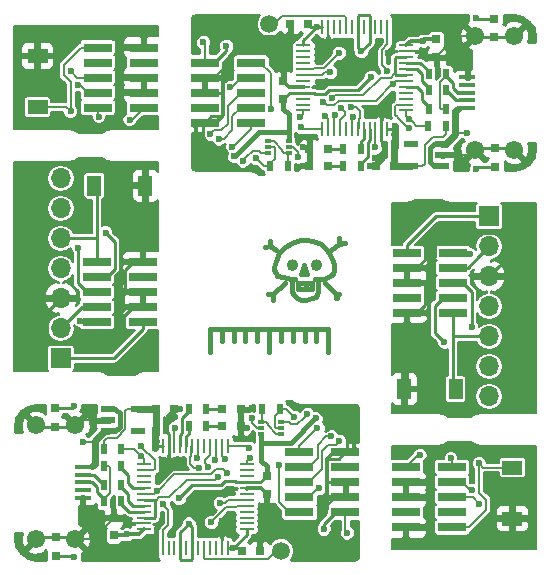
<source format=gtl>
%TF.GenerationSoftware,KiCad,Pcbnew,4.0.6*%
%TF.CreationDate,2017-04-20T11:48:03-04:00*%
%TF.ProjectId,Panel,50616E656C2E6B696361645F70636200,rev?*%
%TF.FileFunction,Copper,L1,Top,Signal*%
%FSLAX46Y46*%
G04 Gerber Fmt 4.6, Leading zero omitted, Abs format (unit mm)*
G04 Created by KiCad (PCBNEW 4.0.6) date Thu Apr 20 11:48:03 2017*
%MOMM*%
%LPD*%
G01*
G04 APERTURE LIST*
%ADD10C,0.100000*%
%ADD11C,0.381000*%
%ADD12R,2.400000X0.760000*%
%ADD13R,1.699260X1.198880*%
%ADD14R,1.198880X1.699260*%
%ADD15R,1.700000X1.700000*%
%ADD16O,1.700000X1.700000*%
%ADD17R,1.300000X0.250000*%
%ADD18R,0.250000X1.300000*%
%ADD19R,0.800000X0.750000*%
%ADD20R,0.500000X0.900000*%
%ADD21R,0.800000X0.800000*%
%ADD22R,0.750000X0.800000*%
%ADD23R,1.400000X0.398780*%
%ADD24C,1.550000*%
%ADD25R,0.500000X0.375000*%
%ADD26R,1.198880X0.548640*%
%ADD27C,1.500000*%
%ADD28C,0.600000*%
%ADD29C,0.250000*%
%ADD30C,0.203200*%
%ADD31C,0.406400*%
%ADD32C,0.609600*%
%ADD33C,0.254000*%
%ADD34C,0.304800*%
%ADD35C,0.152400*%
%ADD36C,0.127000*%
G04 APERTURE END LIST*
D10*
D11*
X127667000Y-123032000D02*
X127667000Y-123413000D01*
X127667000Y-123413000D02*
X127794000Y-123413000D01*
X126778000Y-122143000D02*
X127667000Y-123032000D01*
X127667000Y-123032000D02*
X127921000Y-123032000D01*
X122079000Y-118968000D02*
X121698000Y-119095000D01*
X122079000Y-118968000D02*
X122079000Y-118587000D01*
X122587000Y-119349000D02*
X122079000Y-118968000D01*
X122333000Y-123032000D02*
X122333000Y-123540000D01*
X122333000Y-123032000D02*
X121952000Y-123032000D01*
X123349000Y-122143000D02*
X122333000Y-123032000D01*
X127921000Y-118841000D02*
X128429000Y-118714000D01*
X127921000Y-118841000D02*
X127921000Y-118333000D01*
X127286000Y-119349000D02*
X127921000Y-118841000D01*
X125127000Y-122270000D02*
X125127000Y-122524000D01*
X124492000Y-122143000D02*
X125635000Y-122143000D01*
X125635000Y-122143000D02*
X125635000Y-122651000D01*
X125635000Y-122651000D02*
X124492000Y-122651000D01*
X124492000Y-122651000D02*
X124492000Y-122143000D01*
X124267981Y-120619000D02*
G75*
G03X124267981Y-120619000I-283981J0D01*
G01*
X126299981Y-120619000D02*
G75*
G03X126299981Y-120619000I-283981J0D01*
G01*
X125000000Y-120619000D02*
X125254000Y-121381000D01*
X125254000Y-121381000D02*
X124746000Y-121381000D01*
X124746000Y-121381000D02*
X125000000Y-120619000D01*
X123984000Y-122905000D02*
X124111000Y-123159000D01*
X124111000Y-123159000D02*
X124365000Y-123413000D01*
X124365000Y-123413000D02*
X124746000Y-123540000D01*
X126143000Y-121762000D02*
X126143000Y-122524000D01*
X126143000Y-122524000D02*
X126143000Y-122905000D01*
X126143000Y-122905000D02*
X126016000Y-123286000D01*
X126016000Y-123286000D02*
X125635000Y-123413000D01*
X125635000Y-123413000D02*
X125127000Y-123540000D01*
X125127000Y-123540000D02*
X124746000Y-123540000D01*
X123984000Y-122905000D02*
X123984000Y-122524000D01*
X123984000Y-122524000D02*
X123984000Y-121762000D01*
X122460000Y-121000000D02*
X122587000Y-121254000D01*
X122587000Y-121254000D02*
X122714000Y-121508000D01*
X122714000Y-121508000D02*
X123222000Y-121635000D01*
X123222000Y-121635000D02*
X123857000Y-121762000D01*
X123857000Y-121762000D02*
X124238000Y-121762000D01*
X122460000Y-121000000D02*
X122460000Y-120746000D01*
X122460000Y-120746000D02*
X122587000Y-120238000D01*
X122587000Y-120238000D02*
X122841000Y-119603000D01*
X122841000Y-119603000D02*
X123349000Y-119095000D01*
X123349000Y-119095000D02*
X123984000Y-118714000D01*
X123984000Y-118714000D02*
X124619000Y-118460000D01*
X124619000Y-118460000D02*
X125127000Y-118460000D01*
X125127000Y-118460000D02*
X125762000Y-118587000D01*
X125762000Y-118587000D02*
X126397000Y-118841000D01*
X126397000Y-118841000D02*
X126905000Y-119349000D01*
X126905000Y-119349000D02*
X127159000Y-119730000D01*
X127159000Y-119730000D02*
X127413000Y-120238000D01*
X127413000Y-120238000D02*
X127540000Y-120619000D01*
X127540000Y-120619000D02*
X127540000Y-121000000D01*
X127540000Y-121000000D02*
X127413000Y-121381000D01*
X127413000Y-121381000D02*
X127159000Y-121508000D01*
X127159000Y-121508000D02*
X126651000Y-121762000D01*
X126651000Y-121762000D02*
X126270000Y-121762000D01*
X126270000Y-121762000D02*
X125889000Y-121762000D01*
X125999220Y-126000000D02*
X125999220Y-127000760D01*
X125001000Y-126000000D02*
X125001000Y-127000760D01*
X124000240Y-126000000D02*
X124000240Y-127000760D01*
X122999480Y-126000000D02*
X122999480Y-127000760D01*
X121000500Y-126000000D02*
X121000500Y-127000760D01*
X119999740Y-126000000D02*
X119999740Y-127000760D01*
X118998980Y-126000000D02*
X118998980Y-127000760D01*
X118000760Y-126000000D02*
X118000760Y-127000760D01*
X122001260Y-126000000D02*
X122001260Y-127998980D01*
X117000000Y-126000000D02*
X117000000Y-127998980D01*
X117000000Y-126000000D02*
X126999980Y-126000000D01*
X126999980Y-126000000D02*
X126999980Y-127998980D01*
D12*
X133676200Y-119571000D03*
X137576200Y-119571000D03*
X133676200Y-120841000D03*
X137576200Y-120841000D03*
X133676200Y-122111000D03*
X137576200Y-122111000D03*
X133676200Y-123381000D03*
X137576200Y-123381000D03*
X133676200Y-124651000D03*
X137576200Y-124651000D03*
D13*
X142600000Y-142073080D03*
X142600000Y-137750000D03*
D12*
X133600000Y-137730000D03*
X137500000Y-137730000D03*
X133600000Y-139000000D03*
X137500000Y-139000000D03*
X133600000Y-140270000D03*
X137500000Y-140270000D03*
X133600000Y-141540000D03*
X137500000Y-141540000D03*
X133600000Y-142810000D03*
X137500000Y-142810000D03*
D14*
X133464660Y-131111000D03*
X137787740Y-131111000D03*
D15*
X140626200Y-116491000D03*
D16*
X140626200Y-119031000D03*
X140626200Y-121571000D03*
X140626200Y-124111000D03*
X140626200Y-126651000D03*
X140626200Y-129191000D03*
X140626200Y-131731000D03*
D12*
X111400000Y-107270000D03*
X107500000Y-107270000D03*
X111400000Y-106000000D03*
X107500000Y-106000000D03*
X111400000Y-104730000D03*
X107500000Y-104730000D03*
X111400000Y-103460000D03*
X107500000Y-103460000D03*
X111400000Y-102190000D03*
X107500000Y-102190000D03*
D13*
X102400000Y-102926920D03*
X102400000Y-107250000D03*
D14*
X111535340Y-113889000D03*
X107212260Y-113889000D03*
D15*
X104373800Y-128509000D03*
D16*
X104373800Y-125969000D03*
X104373800Y-123429000D03*
X104373800Y-120889000D03*
X104373800Y-118349000D03*
X104373800Y-115809000D03*
X104373800Y-113269000D03*
D12*
X111323800Y-125429000D03*
X107423800Y-125429000D03*
X111323800Y-124159000D03*
X107423800Y-124159000D03*
X111323800Y-122889000D03*
X107423800Y-122889000D03*
X111323800Y-121619000D03*
X107423800Y-121619000D03*
X111323800Y-120349000D03*
X107423800Y-120349000D03*
D17*
X120091400Y-142984000D03*
X120091400Y-142484000D03*
X120091400Y-141984000D03*
X120091400Y-141484000D03*
X120091400Y-140984000D03*
X120091400Y-140484000D03*
X120091400Y-139984000D03*
X120091400Y-139484000D03*
X120091400Y-138984000D03*
X120091400Y-138484000D03*
X120091400Y-137984000D03*
X120091400Y-137484000D03*
D18*
X118491400Y-135884000D03*
X117991400Y-135884000D03*
X117491400Y-135884000D03*
X116991400Y-135884000D03*
X116491400Y-135884000D03*
X115991400Y-135884000D03*
X115491400Y-135884000D03*
X114991400Y-135884000D03*
X114491400Y-135884000D03*
X113991400Y-135884000D03*
X113491400Y-135884000D03*
X112991400Y-135884000D03*
D17*
X111391400Y-137484000D03*
X111391400Y-137984000D03*
X111391400Y-138484000D03*
X111391400Y-138984000D03*
X111391400Y-139484000D03*
X111391400Y-139984000D03*
X111391400Y-140484000D03*
X111391400Y-140984000D03*
X111391400Y-141484000D03*
X111391400Y-141984000D03*
X111391400Y-142484000D03*
X111391400Y-142984000D03*
D18*
X112991400Y-144584000D03*
X113491400Y-144584000D03*
X113991400Y-144584000D03*
X114491400Y-144584000D03*
X114991400Y-144584000D03*
X115491400Y-144584000D03*
X115991400Y-144584000D03*
X116491400Y-144584000D03*
X116991400Y-144584000D03*
X117491400Y-144584000D03*
X117991400Y-144584000D03*
X118491400Y-144584000D03*
D12*
X128450000Y-141540000D03*
X124550000Y-141540000D03*
X128450000Y-140270000D03*
X124550000Y-140270000D03*
X128450000Y-139000000D03*
X124550000Y-139000000D03*
X128450000Y-137730000D03*
X124550000Y-137730000D03*
X128450000Y-136460000D03*
X124550000Y-136460000D03*
D19*
X112414000Y-132800000D03*
X113914000Y-132800000D03*
D20*
X108000000Y-137600000D03*
X109500000Y-137600000D03*
D21*
X103835400Y-132718600D03*
X103835400Y-134318600D03*
D22*
X121800000Y-138450000D03*
X121800000Y-139950000D03*
X108839000Y-143494000D03*
X108839000Y-141994000D03*
D19*
X119700000Y-144800000D03*
X121200000Y-144800000D03*
D23*
X106223000Y-139000000D03*
X106223000Y-138350000D03*
X106223000Y-140300000D03*
X106223000Y-139650000D03*
X106223000Y-137700000D03*
D24*
X102284500Y-134175000D03*
X105584500Y-134175000D03*
X102284500Y-143825000D03*
X105584500Y-143825000D03*
D25*
X121350000Y-134900000D03*
X123050000Y-134900000D03*
X121350000Y-134400000D03*
X123050000Y-134400000D03*
X121350000Y-133900000D03*
X123050000Y-133900000D03*
D26*
X108347460Y-132781640D03*
X108347460Y-133731600D03*
X108347460Y-134681560D03*
X110943340Y-134681560D03*
X110943340Y-132781640D03*
D21*
X103937000Y-145266000D03*
X103937000Y-143666000D03*
X118000000Y-134200000D03*
X119600000Y-134200000D03*
X118000000Y-132800000D03*
X119600000Y-132800000D03*
D20*
X108000000Y-140600000D03*
X109500000Y-140600000D03*
X108000000Y-139200000D03*
X109500000Y-139200000D03*
X109500800Y-136190800D03*
X108000800Y-136190800D03*
X115200000Y-132800000D03*
X116700000Y-132800000D03*
X115200000Y-134200000D03*
X116700000Y-134200000D03*
X121400000Y-132800000D03*
X122900000Y-132800000D03*
D27*
X123000000Y-144800000D03*
D17*
X124908600Y-102016000D03*
X124908600Y-102516000D03*
X124908600Y-103016000D03*
X124908600Y-103516000D03*
X124908600Y-104016000D03*
X124908600Y-104516000D03*
X124908600Y-105016000D03*
X124908600Y-105516000D03*
X124908600Y-106016000D03*
X124908600Y-106516000D03*
X124908600Y-107016000D03*
X124908600Y-107516000D03*
D18*
X126508600Y-109116000D03*
X127008600Y-109116000D03*
X127508600Y-109116000D03*
X128008600Y-109116000D03*
X128508600Y-109116000D03*
X129008600Y-109116000D03*
X129508600Y-109116000D03*
X130008600Y-109116000D03*
X130508600Y-109116000D03*
X131008600Y-109116000D03*
X131508600Y-109116000D03*
X132008600Y-109116000D03*
D17*
X133608600Y-107516000D03*
X133608600Y-107016000D03*
X133608600Y-106516000D03*
X133608600Y-106016000D03*
X133608600Y-105516000D03*
X133608600Y-105016000D03*
X133608600Y-104516000D03*
X133608600Y-104016000D03*
X133608600Y-103516000D03*
X133608600Y-103016000D03*
X133608600Y-102516000D03*
X133608600Y-102016000D03*
D18*
X132008600Y-100416000D03*
X131508600Y-100416000D03*
X131008600Y-100416000D03*
X130508600Y-100416000D03*
X130008600Y-100416000D03*
X129508600Y-100416000D03*
X129008600Y-100416000D03*
X128508600Y-100416000D03*
X128008600Y-100416000D03*
X127508600Y-100416000D03*
X127008600Y-100416000D03*
X126508600Y-100416000D03*
D12*
X116550000Y-103460000D03*
X120450000Y-103460000D03*
X116550000Y-104730000D03*
X120450000Y-104730000D03*
X116550000Y-106000000D03*
X120450000Y-106000000D03*
X116550000Y-107270000D03*
X120450000Y-107270000D03*
X116550000Y-108540000D03*
X120450000Y-108540000D03*
D19*
X132586000Y-112200000D03*
X131086000Y-112200000D03*
D20*
X137000000Y-107400000D03*
X135500000Y-107400000D03*
D21*
X141164600Y-112281400D03*
X141164600Y-110681400D03*
D22*
X123200000Y-106550000D03*
X123200000Y-105050000D03*
X136161000Y-101506000D03*
X136161000Y-103006000D03*
D19*
X125300000Y-100200000D03*
X123800000Y-100200000D03*
D23*
X138777000Y-106000000D03*
X138777000Y-106650000D03*
X138777000Y-104700000D03*
X138777000Y-105350000D03*
X138777000Y-107300000D03*
D24*
X142715500Y-110825000D03*
X139415500Y-110825000D03*
X142715500Y-101175000D03*
X139415500Y-101175000D03*
D25*
X123650000Y-110100000D03*
X121950000Y-110100000D03*
X123650000Y-110600000D03*
X121950000Y-110600000D03*
X123650000Y-111100000D03*
X121950000Y-111100000D03*
D26*
X136652540Y-112218360D03*
X136652540Y-111268400D03*
X136652540Y-110318440D03*
X134056660Y-110318440D03*
X134056660Y-112218360D03*
D21*
X141063000Y-99734000D03*
X141063000Y-101334000D03*
X127000000Y-110800000D03*
X125400000Y-110800000D03*
X127000000Y-112200000D03*
X125400000Y-112200000D03*
D20*
X137000000Y-104400000D03*
X135500000Y-104400000D03*
X137000000Y-105800000D03*
X135500000Y-105800000D03*
X135499200Y-108809200D03*
X136999200Y-108809200D03*
X129800000Y-112200000D03*
X128300000Y-112200000D03*
X129800000Y-110800000D03*
X128300000Y-110800000D03*
X123600000Y-112200000D03*
X122100000Y-112200000D03*
D27*
X122000000Y-100200000D03*
D28*
X139010200Y-119698800D03*
X105989800Y-125301200D03*
X139162600Y-125845600D03*
X105837400Y-119154400D03*
X136825800Y-127141000D03*
X108174200Y-117859000D03*
X133125000Y-136400000D03*
X135600000Y-140300000D03*
X140050000Y-143975000D03*
X137525000Y-143975000D03*
X133675000Y-143975000D03*
X144125000Y-139875000D03*
X139975000Y-136100000D03*
X143650000Y-136425000D03*
X142600000Y-139900000D03*
X133676200Y-128050000D03*
X135375000Y-128025000D03*
X134725000Y-129100000D03*
X134200000Y-126900000D03*
X135600000Y-131125000D03*
X143025000Y-121600000D03*
X138425000Y-118050000D03*
X143050000Y-117800000D03*
X135150000Y-115850000D03*
X133300000Y-117550000D03*
X136265200Y-118075000D03*
X133300000Y-115725000D03*
X143075000Y-127875000D03*
X143100000Y-125250000D03*
X143025000Y-130750000D03*
X109400000Y-104700000D03*
X100875000Y-105125000D03*
X101350000Y-108575000D03*
X105025000Y-108900000D03*
X111875000Y-108600000D03*
X111325000Y-101025000D03*
X107475000Y-101025000D03*
X104950000Y-101025000D03*
X102400000Y-105100000D03*
X108734800Y-126925000D03*
X106575000Y-126950000D03*
X109850000Y-129150000D03*
X111700000Y-127450000D03*
X111700000Y-129275000D03*
X110800000Y-118100000D03*
X109625000Y-116975000D03*
X111323800Y-116950000D03*
X101975000Y-123400000D03*
X101950000Y-127200000D03*
X101900000Y-119750000D03*
X101925000Y-117125000D03*
X101975000Y-114250000D03*
X109400000Y-113875000D03*
X110275000Y-115900000D03*
X134800000Y-136701610D03*
X110200000Y-108298390D03*
X137400000Y-136950000D03*
X107600000Y-108050000D03*
X139142002Y-139656235D03*
X105857998Y-105343765D03*
X139800000Y-140800000D03*
X105200000Y-104200000D03*
X139800000Y-137400000D03*
X105200000Y-107600000D03*
X125945644Y-133596946D03*
X114350800Y-140331000D03*
X118975602Y-144584000D03*
X112375000Y-136125000D03*
X112350000Y-135375000D03*
X109982000Y-143379000D03*
X115189000Y-142490000D03*
X122700000Y-143000000D03*
X114700000Y-141600000D03*
X116100000Y-141700000D03*
X114000000Y-137600000D03*
X114000000Y-133500000D03*
X110125000Y-144801400D03*
X106375000Y-142400000D03*
X109975000Y-142325000D03*
X114450000Y-132775000D03*
X129250000Y-144000000D03*
X129250000Y-145250000D03*
X128000000Y-145250000D03*
X126250000Y-145250000D03*
X124750000Y-145250000D03*
X112903000Y-142312200D03*
X107289600Y-143633000D03*
X111785400Y-144801400D03*
X122275600Y-142083600D03*
X126815602Y-140585000D03*
X126365000Y-141702600D03*
X129209800Y-132812600D03*
X127965200Y-134285800D03*
X120109541Y-134397100D03*
X120548400Y-132685600D03*
X118021804Y-142250066D03*
X113255174Y-134668143D03*
X107061000Y-133854000D03*
X105511600Y-145334800D03*
X105511600Y-132507800D03*
X106222800Y-135606600D03*
X125232624Y-133234149D03*
X128576745Y-143253945D03*
X126620582Y-142941728D03*
X124129800Y-133478212D03*
X116072569Y-137749012D03*
X120523000Y-133574600D03*
X111148838Y-136775522D03*
X112991411Y-140846990D03*
X112539818Y-139721799D03*
X118403189Y-138205253D03*
X117643431Y-138560990D03*
X122815589Y-137571513D03*
X126270589Y-139481947D03*
X127964113Y-135516039D03*
X127276107Y-135107792D03*
X126098604Y-134403400D03*
X113999989Y-134376133D03*
X118230652Y-137019589D03*
X117432050Y-137123015D03*
X116870608Y-137692928D03*
X120323573Y-136077610D03*
X120405782Y-136902000D03*
X117094000Y-142363000D03*
X117830600Y-140737400D03*
X115925080Y-136962713D03*
X111150400Y-135962200D03*
X119054356Y-111403054D03*
X130649200Y-104669000D03*
X126024398Y-100416000D03*
X132625000Y-108875000D03*
X132650000Y-109625000D03*
X135018000Y-101621000D03*
X129811000Y-102510000D03*
X122300000Y-102000000D03*
X130300000Y-103400000D03*
X128900000Y-103300000D03*
X131000000Y-107400000D03*
X131000000Y-111500000D03*
X134875000Y-100198600D03*
X138625000Y-102600000D03*
X135025000Y-102675000D03*
X130550000Y-112225000D03*
X115750000Y-101000000D03*
X115750000Y-99750000D03*
X117000000Y-99750000D03*
X118750000Y-99750000D03*
X120250000Y-99750000D03*
X132097000Y-102687800D03*
X137710400Y-101367000D03*
X133214600Y-100198600D03*
X122724400Y-102916400D03*
X118184398Y-104415000D03*
X118635000Y-103297400D03*
X115790200Y-112187400D03*
X117034800Y-110714200D03*
X124890459Y-110602900D03*
X124451600Y-112314400D03*
X126978196Y-102749934D03*
X131744826Y-110331857D03*
X137939000Y-111146000D03*
X139488400Y-99665200D03*
X139488400Y-112492200D03*
X138777200Y-109393400D03*
X119767376Y-111765851D03*
X116423255Y-101746055D03*
X118379418Y-102058272D03*
X120870200Y-111521788D03*
X128927431Y-107250988D03*
X124477000Y-111425400D03*
X133851162Y-108224478D03*
X132008589Y-104153010D03*
X132460182Y-105278201D03*
X126596811Y-106794747D03*
X127356569Y-106439010D03*
X122184411Y-107428487D03*
X118729411Y-105518053D03*
X117035887Y-109483961D03*
X117723893Y-109892208D03*
X118901396Y-110596600D03*
X131000011Y-110623867D03*
X126769348Y-107980411D03*
X127567950Y-107876985D03*
X128129392Y-107307072D03*
X124676427Y-108922390D03*
X124594218Y-108098000D03*
X127906000Y-102637000D03*
X127169400Y-104262600D03*
X129074920Y-108037287D03*
X133849600Y-109037800D03*
D29*
X137576200Y-119571000D02*
X138882400Y-119571000D01*
X138882400Y-119571000D02*
X139010200Y-119698800D01*
X106117600Y-125429000D02*
X105989800Y-125301200D01*
X107423800Y-125429000D02*
X106117600Y-125429000D01*
X139776201Y-119880999D02*
X140626200Y-119031000D01*
X137576200Y-120841000D02*
X138816200Y-120841000D01*
X138816200Y-120841000D02*
X139776201Y-119880999D01*
X105223799Y-125119001D02*
X104373800Y-125969000D01*
X106183800Y-124159000D02*
X105223799Y-125119001D01*
X107423800Y-124159000D02*
X106183800Y-124159000D01*
X137576200Y-122111000D02*
X138396200Y-122111000D01*
X139162600Y-122877400D02*
X139162600Y-125845600D01*
X138396200Y-122111000D02*
X139162600Y-122877400D01*
X105837400Y-122122600D02*
X105837400Y-119154400D01*
X106603800Y-122889000D02*
X105837400Y-122122600D01*
X107423800Y-122889000D02*
X106603800Y-122889000D01*
X136756200Y-123381000D02*
X136051199Y-124086001D01*
X136051199Y-124086001D02*
X136051199Y-126366399D01*
X137576200Y-123381000D02*
X136756200Y-123381000D01*
X136051199Y-126366399D02*
X136825800Y-127141000D01*
X108948801Y-118633601D02*
X108174200Y-117859000D01*
X108948801Y-120913999D02*
X108948801Y-118633601D01*
X108243800Y-121619000D02*
X108948801Y-120913999D01*
X107423800Y-121619000D02*
X108243800Y-121619000D01*
X133676200Y-118941000D02*
X136126200Y-116491000D01*
X133676200Y-119571000D02*
X133676200Y-118941000D01*
X139526200Y-116491000D02*
X140626200Y-116491000D01*
X136126200Y-116491000D02*
X139526200Y-116491000D01*
X105473800Y-128509000D02*
X104373800Y-128509000D01*
X108873800Y-128509000D02*
X105473800Y-128509000D01*
X111323800Y-126059000D02*
X108873800Y-128509000D01*
X111323800Y-125429000D02*
X111323800Y-126059000D01*
D30*
X135570000Y-140270000D02*
X135600000Y-140300000D01*
X133600000Y-142810000D02*
X135003200Y-142810000D01*
X133600000Y-140270000D02*
X135570000Y-140270000D01*
X135003200Y-142810000D02*
X136168200Y-143975000D01*
X142600000Y-140324264D02*
X142600000Y-142073080D01*
X143650000Y-136425000D02*
X144125000Y-136900000D01*
X142600000Y-139900000D02*
X142600000Y-140324264D01*
X144125000Y-136900000D02*
X144125000Y-139875000D01*
X137525000Y-143975000D02*
X133675000Y-143975000D01*
X133549264Y-136400000D02*
X133849264Y-136100000D01*
X133125000Y-136400000D02*
X133549264Y-136400000D01*
X133849264Y-136100000D02*
X139975000Y-136100000D01*
X136168200Y-143975000D02*
X137525000Y-143975000D01*
X140050000Y-143975000D02*
X137525000Y-143975000D01*
D29*
X133676200Y-128050000D02*
X133676200Y-130899460D01*
X135375000Y-128025000D02*
X133701200Y-128025000D01*
X133701200Y-128025000D02*
X133676200Y-128050000D01*
X135600000Y-129975000D02*
X134725000Y-129100000D01*
X133676200Y-126376200D02*
X134200000Y-126900000D01*
X133676200Y-122111000D02*
X135126200Y-122111000D01*
X134496200Y-124651000D02*
X133676200Y-124651000D01*
X135201201Y-122186001D02*
X135201201Y-123945999D01*
X133676200Y-124651000D02*
X133676200Y-126376200D01*
X135201201Y-123945999D02*
X134496200Y-124651000D01*
X135126200Y-122111000D02*
X135201201Y-122186001D01*
X133676200Y-120841000D02*
X134496200Y-120841000D01*
X135352600Y-121067400D02*
X135352600Y-121884600D01*
X133676200Y-120841000D02*
X135126200Y-120841000D01*
X141801201Y-120395999D02*
X141476199Y-120721001D01*
X141801201Y-118095601D02*
X141801201Y-120395999D01*
X141561599Y-117855999D02*
X141801201Y-118095601D01*
X142996000Y-121571000D02*
X143025000Y-121600000D01*
X140626200Y-121571000D02*
X142996000Y-121571000D01*
X143050000Y-117800000D02*
X143050000Y-125200000D01*
X133450000Y-117550000D02*
X133300000Y-117550000D01*
X135150000Y-115850000D02*
X133450000Y-117550000D01*
X135600000Y-131125000D02*
X135600000Y-129975000D01*
X133676200Y-130899460D02*
X133464660Y-131111000D01*
X143050000Y-125200000D02*
X143100000Y-125250000D01*
X141476199Y-120721001D02*
X140626200Y-121571000D01*
X143075000Y-130700000D02*
X143025000Y-130750000D01*
X143075000Y-127875000D02*
X143075000Y-130700000D01*
X133676200Y-124651000D02*
X133676200Y-128050000D01*
X135126200Y-120841000D02*
X135352600Y-121067400D01*
X135126200Y-120841000D02*
X136051199Y-119916001D01*
X134496200Y-120841000D02*
X136051199Y-119286001D01*
X135352600Y-121884600D02*
X135126200Y-122111000D01*
X136051199Y-119286001D02*
X136051199Y-118289001D01*
X136051199Y-119916001D02*
X136051199Y-118289001D01*
X136051199Y-118289001D02*
X136265200Y-118075000D01*
X136484201Y-117855999D02*
X141561599Y-117855999D01*
X136265200Y-118075000D02*
X136484201Y-117855999D01*
X136265200Y-118075000D02*
X138400000Y-118075000D01*
X138400000Y-118075000D02*
X138425000Y-118050000D01*
D30*
X111400000Y-104730000D02*
X109430000Y-104730000D01*
X109430000Y-104730000D02*
X109400000Y-104700000D01*
X101350000Y-108575000D02*
X100875000Y-108100000D01*
X100875000Y-108100000D02*
X100875000Y-105125000D01*
X111450736Y-108600000D02*
X111150736Y-108900000D01*
X111150736Y-108900000D02*
X105025000Y-108900000D01*
X111875000Y-108600000D02*
X111450736Y-108600000D01*
X107475000Y-101025000D02*
X111325000Y-101025000D01*
X108831800Y-101025000D02*
X107475000Y-101025000D01*
X104950000Y-101025000D02*
X107475000Y-101025000D01*
X111400000Y-102190000D02*
X109996800Y-102190000D01*
X109996800Y-102190000D02*
X108831800Y-101025000D01*
X102400000Y-105100000D02*
X102400000Y-104675736D01*
X102400000Y-104675736D02*
X102400000Y-102926920D01*
D29*
X109798799Y-121054001D02*
X110503800Y-120349000D01*
X109798799Y-122813999D02*
X109798799Y-121054001D01*
X109873800Y-122889000D02*
X109798799Y-122813999D01*
X110503800Y-120349000D02*
X111323800Y-120349000D01*
X111323800Y-122889000D02*
X109873800Y-122889000D01*
X109873800Y-124159000D02*
X109647400Y-123932600D01*
X111323800Y-124159000D02*
X109873800Y-124159000D01*
X109647400Y-123115400D02*
X109873800Y-122889000D01*
X109647400Y-123932600D02*
X109647400Y-123115400D01*
X111323800Y-114100540D02*
X111535340Y-113889000D01*
X108948801Y-125083999D02*
X108948801Y-126710999D01*
X109873800Y-124159000D02*
X108948801Y-125083999D01*
X108515799Y-127144001D02*
X103438401Y-127144001D01*
X103523801Y-124278999D02*
X104373800Y-123429000D01*
X103198799Y-124604001D02*
X103523801Y-124278999D01*
X103198799Y-126904399D02*
X103198799Y-124604001D01*
X103438401Y-127144001D02*
X103198799Y-126904399D01*
X108948801Y-125713999D02*
X108948801Y-126710999D01*
X110503800Y-124159000D02*
X108948801Y-125713999D01*
X111323800Y-124159000D02*
X110503800Y-124159000D01*
X108948801Y-126710999D02*
X108734800Y-126925000D01*
X108734800Y-126925000D02*
X108515799Y-127144001D01*
X106600000Y-126925000D02*
X106575000Y-126950000D01*
X108734800Y-126925000D02*
X106600000Y-126925000D01*
X111550000Y-127450000D02*
X111700000Y-127450000D01*
X109850000Y-129150000D02*
X111550000Y-127450000D01*
X111323800Y-118623800D02*
X110800000Y-118100000D01*
X111323800Y-120349000D02*
X111323800Y-118623800D01*
X111298800Y-116975000D02*
X111323800Y-116950000D01*
X109625000Y-116975000D02*
X111298800Y-116975000D01*
X111323800Y-116950000D02*
X111323800Y-114100540D01*
X111323800Y-120349000D02*
X111323800Y-116950000D01*
X102004000Y-123429000D02*
X101975000Y-123400000D01*
X104373800Y-123429000D02*
X102004000Y-123429000D01*
X101950000Y-119800000D02*
X101900000Y-119750000D01*
X101950000Y-127200000D02*
X101950000Y-119800000D01*
X101925000Y-114300000D02*
X101975000Y-114250000D01*
X101925000Y-117125000D02*
X101925000Y-114300000D01*
X109400000Y-115025000D02*
X110275000Y-115900000D01*
X109400000Y-113875000D02*
X109400000Y-115025000D01*
X137576200Y-124651000D02*
X137576200Y-126633000D01*
X137576200Y-130899460D02*
X137787740Y-131111000D01*
X137594200Y-126651000D02*
X137576200Y-126633000D01*
X137576200Y-126633000D02*
X137576200Y-130899460D01*
X140626200Y-126651000D02*
X137594200Y-126651000D01*
X107423800Y-114100540D02*
X107212260Y-113889000D01*
X107405800Y-118349000D02*
X107423800Y-118367000D01*
X107423800Y-118367000D02*
X107423800Y-114100540D01*
X104373800Y-118349000D02*
X107405800Y-118349000D01*
X107423800Y-120349000D02*
X107423800Y-118367000D01*
D30*
X134628390Y-136701610D02*
X133600000Y-137730000D01*
X134800000Y-136701610D02*
X134628390Y-136701610D01*
X110200000Y-108298390D02*
X110371610Y-108298390D01*
X110371610Y-108298390D02*
X111400000Y-107270000D01*
X137500000Y-137730000D02*
X137500000Y-137050000D01*
X137500000Y-137050000D02*
X137400000Y-136950000D01*
X137400000Y-137630000D02*
X137500000Y-137730000D01*
X107500000Y-107270000D02*
X107500000Y-107950000D01*
X107500000Y-107950000D02*
X107600000Y-108050000D01*
X107600000Y-107370000D02*
X107500000Y-107270000D01*
X137500000Y-139000000D02*
X138320000Y-139000000D01*
X138320000Y-139000000D02*
X138976235Y-139656235D01*
X138976235Y-139656235D02*
X139142002Y-139656235D01*
X106023765Y-105343765D02*
X105857998Y-105343765D01*
X106680000Y-106000000D02*
X106023765Y-105343765D01*
X107500000Y-106000000D02*
X106680000Y-106000000D01*
X139800000Y-140800000D02*
X139270000Y-140270000D01*
X139270000Y-140270000D02*
X137500000Y-140270000D01*
X105200000Y-104200000D02*
X105730000Y-104730000D01*
X105730000Y-104730000D02*
X107500000Y-104730000D01*
X140150000Y-137750000D02*
X139800000Y-137400000D01*
X142600000Y-137750000D02*
X140150000Y-137750000D01*
X139800000Y-137400000D02*
X139800000Y-139873399D01*
X139800000Y-139873399D02*
X140401601Y-140475000D01*
X140401601Y-141311599D02*
X140401601Y-140475000D01*
X138903200Y-142810000D02*
X140401601Y-141311599D01*
X137500000Y-142810000D02*
X138903200Y-142810000D01*
X104598399Y-103688401D02*
X104598399Y-104525000D01*
X105200000Y-107600000D02*
X105200000Y-105126601D01*
X105200000Y-105126601D02*
X104598399Y-104525000D01*
X107500000Y-102190000D02*
X106096800Y-102190000D01*
X106096800Y-102190000D02*
X104598399Y-103688401D01*
X102400000Y-107250000D02*
X104850000Y-107250000D01*
X104850000Y-107250000D02*
X105200000Y-107600000D01*
D31*
X123830714Y-135676799D02*
X125910567Y-133596946D01*
X121406801Y-135676799D02*
X123830714Y-135676799D01*
X121350000Y-135733600D02*
X121406801Y-135676799D01*
X125910567Y-133596946D02*
X125945644Y-133596946D01*
D32*
X112414000Y-132800000D02*
X112414000Y-133575000D01*
X112414000Y-133575000D02*
X112414000Y-134325136D01*
X112350000Y-135375000D02*
X112350000Y-134950736D01*
X112350000Y-134950736D02*
X112414000Y-134886736D01*
X112414000Y-134886736D02*
X112414000Y-133575000D01*
X112414000Y-134325136D02*
X112375000Y-134364136D01*
X112375000Y-134364136D02*
X112375000Y-136125000D01*
D31*
X121350000Y-137193600D02*
X121350000Y-135733600D01*
X121350000Y-135733600D02*
X121350000Y-134990701D01*
D33*
X117586647Y-139187999D02*
X115493801Y-139187999D01*
X115493801Y-139187999D02*
X114350800Y-140331000D01*
X119187400Y-138984000D02*
X119086600Y-138883200D01*
X120091400Y-138984000D02*
X119187400Y-138984000D01*
X119086600Y-138883200D02*
X118249183Y-138883200D01*
X118249183Y-138883200D02*
X117944392Y-139187991D01*
X117944392Y-139187991D02*
X117586655Y-139187991D01*
X117586655Y-139187991D02*
X117586647Y-139187999D01*
D31*
X121800000Y-138450000D02*
X121800000Y-137643600D01*
X121800000Y-137643600D02*
X121350000Y-137193600D01*
D33*
X120091400Y-142984000D02*
X120091400Y-143468202D01*
X120091400Y-143468202D02*
X118975602Y-144584000D01*
X118821200Y-144584000D02*
X118975602Y-144584000D01*
X118821200Y-144584000D02*
X119484000Y-144584000D01*
X118491400Y-144584000D02*
X118821200Y-144584000D01*
D32*
X112375000Y-135700736D02*
X112375000Y-136125000D01*
D33*
X112991400Y-135884000D02*
X112612400Y-135884000D01*
X112612400Y-135884000D02*
X112395000Y-135666600D01*
X112395000Y-135666600D02*
X112395000Y-135530400D01*
D32*
X112395000Y-135530400D02*
X112369600Y-135555800D01*
X112414000Y-132800000D02*
X110961700Y-132800000D01*
X110961700Y-132800000D02*
X110943340Y-132781640D01*
D34*
X109982000Y-143379000D02*
X110996400Y-143379000D01*
X110996400Y-143379000D02*
X111391400Y-142984000D01*
X108839000Y-143494000D02*
X109867000Y-143494000D01*
X109867000Y-143494000D02*
X109982000Y-143379000D01*
D33*
X114491400Y-144584000D02*
X114491400Y-143187600D01*
X114491400Y-143187600D02*
X115189000Y-142490000D01*
X115189000Y-142490000D02*
X115491400Y-142792400D01*
X115491400Y-142792400D02*
X115491400Y-144584000D01*
D35*
X108268630Y-135262570D02*
X108000800Y-135530400D01*
X108000800Y-135530400D02*
X108000800Y-136190800D01*
X108588122Y-135262570D02*
X108268630Y-135262570D01*
X109500000Y-134856571D02*
X109500000Y-134899942D01*
X109500000Y-134899942D02*
X109148942Y-135251000D01*
X109148942Y-135251000D02*
X108599692Y-135251000D01*
X108599692Y-135251000D02*
X108588122Y-135262570D01*
X109500000Y-134856571D02*
X109829600Y-134526971D01*
X109829600Y-134526971D02*
X109829600Y-132965000D01*
X109829600Y-132965000D02*
X110012960Y-132781640D01*
X110012960Y-132781640D02*
X110943340Y-132781640D01*
D33*
X114491400Y-144584000D02*
X114491400Y-145488000D01*
X114491400Y-145488000D02*
X114564401Y-145561001D01*
X114564401Y-145561001D02*
X115418399Y-145561001D01*
X115418399Y-145561001D02*
X115491400Y-145488000D01*
X115491400Y-145488000D02*
X115491400Y-144584000D01*
X119484000Y-144584000D02*
X119700000Y-144800000D01*
X120091400Y-138984000D02*
X121266000Y-138984000D01*
X121266000Y-138984000D02*
X121800000Y-138450000D01*
D34*
X129286000Y-136063800D02*
X129209800Y-135987600D01*
X129209800Y-135987600D02*
X129209800Y-132812600D01*
X128889800Y-136460000D02*
X129286000Y-136063800D01*
X128450000Y-136460000D02*
X128889800Y-136460000D01*
D33*
X126922999Y-138926999D02*
X126922999Y-140280200D01*
X126922999Y-140280200D02*
X126922999Y-141297001D01*
D34*
X126922999Y-140280200D02*
X126922999Y-138417321D01*
X126897599Y-137068079D02*
X127505678Y-136460000D01*
X126922999Y-138417321D02*
X126897599Y-138391921D01*
X126897599Y-138391921D02*
X126897599Y-137068079D01*
X127505678Y-136460000D02*
X128450000Y-136460000D01*
D29*
X116400000Y-143100000D02*
X116100000Y-142800000D01*
X116100000Y-142800000D02*
X116100000Y-141700000D01*
X117596134Y-143100000D02*
X116400000Y-143100000D01*
X118021804Y-142250066D02*
X118021804Y-142674330D01*
X118021804Y-142674330D02*
X117596134Y-143100000D01*
X113491400Y-135884000D02*
X113491400Y-137091400D01*
X113491400Y-137091400D02*
X114000000Y-137600000D01*
X113914000Y-133086000D02*
X113700000Y-133300000D01*
X113914000Y-132800000D02*
X113914000Y-133086000D01*
X113600000Y-133500000D02*
X113400000Y-133500000D01*
X113600000Y-133114000D02*
X113600000Y-133500000D01*
X113914000Y-132800000D02*
X113600000Y-133114000D01*
X113914000Y-132800000D02*
X113914000Y-133414000D01*
X113914000Y-133414000D02*
X114000000Y-133500000D01*
D30*
X110125000Y-144801400D02*
X108381800Y-144801400D01*
D32*
X111785400Y-144801400D02*
X110125000Y-144801400D01*
X108839000Y-141994000D02*
X109644000Y-141994000D01*
X109644000Y-141994000D02*
X109975000Y-142325000D01*
D29*
X113914000Y-132800000D02*
X114425000Y-132800000D01*
X114425000Y-132800000D02*
X114450000Y-132775000D01*
D33*
X128265199Y-134585799D02*
X127965200Y-134285800D01*
X128591115Y-134911715D02*
X128265199Y-134585799D01*
X128450000Y-136460000D02*
X128591115Y-136318885D01*
X128591115Y-136318885D02*
X128591115Y-134911715D01*
D30*
X129250000Y-145250000D02*
X129250000Y-144000000D01*
X127500000Y-145250000D02*
X128000000Y-145250000D01*
X126250000Y-145250000D02*
X127500000Y-145250000D01*
X123748399Y-143748399D02*
X124750000Y-144750000D01*
X124750000Y-144750000D02*
X124750000Y-145250000D01*
X121200000Y-144800000D02*
X121200000Y-144221800D01*
X121200000Y-144221800D02*
X121673401Y-143748399D01*
X121673401Y-143748399D02*
X123748399Y-143748399D01*
X112343001Y-142872199D02*
X112903000Y-142312200D01*
X112343001Y-144243799D02*
X112343001Y-142872199D01*
X111785400Y-144801400D02*
X112343001Y-144243799D01*
X108839000Y-141994000D02*
X108839000Y-142019000D01*
X108839000Y-142019000D02*
X107033000Y-143825000D01*
X107033000Y-143825000D02*
X106680515Y-143825000D01*
X106680515Y-143825000D02*
X105584500Y-143825000D01*
X108381800Y-144801400D02*
X107289600Y-143709200D01*
X107289600Y-143709200D02*
X107289600Y-143633000D01*
X117991400Y-144584000D02*
X117991400Y-142280470D01*
X117991400Y-142280470D02*
X118021804Y-142250066D01*
X121800000Y-140912882D02*
X122555000Y-141667882D01*
X122555000Y-141667882D02*
X123529518Y-142642400D01*
X122275600Y-142083600D02*
X122575599Y-141783601D01*
X122575599Y-141783601D02*
X122575599Y-141688481D01*
X122575599Y-141688481D02*
X122555000Y-141667882D01*
X123529518Y-142642400D02*
X125849464Y-142642400D01*
X125849464Y-142642400D02*
X126365000Y-142126864D01*
X126365000Y-142126864D02*
X126365000Y-141702600D01*
X121800000Y-139950000D02*
X121800000Y-140912882D01*
X128450000Y-140270000D02*
X127130602Y-140270000D01*
X127130602Y-140270000D02*
X126815602Y-140585000D01*
X128450000Y-140270000D02*
X127630000Y-140270000D01*
X126365000Y-141535000D02*
X126365000Y-141702600D01*
X127630000Y-140270000D02*
X126365000Y-141535000D01*
D33*
X127965200Y-134285800D02*
X127965200Y-134057200D01*
X127965200Y-134057200D02*
X129209800Y-132812600D01*
X126922999Y-138926999D02*
X126996000Y-139000000D01*
X126996000Y-139000000D02*
X128450000Y-139000000D01*
X127887001Y-137022999D02*
X126988399Y-137022999D01*
X128450000Y-136460000D02*
X127887001Y-137022999D01*
X126988399Y-137022999D02*
X126922999Y-137088399D01*
X126922999Y-137088399D02*
X126922999Y-138926999D01*
D35*
X119600000Y-134200000D02*
X119912441Y-134200000D01*
X119912441Y-134200000D02*
X120109541Y-134397100D01*
X119600000Y-132800000D02*
X120434000Y-132800000D01*
X120434000Y-132800000D02*
X120548400Y-132685600D01*
D33*
X113491400Y-135884000D02*
X113491400Y-134904369D01*
X113491400Y-134904369D02*
X113255174Y-134668143D01*
X113914000Y-132800000D02*
X113255174Y-133458826D01*
X113255174Y-133458826D02*
X113255174Y-134668143D01*
D35*
X108839000Y-141994000D02*
X109366400Y-141994000D01*
X109366400Y-141994000D02*
X109856400Y-142484000D01*
X109856400Y-142484000D02*
X110589000Y-142484000D01*
X110589000Y-142484000D02*
X111391400Y-142484000D01*
D33*
X120091400Y-139484000D02*
X120043401Y-139531999D01*
D34*
X120091400Y-139484000D02*
X121334000Y-139484000D01*
X121334000Y-139484000D02*
X121800000Y-139950000D01*
D30*
X108347460Y-133731600D02*
X106027900Y-133731600D01*
X106027900Y-133731600D02*
X105584500Y-134175000D01*
D29*
X103835400Y-134318600D02*
X102428100Y-134318600D01*
X102428100Y-134318600D02*
X102284500Y-134175000D01*
X103937000Y-143666000D02*
X105425500Y-143666000D01*
X105425500Y-143666000D02*
X105584500Y-143825000D01*
X103937000Y-143666000D02*
X102443500Y-143666000D01*
X102443500Y-143666000D02*
X102284500Y-143825000D01*
X103835400Y-134318600D02*
X105440900Y-134318600D01*
X105440900Y-134318600D02*
X105584500Y-134175000D01*
X119600000Y-132800000D02*
X119600000Y-134200000D01*
X103937000Y-145266000D02*
X105442800Y-145266000D01*
X105442800Y-145266000D02*
X105511600Y-145334800D01*
X103835400Y-132718600D02*
X105300800Y-132718600D01*
X105300800Y-132718600D02*
X105511600Y-132507800D01*
X116700000Y-132800000D02*
X118000000Y-132800000D01*
X116700000Y-134200000D02*
X118000000Y-134200000D01*
D35*
X108000000Y-137600000D02*
X108402400Y-137600000D01*
X108402400Y-137600000D02*
X108526201Y-137723801D01*
X108526201Y-137723801D02*
X108526201Y-139873799D01*
X108526201Y-139873799D02*
X108000000Y-140400000D01*
X108000000Y-140400000D02*
X108000000Y-140600000D01*
D29*
X106223000Y-139000000D02*
X107000000Y-139000000D01*
X107000000Y-139000000D02*
X107424999Y-139424999D01*
X107424999Y-139424999D02*
X107424999Y-139824999D01*
X107424999Y-139824999D02*
X108000000Y-140400000D01*
X106223000Y-138350000D02*
X107150000Y-138350000D01*
X107150000Y-138350000D02*
X108000000Y-139200000D01*
D35*
X106222800Y-135606600D02*
X107097300Y-135606600D01*
X107097300Y-135606600D02*
X107238800Y-135465100D01*
D31*
X108347460Y-134681560D02*
X108997022Y-134681560D01*
X108997022Y-134681560D02*
X109350101Y-134328481D01*
X109350101Y-134328481D02*
X109350101Y-133134719D01*
X109350101Y-133134719D02*
X108997022Y-132781640D01*
X108997022Y-132781640D02*
X108347460Y-132781640D01*
D34*
X106223000Y-137700000D02*
X106974200Y-137700000D01*
X106974200Y-137700000D02*
X107028391Y-137645809D01*
D32*
X107238800Y-137435400D02*
X107028391Y-137645809D01*
X107238800Y-135465100D02*
X107238800Y-137435400D01*
X108347460Y-134681560D02*
X108022340Y-134681560D01*
X108022340Y-134681560D02*
X107238800Y-135465100D01*
D30*
X124386960Y-134079813D02*
X124932625Y-133534148D01*
X123841031Y-134079813D02*
X124386960Y-134079813D01*
X123050000Y-133900000D02*
X123661218Y-133900000D01*
X124932625Y-133534148D02*
X125232624Y-133234149D01*
X123661218Y-133900000D02*
X123841031Y-134079813D01*
X128450000Y-141540000D02*
X128450000Y-143127200D01*
X128450000Y-143127200D02*
X128576745Y-143253945D01*
D33*
X128450000Y-141540000D02*
X127630000Y-141540000D01*
X127630000Y-141540000D02*
X126620582Y-142549418D01*
X126620582Y-142549418D02*
X126620582Y-142941728D01*
D35*
X121876201Y-134159247D02*
X121876201Y-134023801D01*
X122616954Y-134900000D02*
X121876201Y-134159247D01*
X121876201Y-134023801D02*
X121752400Y-133900000D01*
X123050000Y-134900000D02*
X122616954Y-134900000D01*
X121752400Y-133900000D02*
X121350000Y-133900000D01*
X121400000Y-132800000D02*
X121400000Y-133850000D01*
X121400000Y-133850000D02*
X121350000Y-133900000D01*
X123451588Y-132800000D02*
X123829801Y-133178213D01*
X122900000Y-132800000D02*
X123451588Y-132800000D01*
X123829801Y-133178213D02*
X124129800Y-133478212D01*
X120523000Y-133975400D02*
X120523000Y-133574600D01*
X120947600Y-134400000D02*
X120523000Y-133975400D01*
X121350000Y-134400000D02*
X120947600Y-134400000D01*
X115392601Y-136733600D02*
X115316000Y-136810201D01*
X115491400Y-135884000D02*
X115392601Y-135982799D01*
X115316000Y-137416707D02*
X115648305Y-137749012D01*
X115648305Y-137749012D02*
X116072569Y-137749012D01*
X115316000Y-136810201D02*
X115316000Y-137416707D01*
X115392601Y-135982799D02*
X115392601Y-136733600D01*
X122988800Y-132888800D02*
X122900000Y-132800000D01*
X122497600Y-133402400D02*
X122900000Y-133000000D01*
X122615338Y-134400000D02*
X122497600Y-134282262D01*
X123050000Y-134400000D02*
X122615338Y-134400000D01*
X122497600Y-134282262D02*
X122497600Y-133402400D01*
X122900000Y-133000000D02*
X122900000Y-132800000D01*
D29*
X110184000Y-141484000D02*
X111391400Y-141484000D01*
X109500000Y-140800000D02*
X110184000Y-141484000D01*
X109500000Y-140600000D02*
X109500000Y-140800000D01*
X111391400Y-139484000D02*
X110491400Y-139484000D01*
X110491400Y-139484000D02*
X110075001Y-139067601D01*
X110075001Y-139067601D02*
X110075001Y-138375001D01*
X110075001Y-138375001D02*
X109500000Y-137800000D01*
X109500000Y-137800000D02*
X109500000Y-137600000D01*
X110491400Y-140984000D02*
X111391400Y-140984000D01*
X110083600Y-140576200D02*
X110491400Y-140984000D01*
X110083600Y-139983600D02*
X110083600Y-140576200D01*
X109500000Y-139400000D02*
X110083600Y-139983600D01*
X109500000Y-139200000D02*
X109500000Y-139400000D01*
D35*
X110564116Y-136190800D02*
X110848839Y-136475523D01*
X109500800Y-136190800D02*
X110564116Y-136190800D01*
X111391400Y-137018084D02*
X111148838Y-136775522D01*
X111391400Y-137484000D02*
X111391400Y-137018084D01*
X110848839Y-136475523D02*
X111148838Y-136775522D01*
X113291410Y-141146989D02*
X112991411Y-140846990D01*
X113479202Y-141334781D02*
X113291410Y-141146989D01*
X113479202Y-142588778D02*
X113479202Y-141334781D01*
X112991400Y-144584000D02*
X112991400Y-143076580D01*
X112991400Y-143076580D02*
X113479202Y-142588778D01*
X112539818Y-139737200D02*
X112539818Y-139721799D01*
X112471200Y-139805818D02*
X112539818Y-139737200D01*
X118103190Y-137905254D02*
X118403189Y-138205253D01*
X117473166Y-137905254D02*
X118103190Y-137905254D01*
X117053198Y-138325222D02*
X117473166Y-137905254D01*
X113951796Y-138325222D02*
X117053198Y-138325222D01*
X112471200Y-139805818D02*
X113951796Y-138325222D01*
X112471200Y-139805818D02*
X112293018Y-139984000D01*
X112293018Y-139984000D02*
X111391400Y-139984000D01*
X117419632Y-138784789D02*
X117643431Y-138560990D01*
X115021985Y-138784789D02*
X117419632Y-138784789D01*
X113535986Y-140270788D02*
X115021985Y-138784789D01*
X112426620Y-140559001D02*
X112714833Y-140270788D01*
X112714833Y-140270788D02*
X113535986Y-140270788D01*
X112366401Y-140559001D02*
X112426620Y-140559001D01*
D29*
X111391400Y-141984000D02*
X112291400Y-141984000D01*
X112366401Y-140598999D02*
X112366401Y-140559001D01*
X112366401Y-141908999D02*
X112366401Y-140598999D01*
X112291400Y-141984000D02*
X112366401Y-141908999D01*
X112366401Y-140559001D02*
X112291400Y-140484000D01*
X112291400Y-140484000D02*
X111391400Y-140484000D01*
D35*
X122815589Y-137571513D02*
X122815589Y-140625589D01*
X122815589Y-140625589D02*
X123730000Y-141540000D01*
X123730000Y-141540000D02*
X124550000Y-141540000D01*
X126158053Y-139481947D02*
X126270589Y-139481947D01*
X125370000Y-140270000D02*
X126158053Y-139481947D01*
X124550000Y-140270000D02*
X125370000Y-140270000D01*
X126468988Y-136363850D02*
X127029039Y-135803799D01*
X127676353Y-135803799D02*
X127964113Y-135516039D01*
X126468988Y-137901012D02*
X126468988Y-136363850D01*
X125370000Y-139000000D02*
X126468988Y-137901012D01*
X124550000Y-139000000D02*
X125370000Y-139000000D01*
X127029039Y-135803799D02*
X127676353Y-135803799D01*
X126851843Y-135107792D02*
X127276107Y-135107792D01*
X126116577Y-136983423D02*
X126116577Y-135843058D01*
X124550000Y-137730000D02*
X125370000Y-137730000D01*
X125370000Y-137730000D02*
X126116577Y-136983423D01*
X126116577Y-135843058D02*
X126851843Y-135107792D01*
X126074200Y-134403400D02*
X126098604Y-134403400D01*
X124550000Y-135927600D02*
X126074200Y-134403400D01*
X124550000Y-136460000D02*
X124550000Y-135927600D01*
X124438200Y-136571800D02*
X124550000Y-136460000D01*
D29*
X114991400Y-135884000D02*
X114991400Y-135108600D01*
X114991400Y-135108600D02*
X115200000Y-134900000D01*
X115200000Y-134900000D02*
X115200000Y-134200000D01*
X115200000Y-133000000D02*
X115200000Y-132800000D01*
X114624999Y-133575001D02*
X115200000Y-133000000D01*
X114624999Y-134838591D02*
X114624999Y-133575001D01*
X114491400Y-134972190D02*
X114624999Y-134838591D01*
X114491400Y-135884000D02*
X114491400Y-134972190D01*
D35*
X113991400Y-134384722D02*
X113999989Y-134376133D01*
X113991400Y-135884000D02*
X113991400Y-134384722D01*
X117991400Y-135884000D02*
X117991400Y-136780337D01*
X117991400Y-136780337D02*
X118230652Y-137019589D01*
X117491400Y-135884000D02*
X117491400Y-137063665D01*
X117491400Y-137063665D02*
X117432050Y-137123015D01*
X116991400Y-135884000D02*
X116991400Y-136686400D01*
X116570609Y-137392929D02*
X116870608Y-137692928D01*
X116570609Y-137107191D02*
X116570609Y-137392929D01*
X116991400Y-136686400D02*
X116570609Y-137107191D01*
X120129963Y-135884000D02*
X120323573Y-136077610D01*
X118491400Y-135884000D02*
X120129963Y-135884000D01*
X120091400Y-137484000D02*
X120091400Y-137216382D01*
X120091400Y-137216382D02*
X120405782Y-136902000D01*
X116491400Y-144584000D02*
X116491400Y-145386400D01*
X116491400Y-145386400D02*
X116617600Y-145512600D01*
X116617600Y-145512600D02*
X121869200Y-145512600D01*
X121869200Y-145512600D02*
X122581800Y-144800000D01*
X122581800Y-144800000D02*
X123000000Y-144800000D01*
X117094000Y-142363000D02*
X118374201Y-141082799D01*
X119190201Y-141082799D02*
X119289000Y-140984000D01*
X119289000Y-140984000D02*
X120091400Y-140984000D01*
X118374201Y-141082799D02*
X119190201Y-141082799D01*
X117830600Y-140737400D02*
X118254864Y-140737400D01*
X119289000Y-140484000D02*
X120091400Y-140484000D01*
X118254864Y-140737400D02*
X118508264Y-140484000D01*
X118508264Y-140484000D02*
X119289000Y-140484000D01*
D30*
X120065400Y-140458000D02*
X120091400Y-140484000D01*
D35*
X115991400Y-136896393D02*
X115925080Y-136962713D01*
X115991400Y-135884000D02*
X115991400Y-136896393D01*
X111450399Y-136262199D02*
X111150400Y-135962200D01*
X112067989Y-136879789D02*
X111450399Y-136262199D01*
X112067989Y-136888662D02*
X112067989Y-136879789D01*
X112193800Y-137984000D02*
X112317601Y-137860199D01*
X111391400Y-137984000D02*
X112193800Y-137984000D01*
X112317601Y-137860199D02*
X112317601Y-137138274D01*
X112317601Y-137138274D02*
X112067989Y-136888662D01*
D31*
X121169286Y-109323201D02*
X119089433Y-111403054D01*
X123593199Y-109323201D02*
X121169286Y-109323201D01*
X123650000Y-109266400D02*
X123593199Y-109323201D01*
X119089433Y-111403054D02*
X119054356Y-111403054D01*
D32*
X132586000Y-112200000D02*
X132586000Y-111425000D01*
X132586000Y-111425000D02*
X132586000Y-110674864D01*
X132650000Y-109625000D02*
X132650000Y-110049264D01*
X132650000Y-110049264D02*
X132586000Y-110113264D01*
X132586000Y-110113264D02*
X132586000Y-111425000D01*
X132586000Y-110674864D02*
X132625000Y-110635864D01*
X132625000Y-110635864D02*
X132625000Y-108875000D01*
D31*
X123650000Y-107806400D02*
X123650000Y-109266400D01*
X123650000Y-109266400D02*
X123650000Y-110009299D01*
D33*
X127413353Y-105812001D02*
X129506199Y-105812001D01*
X129506199Y-105812001D02*
X130649200Y-104669000D01*
X125812600Y-106016000D02*
X125913400Y-106116800D01*
X124908600Y-106016000D02*
X125812600Y-106016000D01*
X125913400Y-106116800D02*
X126750817Y-106116800D01*
X126750817Y-106116800D02*
X127055608Y-105812009D01*
X127055608Y-105812009D02*
X127413345Y-105812009D01*
X127413345Y-105812009D02*
X127413353Y-105812001D01*
D31*
X123200000Y-106550000D02*
X123200000Y-107356400D01*
X123200000Y-107356400D02*
X123650000Y-107806400D01*
D33*
X124908600Y-102016000D02*
X124908600Y-101531798D01*
X124908600Y-101531798D02*
X126024398Y-100416000D01*
X126178800Y-100416000D02*
X126024398Y-100416000D01*
X126178800Y-100416000D02*
X125516000Y-100416000D01*
X126508600Y-100416000D02*
X126178800Y-100416000D01*
D32*
X132625000Y-109299264D02*
X132625000Y-108875000D01*
D33*
X132008600Y-109116000D02*
X132387600Y-109116000D01*
X132387600Y-109116000D02*
X132605000Y-109333400D01*
X132605000Y-109333400D02*
X132605000Y-109469600D01*
D32*
X132605000Y-109469600D02*
X132630400Y-109444200D01*
X132586000Y-112200000D02*
X134038300Y-112200000D01*
X134038300Y-112200000D02*
X134056660Y-112218360D01*
D34*
X135018000Y-101621000D02*
X134003600Y-101621000D01*
X134003600Y-101621000D02*
X133608600Y-102016000D01*
X136161000Y-101506000D02*
X135133000Y-101506000D01*
X135133000Y-101506000D02*
X135018000Y-101621000D01*
D33*
X130508600Y-100416000D02*
X130508600Y-101812400D01*
X130508600Y-101812400D02*
X129811000Y-102510000D01*
X129811000Y-102510000D02*
X129508600Y-102207600D01*
X129508600Y-102207600D02*
X129508600Y-100416000D01*
D35*
X136731370Y-109737430D02*
X136999200Y-109469600D01*
X136999200Y-109469600D02*
X136999200Y-108809200D01*
X136411878Y-109737430D02*
X136731370Y-109737430D01*
X135500000Y-110143429D02*
X135500000Y-110100058D01*
X135500000Y-110100058D02*
X135851058Y-109749000D01*
X135851058Y-109749000D02*
X136400308Y-109749000D01*
X136400308Y-109749000D02*
X136411878Y-109737430D01*
X135500000Y-110143429D02*
X135170400Y-110473029D01*
X135170400Y-110473029D02*
X135170400Y-112035000D01*
X135170400Y-112035000D02*
X134987040Y-112218360D01*
X134987040Y-112218360D02*
X134056660Y-112218360D01*
D33*
X130508600Y-100416000D02*
X130508600Y-99512000D01*
X130508600Y-99512000D02*
X130435599Y-99438999D01*
X130435599Y-99438999D02*
X129581601Y-99438999D01*
X129581601Y-99438999D02*
X129508600Y-99512000D01*
X129508600Y-99512000D02*
X129508600Y-100416000D01*
X125516000Y-100416000D02*
X125300000Y-100200000D01*
X124908600Y-106016000D02*
X123734000Y-106016000D01*
X123734000Y-106016000D02*
X123200000Y-106550000D01*
D34*
X115714000Y-108936200D02*
X115790200Y-109012400D01*
X115790200Y-109012400D02*
X115790200Y-112187400D01*
X116110200Y-108540000D02*
X115714000Y-108936200D01*
X116550000Y-108540000D02*
X116110200Y-108540000D01*
D33*
X118077001Y-106073001D02*
X118077001Y-104719800D01*
X118077001Y-104719800D02*
X118077001Y-103702999D01*
D34*
X118077001Y-104719800D02*
X118077001Y-106582679D01*
X118102401Y-107931921D02*
X117494322Y-108540000D01*
X118077001Y-106582679D02*
X118102401Y-106608079D01*
X118102401Y-106608079D02*
X118102401Y-107931921D01*
X117494322Y-108540000D02*
X116550000Y-108540000D01*
D29*
X128600000Y-101900000D02*
X128900000Y-102200000D01*
X128900000Y-102200000D02*
X128900000Y-103300000D01*
X127403866Y-101900000D02*
X128600000Y-101900000D01*
X126978196Y-102749934D02*
X126978196Y-102325670D01*
X126978196Y-102325670D02*
X127403866Y-101900000D01*
X131508600Y-109116000D02*
X131508600Y-107908600D01*
X131508600Y-107908600D02*
X131000000Y-107400000D01*
X131086000Y-111914000D02*
X131300000Y-111700000D01*
X131086000Y-112200000D02*
X131086000Y-111914000D01*
X131400000Y-111500000D02*
X131600000Y-111500000D01*
X131400000Y-111886000D02*
X131400000Y-111500000D01*
X131086000Y-112200000D02*
X131400000Y-111886000D01*
X131086000Y-112200000D02*
X131086000Y-111586000D01*
X131086000Y-111586000D02*
X131000000Y-111500000D01*
D30*
X134875000Y-100198600D02*
X136618200Y-100198600D01*
D32*
X133214600Y-100198600D02*
X134875000Y-100198600D01*
X136161000Y-103006000D02*
X135356000Y-103006000D01*
X135356000Y-103006000D02*
X135025000Y-102675000D01*
D29*
X131086000Y-112200000D02*
X130575000Y-112200000D01*
X130575000Y-112200000D02*
X130550000Y-112225000D01*
D33*
X116734801Y-110414201D02*
X117034800Y-110714200D01*
X116408885Y-110088285D02*
X116734801Y-110414201D01*
X116550000Y-108540000D02*
X116408885Y-108681115D01*
X116408885Y-108681115D02*
X116408885Y-110088285D01*
D30*
X115750000Y-99750000D02*
X115750000Y-101000000D01*
X117500000Y-99750000D02*
X117000000Y-99750000D01*
X118750000Y-99750000D02*
X117500000Y-99750000D01*
X121251601Y-101251601D02*
X120250000Y-100250000D01*
X120250000Y-100250000D02*
X120250000Y-99750000D01*
X123800000Y-100200000D02*
X123800000Y-100778200D01*
X123800000Y-100778200D02*
X123326599Y-101251601D01*
X123326599Y-101251601D02*
X121251601Y-101251601D01*
X132656999Y-102127801D02*
X132097000Y-102687800D01*
X132656999Y-100756201D02*
X132656999Y-102127801D01*
X133214600Y-100198600D02*
X132656999Y-100756201D01*
X136161000Y-103006000D02*
X136161000Y-102981000D01*
X136161000Y-102981000D02*
X137967000Y-101175000D01*
X137967000Y-101175000D02*
X138319485Y-101175000D01*
X138319485Y-101175000D02*
X139415500Y-101175000D01*
X136618200Y-100198600D02*
X137710400Y-101290800D01*
X137710400Y-101290800D02*
X137710400Y-101367000D01*
X127008600Y-100416000D02*
X127008600Y-102719530D01*
X127008600Y-102719530D02*
X126978196Y-102749934D01*
X123200000Y-104087118D02*
X122445000Y-103332118D01*
X122445000Y-103332118D02*
X121470482Y-102357600D01*
X122724400Y-102916400D02*
X122424401Y-103216399D01*
X122424401Y-103216399D02*
X122424401Y-103311519D01*
X122424401Y-103311519D02*
X122445000Y-103332118D01*
X121470482Y-102357600D02*
X119150536Y-102357600D01*
X119150536Y-102357600D02*
X118635000Y-102873136D01*
X118635000Y-102873136D02*
X118635000Y-103297400D01*
X123200000Y-105050000D02*
X123200000Y-104087118D01*
X116550000Y-104730000D02*
X117869398Y-104730000D01*
X117869398Y-104730000D02*
X118184398Y-104415000D01*
X116550000Y-104730000D02*
X117370000Y-104730000D01*
X118635000Y-103465000D02*
X118635000Y-103297400D01*
X117370000Y-104730000D02*
X118635000Y-103465000D01*
D33*
X117034800Y-110714200D02*
X117034800Y-110942800D01*
X117034800Y-110942800D02*
X115790200Y-112187400D01*
X118077001Y-106073001D02*
X118004000Y-106000000D01*
X118004000Y-106000000D02*
X116550000Y-106000000D01*
X117112999Y-107977001D02*
X118011601Y-107977001D01*
X116550000Y-108540000D02*
X117112999Y-107977001D01*
X118011601Y-107977001D02*
X118077001Y-107911601D01*
X118077001Y-107911601D02*
X118077001Y-106073001D01*
D35*
X125400000Y-110800000D02*
X125087559Y-110800000D01*
X125087559Y-110800000D02*
X124890459Y-110602900D01*
X125400000Y-112200000D02*
X124566000Y-112200000D01*
X124566000Y-112200000D02*
X124451600Y-112314400D01*
D33*
X131508600Y-109116000D02*
X131508600Y-110095631D01*
X131508600Y-110095631D02*
X131744826Y-110331857D01*
X131086000Y-112200000D02*
X131744826Y-111541174D01*
X131744826Y-111541174D02*
X131744826Y-110331857D01*
D35*
X136161000Y-103006000D02*
X135633600Y-103006000D01*
X135633600Y-103006000D02*
X135143600Y-102516000D01*
X135143600Y-102516000D02*
X134411000Y-102516000D01*
X134411000Y-102516000D02*
X133608600Y-102516000D01*
D33*
X124908600Y-105516000D02*
X124956599Y-105468001D01*
D34*
X124908600Y-105516000D02*
X123666000Y-105516000D01*
X123666000Y-105516000D02*
X123200000Y-105050000D01*
D30*
X136652540Y-111268400D02*
X138972100Y-111268400D01*
X138972100Y-111268400D02*
X139415500Y-110825000D01*
D29*
X141164600Y-110681400D02*
X142571900Y-110681400D01*
X142571900Y-110681400D02*
X142715500Y-110825000D01*
X141063000Y-101334000D02*
X139574500Y-101334000D01*
X139574500Y-101334000D02*
X139415500Y-101175000D01*
X141063000Y-101334000D02*
X142556500Y-101334000D01*
X142556500Y-101334000D02*
X142715500Y-101175000D01*
X141164600Y-110681400D02*
X139559100Y-110681400D01*
X139559100Y-110681400D02*
X139415500Y-110825000D01*
X125400000Y-112200000D02*
X125400000Y-110800000D01*
X141063000Y-99734000D02*
X139557200Y-99734000D01*
X139557200Y-99734000D02*
X139488400Y-99665200D01*
X141164600Y-112281400D02*
X139699200Y-112281400D01*
X139699200Y-112281400D02*
X139488400Y-112492200D01*
X128300000Y-112200000D02*
X127000000Y-112200000D01*
X128300000Y-110800000D02*
X127000000Y-110800000D01*
D35*
X137000000Y-107400000D02*
X136597600Y-107400000D01*
X136597600Y-107400000D02*
X136473799Y-107276199D01*
X136473799Y-107276199D02*
X136473799Y-105126201D01*
X136473799Y-105126201D02*
X137000000Y-104600000D01*
X137000000Y-104600000D02*
X137000000Y-104400000D01*
D29*
X138777000Y-106000000D02*
X138000000Y-106000000D01*
X138000000Y-106000000D02*
X137575001Y-105575001D01*
X137575001Y-105575001D02*
X137575001Y-105175001D01*
X137575001Y-105175001D02*
X137000000Y-104600000D01*
X138777000Y-106650000D02*
X137850000Y-106650000D01*
X137850000Y-106650000D02*
X137000000Y-105800000D01*
D35*
X138777200Y-109393400D02*
X137902700Y-109393400D01*
X137902700Y-109393400D02*
X137761200Y-109534900D01*
D31*
X136652540Y-110318440D02*
X136002978Y-110318440D01*
X136002978Y-110318440D02*
X135649899Y-110671519D01*
X135649899Y-110671519D02*
X135649899Y-111865281D01*
X135649899Y-111865281D02*
X136002978Y-112218360D01*
X136002978Y-112218360D02*
X136652540Y-112218360D01*
D34*
X138777000Y-107300000D02*
X138025800Y-107300000D01*
X138025800Y-107300000D02*
X137971609Y-107354191D01*
D32*
X137761200Y-107564600D02*
X137971609Y-107354191D01*
X137761200Y-109534900D02*
X137761200Y-107564600D01*
X136652540Y-110318440D02*
X136977660Y-110318440D01*
X136977660Y-110318440D02*
X137761200Y-109534900D01*
D30*
X120613040Y-110920187D02*
X120067375Y-111465852D01*
X121158969Y-110920187D02*
X120613040Y-110920187D01*
X121950000Y-111100000D02*
X121338782Y-111100000D01*
X120067375Y-111465852D02*
X119767376Y-111765851D01*
X121338782Y-111100000D02*
X121158969Y-110920187D01*
X116550000Y-103460000D02*
X116550000Y-101872800D01*
X116550000Y-101872800D02*
X116423255Y-101746055D01*
D33*
X116550000Y-103460000D02*
X117370000Y-103460000D01*
X117370000Y-103460000D02*
X118379418Y-102450582D01*
X118379418Y-102450582D02*
X118379418Y-102058272D01*
D35*
X123123799Y-110840753D02*
X123123799Y-110976199D01*
X122383046Y-110100000D02*
X123123799Y-110840753D01*
X123123799Y-110976199D02*
X123247600Y-111100000D01*
X121950000Y-110100000D02*
X122383046Y-110100000D01*
X123247600Y-111100000D02*
X123650000Y-111100000D01*
X123600000Y-112200000D02*
X123600000Y-111150000D01*
X123600000Y-111150000D02*
X123650000Y-111100000D01*
X121548412Y-112200000D02*
X121170199Y-111821787D01*
X122100000Y-112200000D02*
X121548412Y-112200000D01*
X121170199Y-111821787D02*
X120870200Y-111521788D01*
X124477000Y-111024600D02*
X124477000Y-111425400D01*
X124052400Y-110600000D02*
X124477000Y-111024600D01*
X123650000Y-110600000D02*
X124052400Y-110600000D01*
X129607399Y-108266400D02*
X129684000Y-108189799D01*
X129508600Y-109116000D02*
X129607399Y-109017201D01*
X129684000Y-107583293D02*
X129351695Y-107250988D01*
X129351695Y-107250988D02*
X128927431Y-107250988D01*
X129684000Y-108189799D02*
X129684000Y-107583293D01*
X129607399Y-109017201D02*
X129607399Y-108266400D01*
X122011200Y-112111200D02*
X122100000Y-112200000D01*
X122502400Y-111597600D02*
X122100000Y-112000000D01*
X122384662Y-110600000D02*
X122502400Y-110717738D01*
X121950000Y-110600000D02*
X122384662Y-110600000D01*
X122502400Y-110717738D02*
X122502400Y-111597600D01*
X122100000Y-112000000D02*
X122100000Y-112200000D01*
D29*
X134816000Y-103516000D02*
X133608600Y-103516000D01*
X135500000Y-104200000D02*
X134816000Y-103516000D01*
X135500000Y-104400000D02*
X135500000Y-104200000D01*
X133608600Y-105516000D02*
X134508600Y-105516000D01*
X134508600Y-105516000D02*
X134924999Y-105932399D01*
X134924999Y-105932399D02*
X134924999Y-106624999D01*
X134924999Y-106624999D02*
X135500000Y-107200000D01*
X135500000Y-107200000D02*
X135500000Y-107400000D01*
X134508600Y-104016000D02*
X133608600Y-104016000D01*
X134916400Y-104423800D02*
X134508600Y-104016000D01*
X134916400Y-105016400D02*
X134916400Y-104423800D01*
X135500000Y-105600000D02*
X134916400Y-105016400D01*
X135500000Y-105800000D02*
X135500000Y-105600000D01*
D35*
X134435884Y-108809200D02*
X134151161Y-108524477D01*
X135499200Y-108809200D02*
X134435884Y-108809200D01*
X133608600Y-107981916D02*
X133851162Y-108224478D01*
X133608600Y-107516000D02*
X133608600Y-107981916D01*
X134151161Y-108524477D02*
X133851162Y-108224478D01*
X131708590Y-103853011D02*
X132008589Y-104153010D01*
X131520798Y-103665219D02*
X131708590Y-103853011D01*
X131520798Y-102411222D02*
X131520798Y-103665219D01*
X132008600Y-100416000D02*
X132008600Y-101923420D01*
X132008600Y-101923420D02*
X131520798Y-102411222D01*
X132460182Y-105262800D02*
X132460182Y-105278201D01*
X132528800Y-105194182D02*
X132460182Y-105262800D01*
X126896810Y-107094746D02*
X126596811Y-106794747D01*
X127526834Y-107094746D02*
X126896810Y-107094746D01*
X127946802Y-106674778D02*
X127526834Y-107094746D01*
X131048204Y-106674778D02*
X127946802Y-106674778D01*
X132528800Y-105194182D02*
X131048204Y-106674778D01*
X132528800Y-105194182D02*
X132706982Y-105016000D01*
X132706982Y-105016000D02*
X133608600Y-105016000D01*
X127580368Y-106215211D02*
X127356569Y-106439010D01*
X129978015Y-106215211D02*
X127580368Y-106215211D01*
X131464014Y-104729212D02*
X129978015Y-106215211D01*
X132573380Y-104440999D02*
X132285167Y-104729212D01*
X132285167Y-104729212D02*
X131464014Y-104729212D01*
X132633599Y-104440999D02*
X132573380Y-104440999D01*
D29*
X133608600Y-103016000D02*
X132708600Y-103016000D01*
X132633599Y-104401001D02*
X132633599Y-104440999D01*
X132633599Y-103091001D02*
X132633599Y-104401001D01*
X132708600Y-103016000D02*
X132633599Y-103091001D01*
X132633599Y-104440999D02*
X132708600Y-104516000D01*
X132708600Y-104516000D02*
X133608600Y-104516000D01*
D35*
X122184411Y-107428487D02*
X122184411Y-104374411D01*
X122184411Y-104374411D02*
X121270000Y-103460000D01*
X121270000Y-103460000D02*
X120450000Y-103460000D01*
X118841947Y-105518053D02*
X118729411Y-105518053D01*
X119630000Y-104730000D02*
X118841947Y-105518053D01*
X120450000Y-104730000D02*
X119630000Y-104730000D01*
X118531012Y-108636150D02*
X117970961Y-109196201D01*
X117323647Y-109196201D02*
X117035887Y-109483961D01*
X118531012Y-107098988D02*
X118531012Y-108636150D01*
X119630000Y-106000000D02*
X118531012Y-107098988D01*
X120450000Y-106000000D02*
X119630000Y-106000000D01*
X117970961Y-109196201D02*
X117323647Y-109196201D01*
X118148157Y-109892208D02*
X117723893Y-109892208D01*
X118883423Y-108016577D02*
X118883423Y-109156942D01*
X120450000Y-107270000D02*
X119630000Y-107270000D01*
X119630000Y-107270000D02*
X118883423Y-108016577D01*
X118883423Y-109156942D02*
X118148157Y-109892208D01*
X118925800Y-110596600D02*
X118901396Y-110596600D01*
X120450000Y-109072400D02*
X118925800Y-110596600D01*
X120450000Y-108540000D02*
X120450000Y-109072400D01*
X120561800Y-108428200D02*
X120450000Y-108540000D01*
D29*
X130008600Y-109116000D02*
X130008600Y-109891400D01*
X130008600Y-109891400D02*
X129800000Y-110100000D01*
X129800000Y-110100000D02*
X129800000Y-110800000D01*
X129800000Y-112000000D02*
X129800000Y-112200000D01*
X130375001Y-111424999D02*
X129800000Y-112000000D01*
X130375001Y-110161409D02*
X130375001Y-111424999D01*
X130508600Y-110027810D02*
X130375001Y-110161409D01*
X130508600Y-109116000D02*
X130508600Y-110027810D01*
D35*
X131008600Y-110615278D02*
X131000011Y-110623867D01*
X131008600Y-109116000D02*
X131008600Y-110615278D01*
X127008600Y-109116000D02*
X127008600Y-108219663D01*
X127008600Y-108219663D02*
X126769348Y-107980411D01*
X127508600Y-109116000D02*
X127508600Y-107936335D01*
X127508600Y-107936335D02*
X127567950Y-107876985D01*
X128008600Y-109116000D02*
X128008600Y-108313600D01*
X128429391Y-107607071D02*
X128129392Y-107307072D01*
X128429391Y-107892809D02*
X128429391Y-107607071D01*
X128008600Y-108313600D02*
X128429391Y-107892809D01*
X124870037Y-109116000D02*
X124676427Y-108922390D01*
X126508600Y-109116000D02*
X124870037Y-109116000D01*
X124908600Y-107516000D02*
X124908600Y-107783618D01*
X124908600Y-107783618D02*
X124594218Y-108098000D01*
X128508600Y-100416000D02*
X128508600Y-99613600D01*
X128508600Y-99613600D02*
X128382400Y-99487400D01*
X128382400Y-99487400D02*
X123130800Y-99487400D01*
X123130800Y-99487400D02*
X122418200Y-100200000D01*
X122418200Y-100200000D02*
X122000000Y-100200000D01*
X127906000Y-102637000D02*
X126625799Y-103917201D01*
X125809799Y-103917201D02*
X125711000Y-104016000D01*
X125711000Y-104016000D02*
X124908600Y-104016000D01*
X126625799Y-103917201D02*
X125809799Y-103917201D01*
X127169400Y-104262600D02*
X126745136Y-104262600D01*
X125711000Y-104516000D02*
X124908600Y-104516000D01*
X126745136Y-104262600D02*
X126491736Y-104516000D01*
X126491736Y-104516000D02*
X125711000Y-104516000D01*
D30*
X124934600Y-104542000D02*
X124908600Y-104516000D01*
D35*
X129008600Y-108103607D02*
X129074920Y-108037287D01*
X129008600Y-109116000D02*
X129008600Y-108103607D01*
X133549601Y-108737801D02*
X133849600Y-109037800D01*
X132932011Y-108120211D02*
X133549601Y-108737801D01*
X132932011Y-108111338D02*
X132932011Y-108120211D01*
X132806200Y-107016000D02*
X132682399Y-107139801D01*
X133608600Y-107016000D02*
X132806200Y-107016000D01*
X132682399Y-107139801D02*
X132682399Y-107861726D01*
X132682399Y-107861726D02*
X132932011Y-108111338D01*
D36*
G36*
X112607500Y-129607500D02*
X111500000Y-129607500D01*
X111462084Y-129615042D01*
X111423427Y-129615042D01*
X111040744Y-129691162D01*
X110899256Y-129749768D01*
X110619792Y-129936500D01*
X108380208Y-129936500D01*
X108100744Y-129749768D01*
X107959256Y-129691162D01*
X107959255Y-129691162D01*
X107576573Y-129615042D01*
X107537916Y-129615042D01*
X107500000Y-129607500D01*
X105423949Y-129607500D01*
X105449521Y-129591045D01*
X105522015Y-129484945D01*
X105547520Y-129359000D01*
X105547520Y-128951500D01*
X108873800Y-128951500D01*
X109043138Y-128917817D01*
X109186695Y-128821895D01*
X111636695Y-126371895D01*
X111732616Y-126228338D01*
X111732617Y-126228337D01*
X111751636Y-126132720D01*
X112523800Y-126132720D01*
X112607500Y-126116971D01*
X112607500Y-129607500D01*
X112607500Y-129607500D01*
G37*
X112607500Y-129607500D02*
X111500000Y-129607500D01*
X111462084Y-129615042D01*
X111423427Y-129615042D01*
X111040744Y-129691162D01*
X110899256Y-129749768D01*
X110619792Y-129936500D01*
X108380208Y-129936500D01*
X108100744Y-129749768D01*
X107959256Y-129691162D01*
X107959255Y-129691162D01*
X107576573Y-129615042D01*
X107537916Y-129615042D01*
X107500000Y-129607500D01*
X105423949Y-129607500D01*
X105449521Y-129591045D01*
X105522015Y-129484945D01*
X105547520Y-129359000D01*
X105547520Y-128951500D01*
X108873800Y-128951500D01*
X109043138Y-128917817D01*
X109186695Y-128821895D01*
X111636695Y-126371895D01*
X111732616Y-126228338D01*
X111732617Y-126228337D01*
X111751636Y-126132720D01*
X112523800Y-126132720D01*
X112607500Y-126116971D01*
X112607500Y-129607500D01*
G36*
X108149256Y-111750232D02*
X108290744Y-111808838D01*
X108673427Y-111884958D01*
X108712084Y-111884958D01*
X108750000Y-111892500D01*
X112607500Y-111892500D01*
X112607500Y-112703868D01*
X112458509Y-112554876D01*
X112248459Y-112467870D01*
X111868715Y-112467870D01*
X111725840Y-112610745D01*
X111725840Y-113698500D01*
X111745840Y-113698500D01*
X111745840Y-114079500D01*
X111725840Y-114079500D01*
X111725840Y-115167255D01*
X111868715Y-115310130D01*
X112248459Y-115310130D01*
X112458509Y-115223124D01*
X112607500Y-115074132D01*
X112607500Y-119397500D01*
X111657175Y-119397500D01*
X111514300Y-119540375D01*
X111514300Y-120159000D01*
X111534300Y-120159000D01*
X111534300Y-120539000D01*
X111514300Y-120539000D01*
X111514300Y-120559500D01*
X111133300Y-120559500D01*
X111133300Y-120539000D01*
X109695175Y-120539000D01*
X109552300Y-120681875D01*
X109552300Y-120842678D01*
X109639306Y-121052728D01*
X109800071Y-121213494D01*
X109804845Y-121215471D01*
X109800080Y-121239000D01*
X109800080Y-121999000D01*
X109804532Y-122022658D01*
X109800071Y-122024506D01*
X109639306Y-122185272D01*
X109552300Y-122395322D01*
X109552300Y-122556125D01*
X109695175Y-122699000D01*
X111133300Y-122699000D01*
X111133300Y-122678500D01*
X111514300Y-122678500D01*
X111514300Y-122699000D01*
X111534300Y-122699000D01*
X111534300Y-123079000D01*
X111514300Y-123079000D01*
X111514300Y-123969000D01*
X111534300Y-123969000D01*
X111534300Y-124349000D01*
X111514300Y-124349000D01*
X111514300Y-124369500D01*
X111133300Y-124369500D01*
X111133300Y-124349000D01*
X109695175Y-124349000D01*
X109552300Y-124491875D01*
X109552300Y-124652678D01*
X109639306Y-124862728D01*
X109800071Y-125023494D01*
X109804845Y-125025471D01*
X109800080Y-125049000D01*
X109800080Y-125809000D01*
X109822219Y-125926658D01*
X109891755Y-126034721D01*
X109997855Y-126107215D01*
X110123800Y-126132720D01*
X110624290Y-126132720D01*
X108690510Y-128066500D01*
X105547520Y-128066500D01*
X105547520Y-127659000D01*
X105525381Y-127541342D01*
X105455845Y-127433279D01*
X105349745Y-127360785D01*
X105223800Y-127335280D01*
X103523800Y-127335280D01*
X103406142Y-127357419D01*
X103298079Y-127426955D01*
X103225585Y-127533055D01*
X103200080Y-127659000D01*
X103200080Y-129359000D01*
X103222219Y-129476658D01*
X103291755Y-129584721D01*
X103325094Y-129607500D01*
X100392500Y-129607500D01*
X100392500Y-123020480D01*
X103012267Y-123020480D01*
X103109446Y-123238500D01*
X104183300Y-123238500D01*
X104183300Y-123218500D01*
X104564300Y-123218500D01*
X104564300Y-123238500D01*
X105638154Y-123238500D01*
X105735333Y-123020480D01*
X105625430Y-122755109D01*
X105272268Y-122327428D01*
X104782323Y-122067451D01*
X104564302Y-122163181D01*
X104564302Y-122023156D01*
X104843456Y-121967629D01*
X105222220Y-121714547D01*
X105394900Y-121456113D01*
X105394900Y-122122600D01*
X105428583Y-122291938D01*
X105524505Y-122435495D01*
X105900080Y-122811070D01*
X105900080Y-123269000D01*
X105922219Y-123386658D01*
X105991755Y-123494721D01*
X106034192Y-123523717D01*
X105998079Y-123546955D01*
X105925585Y-123653055D01*
X105900080Y-123779000D01*
X105900080Y-123826611D01*
X105870905Y-123846105D01*
X105870903Y-123846108D01*
X105633425Y-124083585D01*
X105735333Y-123837520D01*
X105638154Y-123619500D01*
X104564300Y-123619500D01*
X104564300Y-123639500D01*
X104183300Y-123639500D01*
X104183300Y-123619500D01*
X103109446Y-123619500D01*
X103012267Y-123837520D01*
X103122170Y-124102891D01*
X103475332Y-124530572D01*
X103965277Y-124790549D01*
X104183298Y-124694819D01*
X104183298Y-124834844D01*
X103904144Y-124890371D01*
X103525380Y-125143453D01*
X103272298Y-125522217D01*
X103183427Y-125969000D01*
X103272298Y-126415783D01*
X103525380Y-126794547D01*
X103904144Y-127047629D01*
X104350927Y-127136500D01*
X104396673Y-127136500D01*
X104843456Y-127047629D01*
X105222220Y-126794547D01*
X105475302Y-126415783D01*
X105564173Y-125969000D01*
X105509490Y-125694092D01*
X105639557Y-125824386D01*
X105866433Y-125918593D01*
X105920710Y-125918640D01*
X105922219Y-125926658D01*
X105991755Y-126034721D01*
X106097855Y-126107215D01*
X106223800Y-126132720D01*
X108623800Y-126132720D01*
X108741458Y-126110581D01*
X108849521Y-126041045D01*
X108922015Y-125934945D01*
X108947520Y-125809000D01*
X108947520Y-125049000D01*
X108925381Y-124931342D01*
X108855845Y-124823279D01*
X108813408Y-124794283D01*
X108849521Y-124771045D01*
X108922015Y-124664945D01*
X108947520Y-124539000D01*
X108947520Y-123779000D01*
X108925381Y-123661342D01*
X108855845Y-123553279D01*
X108813408Y-123524283D01*
X108849521Y-123501045D01*
X108922015Y-123394945D01*
X108947520Y-123269000D01*
X108947520Y-123221875D01*
X109552300Y-123221875D01*
X109552300Y-123382678D01*
X109610838Y-123524000D01*
X109552300Y-123665322D01*
X109552300Y-123826125D01*
X109695175Y-123969000D01*
X111133300Y-123969000D01*
X111133300Y-123079000D01*
X109695175Y-123079000D01*
X109552300Y-123221875D01*
X108947520Y-123221875D01*
X108947520Y-122509000D01*
X108925381Y-122391342D01*
X108855845Y-122283279D01*
X108813408Y-122254283D01*
X108849521Y-122231045D01*
X108922015Y-122124945D01*
X108947520Y-121999000D01*
X108947520Y-121541070D01*
X109261696Y-121226894D01*
X109357618Y-121083337D01*
X109391301Y-120913999D01*
X109391301Y-119855322D01*
X109552300Y-119855322D01*
X109552300Y-120016125D01*
X109695175Y-120159000D01*
X111133300Y-120159000D01*
X111133300Y-119540375D01*
X110990425Y-119397500D01*
X110010121Y-119397500D01*
X109800071Y-119484506D01*
X109639306Y-119645272D01*
X109552300Y-119855322D01*
X109391301Y-119855322D01*
X109391301Y-118633601D01*
X109357618Y-118464264D01*
X109261696Y-118320706D01*
X108791708Y-117850718D01*
X108791807Y-117736710D01*
X108697997Y-117509671D01*
X108524443Y-117335814D01*
X108297567Y-117241607D01*
X108051910Y-117241393D01*
X107866300Y-117318085D01*
X107866300Y-115052076D01*
X107929358Y-115040211D01*
X108037421Y-114970675D01*
X108109915Y-114864575D01*
X108135420Y-114738630D01*
X108135420Y-114222375D01*
X110364400Y-114222375D01*
X110364400Y-114852308D01*
X110451406Y-115062358D01*
X110612171Y-115223124D01*
X110822221Y-115310130D01*
X111201965Y-115310130D01*
X111344840Y-115167255D01*
X111344840Y-114079500D01*
X110507275Y-114079500D01*
X110364400Y-114222375D01*
X108135420Y-114222375D01*
X108135420Y-113039370D01*
X108114030Y-112925692D01*
X110364400Y-112925692D01*
X110364400Y-113555625D01*
X110507275Y-113698500D01*
X111344840Y-113698500D01*
X111344840Y-112610745D01*
X111201965Y-112467870D01*
X110822221Y-112467870D01*
X110612171Y-112554876D01*
X110451406Y-112715642D01*
X110364400Y-112925692D01*
X108114030Y-112925692D01*
X108113281Y-112921712D01*
X108043745Y-112813649D01*
X107937645Y-112741155D01*
X107811700Y-112715650D01*
X106612820Y-112715650D01*
X106495162Y-112737789D01*
X106387099Y-112807325D01*
X106314605Y-112913425D01*
X106289100Y-113039370D01*
X106289100Y-114738630D01*
X106311239Y-114856288D01*
X106380775Y-114964351D01*
X106486875Y-115036845D01*
X106612820Y-115062350D01*
X106981300Y-115062350D01*
X106981300Y-117906500D01*
X105476154Y-117906500D01*
X105475302Y-117902217D01*
X105222220Y-117523453D01*
X104843456Y-117270371D01*
X104396673Y-117181500D01*
X104350927Y-117181500D01*
X103904144Y-117270371D01*
X103525380Y-117523453D01*
X103272298Y-117902217D01*
X103183427Y-118349000D01*
X103272298Y-118795783D01*
X103525380Y-119174547D01*
X103904144Y-119427629D01*
X104350927Y-119516500D01*
X104396673Y-119516500D01*
X104843456Y-119427629D01*
X105219881Y-119176110D01*
X105219793Y-119276690D01*
X105313603Y-119503729D01*
X105394900Y-119585168D01*
X105394900Y-120321887D01*
X105222220Y-120063453D01*
X104843456Y-119810371D01*
X104396673Y-119721500D01*
X104350927Y-119721500D01*
X103904144Y-119810371D01*
X103525380Y-120063453D01*
X103272298Y-120442217D01*
X103183427Y-120889000D01*
X103272298Y-121335783D01*
X103525380Y-121714547D01*
X103904144Y-121967629D01*
X104183298Y-122023156D01*
X104183298Y-122163181D01*
X103965277Y-122067451D01*
X103475332Y-122327428D01*
X103122170Y-122755109D01*
X103012267Y-123020480D01*
X100392500Y-123020480D01*
X100392500Y-115809000D01*
X103183427Y-115809000D01*
X103272298Y-116255783D01*
X103525380Y-116634547D01*
X103904144Y-116887629D01*
X104350927Y-116976500D01*
X104396673Y-116976500D01*
X104843456Y-116887629D01*
X105222220Y-116634547D01*
X105475302Y-116255783D01*
X105564173Y-115809000D01*
X105475302Y-115362217D01*
X105222220Y-114983453D01*
X104843456Y-114730371D01*
X104396673Y-114641500D01*
X104350927Y-114641500D01*
X103904144Y-114730371D01*
X103525380Y-114983453D01*
X103272298Y-115362217D01*
X103183427Y-115809000D01*
X100392500Y-115809000D01*
X100392500Y-113269000D01*
X103183427Y-113269000D01*
X103272298Y-113715783D01*
X103525380Y-114094547D01*
X103904144Y-114347629D01*
X104350927Y-114436500D01*
X104396673Y-114436500D01*
X104843456Y-114347629D01*
X105222220Y-114094547D01*
X105475302Y-113715783D01*
X105564173Y-113269000D01*
X105475302Y-112822217D01*
X105222220Y-112443453D01*
X104843456Y-112190371D01*
X104396673Y-112101500D01*
X104350927Y-112101500D01*
X103904144Y-112190371D01*
X103525380Y-112443453D01*
X103272298Y-112822217D01*
X103183427Y-113269000D01*
X100392500Y-113269000D01*
X100392500Y-111892500D01*
X105000000Y-111892500D01*
X105037916Y-111884958D01*
X105076573Y-111884958D01*
X105459255Y-111808838D01*
X105459256Y-111808838D01*
X105600744Y-111750232D01*
X105880208Y-111563500D01*
X107869792Y-111563500D01*
X108149256Y-111750232D01*
X108149256Y-111750232D01*
G37*
X108149256Y-111750232D02*
X108290744Y-111808838D01*
X108673427Y-111884958D01*
X108712084Y-111884958D01*
X108750000Y-111892500D01*
X112607500Y-111892500D01*
X112607500Y-112703868D01*
X112458509Y-112554876D01*
X112248459Y-112467870D01*
X111868715Y-112467870D01*
X111725840Y-112610745D01*
X111725840Y-113698500D01*
X111745840Y-113698500D01*
X111745840Y-114079500D01*
X111725840Y-114079500D01*
X111725840Y-115167255D01*
X111868715Y-115310130D01*
X112248459Y-115310130D01*
X112458509Y-115223124D01*
X112607500Y-115074132D01*
X112607500Y-119397500D01*
X111657175Y-119397500D01*
X111514300Y-119540375D01*
X111514300Y-120159000D01*
X111534300Y-120159000D01*
X111534300Y-120539000D01*
X111514300Y-120539000D01*
X111514300Y-120559500D01*
X111133300Y-120559500D01*
X111133300Y-120539000D01*
X109695175Y-120539000D01*
X109552300Y-120681875D01*
X109552300Y-120842678D01*
X109639306Y-121052728D01*
X109800071Y-121213494D01*
X109804845Y-121215471D01*
X109800080Y-121239000D01*
X109800080Y-121999000D01*
X109804532Y-122022658D01*
X109800071Y-122024506D01*
X109639306Y-122185272D01*
X109552300Y-122395322D01*
X109552300Y-122556125D01*
X109695175Y-122699000D01*
X111133300Y-122699000D01*
X111133300Y-122678500D01*
X111514300Y-122678500D01*
X111514300Y-122699000D01*
X111534300Y-122699000D01*
X111534300Y-123079000D01*
X111514300Y-123079000D01*
X111514300Y-123969000D01*
X111534300Y-123969000D01*
X111534300Y-124349000D01*
X111514300Y-124349000D01*
X111514300Y-124369500D01*
X111133300Y-124369500D01*
X111133300Y-124349000D01*
X109695175Y-124349000D01*
X109552300Y-124491875D01*
X109552300Y-124652678D01*
X109639306Y-124862728D01*
X109800071Y-125023494D01*
X109804845Y-125025471D01*
X109800080Y-125049000D01*
X109800080Y-125809000D01*
X109822219Y-125926658D01*
X109891755Y-126034721D01*
X109997855Y-126107215D01*
X110123800Y-126132720D01*
X110624290Y-126132720D01*
X108690510Y-128066500D01*
X105547520Y-128066500D01*
X105547520Y-127659000D01*
X105525381Y-127541342D01*
X105455845Y-127433279D01*
X105349745Y-127360785D01*
X105223800Y-127335280D01*
X103523800Y-127335280D01*
X103406142Y-127357419D01*
X103298079Y-127426955D01*
X103225585Y-127533055D01*
X103200080Y-127659000D01*
X103200080Y-129359000D01*
X103222219Y-129476658D01*
X103291755Y-129584721D01*
X103325094Y-129607500D01*
X100392500Y-129607500D01*
X100392500Y-123020480D01*
X103012267Y-123020480D01*
X103109446Y-123238500D01*
X104183300Y-123238500D01*
X104183300Y-123218500D01*
X104564300Y-123218500D01*
X104564300Y-123238500D01*
X105638154Y-123238500D01*
X105735333Y-123020480D01*
X105625430Y-122755109D01*
X105272268Y-122327428D01*
X104782323Y-122067451D01*
X104564302Y-122163181D01*
X104564302Y-122023156D01*
X104843456Y-121967629D01*
X105222220Y-121714547D01*
X105394900Y-121456113D01*
X105394900Y-122122600D01*
X105428583Y-122291938D01*
X105524505Y-122435495D01*
X105900080Y-122811070D01*
X105900080Y-123269000D01*
X105922219Y-123386658D01*
X105991755Y-123494721D01*
X106034192Y-123523717D01*
X105998079Y-123546955D01*
X105925585Y-123653055D01*
X105900080Y-123779000D01*
X105900080Y-123826611D01*
X105870905Y-123846105D01*
X105870903Y-123846108D01*
X105633425Y-124083585D01*
X105735333Y-123837520D01*
X105638154Y-123619500D01*
X104564300Y-123619500D01*
X104564300Y-123639500D01*
X104183300Y-123639500D01*
X104183300Y-123619500D01*
X103109446Y-123619500D01*
X103012267Y-123837520D01*
X103122170Y-124102891D01*
X103475332Y-124530572D01*
X103965277Y-124790549D01*
X104183298Y-124694819D01*
X104183298Y-124834844D01*
X103904144Y-124890371D01*
X103525380Y-125143453D01*
X103272298Y-125522217D01*
X103183427Y-125969000D01*
X103272298Y-126415783D01*
X103525380Y-126794547D01*
X103904144Y-127047629D01*
X104350927Y-127136500D01*
X104396673Y-127136500D01*
X104843456Y-127047629D01*
X105222220Y-126794547D01*
X105475302Y-126415783D01*
X105564173Y-125969000D01*
X105509490Y-125694092D01*
X105639557Y-125824386D01*
X105866433Y-125918593D01*
X105920710Y-125918640D01*
X105922219Y-125926658D01*
X105991755Y-126034721D01*
X106097855Y-126107215D01*
X106223800Y-126132720D01*
X108623800Y-126132720D01*
X108741458Y-126110581D01*
X108849521Y-126041045D01*
X108922015Y-125934945D01*
X108947520Y-125809000D01*
X108947520Y-125049000D01*
X108925381Y-124931342D01*
X108855845Y-124823279D01*
X108813408Y-124794283D01*
X108849521Y-124771045D01*
X108922015Y-124664945D01*
X108947520Y-124539000D01*
X108947520Y-123779000D01*
X108925381Y-123661342D01*
X108855845Y-123553279D01*
X108813408Y-123524283D01*
X108849521Y-123501045D01*
X108922015Y-123394945D01*
X108947520Y-123269000D01*
X108947520Y-123221875D01*
X109552300Y-123221875D01*
X109552300Y-123382678D01*
X109610838Y-123524000D01*
X109552300Y-123665322D01*
X109552300Y-123826125D01*
X109695175Y-123969000D01*
X111133300Y-123969000D01*
X111133300Y-123079000D01*
X109695175Y-123079000D01*
X109552300Y-123221875D01*
X108947520Y-123221875D01*
X108947520Y-122509000D01*
X108925381Y-122391342D01*
X108855845Y-122283279D01*
X108813408Y-122254283D01*
X108849521Y-122231045D01*
X108922015Y-122124945D01*
X108947520Y-121999000D01*
X108947520Y-121541070D01*
X109261696Y-121226894D01*
X109357618Y-121083337D01*
X109391301Y-120913999D01*
X109391301Y-119855322D01*
X109552300Y-119855322D01*
X109552300Y-120016125D01*
X109695175Y-120159000D01*
X111133300Y-120159000D01*
X111133300Y-119540375D01*
X110990425Y-119397500D01*
X110010121Y-119397500D01*
X109800071Y-119484506D01*
X109639306Y-119645272D01*
X109552300Y-119855322D01*
X109391301Y-119855322D01*
X109391301Y-118633601D01*
X109357618Y-118464264D01*
X109261696Y-118320706D01*
X108791708Y-117850718D01*
X108791807Y-117736710D01*
X108697997Y-117509671D01*
X108524443Y-117335814D01*
X108297567Y-117241607D01*
X108051910Y-117241393D01*
X107866300Y-117318085D01*
X107866300Y-115052076D01*
X107929358Y-115040211D01*
X108037421Y-114970675D01*
X108109915Y-114864575D01*
X108135420Y-114738630D01*
X108135420Y-114222375D01*
X110364400Y-114222375D01*
X110364400Y-114852308D01*
X110451406Y-115062358D01*
X110612171Y-115223124D01*
X110822221Y-115310130D01*
X111201965Y-115310130D01*
X111344840Y-115167255D01*
X111344840Y-114079500D01*
X110507275Y-114079500D01*
X110364400Y-114222375D01*
X108135420Y-114222375D01*
X108135420Y-113039370D01*
X108114030Y-112925692D01*
X110364400Y-112925692D01*
X110364400Y-113555625D01*
X110507275Y-113698500D01*
X111344840Y-113698500D01*
X111344840Y-112610745D01*
X111201965Y-112467870D01*
X110822221Y-112467870D01*
X110612171Y-112554876D01*
X110451406Y-112715642D01*
X110364400Y-112925692D01*
X108114030Y-112925692D01*
X108113281Y-112921712D01*
X108043745Y-112813649D01*
X107937645Y-112741155D01*
X107811700Y-112715650D01*
X106612820Y-112715650D01*
X106495162Y-112737789D01*
X106387099Y-112807325D01*
X106314605Y-112913425D01*
X106289100Y-113039370D01*
X106289100Y-114738630D01*
X106311239Y-114856288D01*
X106380775Y-114964351D01*
X106486875Y-115036845D01*
X106612820Y-115062350D01*
X106981300Y-115062350D01*
X106981300Y-117906500D01*
X105476154Y-117906500D01*
X105475302Y-117902217D01*
X105222220Y-117523453D01*
X104843456Y-117270371D01*
X104396673Y-117181500D01*
X104350927Y-117181500D01*
X103904144Y-117270371D01*
X103525380Y-117523453D01*
X103272298Y-117902217D01*
X103183427Y-118349000D01*
X103272298Y-118795783D01*
X103525380Y-119174547D01*
X103904144Y-119427629D01*
X104350927Y-119516500D01*
X104396673Y-119516500D01*
X104843456Y-119427629D01*
X105219881Y-119176110D01*
X105219793Y-119276690D01*
X105313603Y-119503729D01*
X105394900Y-119585168D01*
X105394900Y-120321887D01*
X105222220Y-120063453D01*
X104843456Y-119810371D01*
X104396673Y-119721500D01*
X104350927Y-119721500D01*
X103904144Y-119810371D01*
X103525380Y-120063453D01*
X103272298Y-120442217D01*
X103183427Y-120889000D01*
X103272298Y-121335783D01*
X103525380Y-121714547D01*
X103904144Y-121967629D01*
X104183298Y-122023156D01*
X104183298Y-122163181D01*
X103965277Y-122067451D01*
X103475332Y-122327428D01*
X103122170Y-122755109D01*
X103012267Y-123020480D01*
X100392500Y-123020480D01*
X100392500Y-115809000D01*
X103183427Y-115809000D01*
X103272298Y-116255783D01*
X103525380Y-116634547D01*
X103904144Y-116887629D01*
X104350927Y-116976500D01*
X104396673Y-116976500D01*
X104843456Y-116887629D01*
X105222220Y-116634547D01*
X105475302Y-116255783D01*
X105564173Y-115809000D01*
X105475302Y-115362217D01*
X105222220Y-114983453D01*
X104843456Y-114730371D01*
X104396673Y-114641500D01*
X104350927Y-114641500D01*
X103904144Y-114730371D01*
X103525380Y-114983453D01*
X103272298Y-115362217D01*
X103183427Y-115809000D01*
X100392500Y-115809000D01*
X100392500Y-113269000D01*
X103183427Y-113269000D01*
X103272298Y-113715783D01*
X103525380Y-114094547D01*
X103904144Y-114347629D01*
X104350927Y-114436500D01*
X104396673Y-114436500D01*
X104843456Y-114347629D01*
X105222220Y-114094547D01*
X105475302Y-113715783D01*
X105564173Y-113269000D01*
X105475302Y-112822217D01*
X105222220Y-112443453D01*
X104843456Y-112190371D01*
X104396673Y-112101500D01*
X104350927Y-112101500D01*
X103904144Y-112190371D01*
X103525380Y-112443453D01*
X103272298Y-112822217D01*
X103183427Y-113269000D01*
X100392500Y-113269000D01*
X100392500Y-111892500D01*
X105000000Y-111892500D01*
X105037916Y-111884958D01*
X105076573Y-111884958D01*
X105459255Y-111808838D01*
X105459256Y-111808838D01*
X105600744Y-111750232D01*
X105880208Y-111563500D01*
X107869792Y-111563500D01*
X108149256Y-111750232D01*
G36*
X112607500Y-101238500D02*
X111733375Y-101238500D01*
X111590500Y-101381375D01*
X111590500Y-102000000D01*
X111610500Y-102000000D01*
X111610500Y-102380000D01*
X111590500Y-102380000D01*
X111590500Y-102400500D01*
X111209500Y-102400500D01*
X111209500Y-102380000D01*
X109771375Y-102380000D01*
X109628500Y-102522875D01*
X109628500Y-102683678D01*
X109715506Y-102893728D01*
X109876271Y-103054494D01*
X109881045Y-103056471D01*
X109876280Y-103080000D01*
X109876280Y-103840000D01*
X109880732Y-103863658D01*
X109876271Y-103865506D01*
X109715506Y-104026272D01*
X109628500Y-104236322D01*
X109628500Y-104397125D01*
X109771375Y-104540000D01*
X111209500Y-104540000D01*
X111209500Y-104519500D01*
X111590500Y-104519500D01*
X111590500Y-104540000D01*
X111610500Y-104540000D01*
X111610500Y-104920000D01*
X111590500Y-104920000D01*
X111590500Y-105810000D01*
X111610500Y-105810000D01*
X111610500Y-106190000D01*
X111590500Y-106190000D01*
X111590500Y-106210500D01*
X111209500Y-106210500D01*
X111209500Y-106190000D01*
X109771375Y-106190000D01*
X109628500Y-106332875D01*
X109628500Y-106493678D01*
X109715506Y-106703728D01*
X109876271Y-106864494D01*
X109881045Y-106866471D01*
X109876280Y-106890000D01*
X109876280Y-107650000D01*
X109896185Y-107755787D01*
X109850671Y-107774593D01*
X109676814Y-107948147D01*
X109582607Y-108175023D01*
X109582393Y-108420680D01*
X109676203Y-108647719D01*
X109849757Y-108821576D01*
X110076633Y-108915783D01*
X110322290Y-108915997D01*
X110549329Y-108822187D01*
X110723186Y-108648633D01*
X110800673Y-108462023D01*
X111288977Y-107973720D01*
X112600000Y-107973720D01*
X112607500Y-107972309D01*
X112607500Y-109107500D01*
X108750000Y-109107500D01*
X108712084Y-109115042D01*
X108673427Y-109115042D01*
X108290744Y-109191162D01*
X108149256Y-109249768D01*
X107869792Y-109436500D01*
X105880208Y-109436500D01*
X105600744Y-109249768D01*
X105459256Y-109191162D01*
X105459255Y-109191162D01*
X105076573Y-109115042D01*
X105037916Y-109115042D01*
X105000000Y-109107500D01*
X100392500Y-109107500D01*
X100392500Y-106650560D01*
X101226650Y-106650560D01*
X101226650Y-107849440D01*
X101248789Y-107967098D01*
X101318325Y-108075161D01*
X101424425Y-108147655D01*
X101550370Y-108173160D01*
X103249630Y-108173160D01*
X103367288Y-108151021D01*
X103475351Y-108081485D01*
X103547845Y-107975385D01*
X103573350Y-107849440D01*
X103573350Y-107669100D01*
X104582439Y-107669100D01*
X104582393Y-107722290D01*
X104676203Y-107949329D01*
X104849757Y-108123186D01*
X105076633Y-108217393D01*
X105322290Y-108217607D01*
X105549329Y-108123797D01*
X105723186Y-107950243D01*
X105817393Y-107723367D01*
X105817607Y-107477710D01*
X105723797Y-107250671D01*
X105619100Y-107145791D01*
X105619100Y-105913185D01*
X105734631Y-105961158D01*
X105976280Y-105961369D01*
X105976280Y-106380000D01*
X105998419Y-106497658D01*
X106067955Y-106605721D01*
X106110392Y-106634717D01*
X106074279Y-106657955D01*
X106001785Y-106764055D01*
X105976280Y-106890000D01*
X105976280Y-107650000D01*
X105998419Y-107767658D01*
X106067955Y-107875721D01*
X106174055Y-107948215D01*
X106300000Y-107973720D01*
X106982566Y-107973720D01*
X106982393Y-108172290D01*
X107076203Y-108399329D01*
X107249757Y-108573186D01*
X107476633Y-108667393D01*
X107722290Y-108667607D01*
X107949329Y-108573797D01*
X108123186Y-108400243D01*
X108217393Y-108173367D01*
X108217567Y-107973720D01*
X108700000Y-107973720D01*
X108817658Y-107951581D01*
X108925721Y-107882045D01*
X108998215Y-107775945D01*
X109023720Y-107650000D01*
X109023720Y-106890000D01*
X109001581Y-106772342D01*
X108932045Y-106664279D01*
X108889608Y-106635283D01*
X108925721Y-106612045D01*
X108998215Y-106505945D01*
X109023720Y-106380000D01*
X109023720Y-105620000D01*
X109001581Y-105502342D01*
X108932045Y-105394279D01*
X108889608Y-105365283D01*
X108925721Y-105342045D01*
X108998215Y-105235945D01*
X109023720Y-105110000D01*
X109023720Y-105062875D01*
X109628500Y-105062875D01*
X109628500Y-105223678D01*
X109687038Y-105365000D01*
X109628500Y-105506322D01*
X109628500Y-105667125D01*
X109771375Y-105810000D01*
X111209500Y-105810000D01*
X111209500Y-104920000D01*
X109771375Y-104920000D01*
X109628500Y-105062875D01*
X109023720Y-105062875D01*
X109023720Y-104350000D01*
X109001581Y-104232342D01*
X108932045Y-104124279D01*
X108889608Y-104095283D01*
X108925721Y-104072045D01*
X108998215Y-103965945D01*
X109023720Y-103840000D01*
X109023720Y-103080000D01*
X109001581Y-102962342D01*
X108932045Y-102854279D01*
X108889608Y-102825283D01*
X108925721Y-102802045D01*
X108998215Y-102695945D01*
X109023720Y-102570000D01*
X109023720Y-101810000D01*
X109002330Y-101696322D01*
X109628500Y-101696322D01*
X109628500Y-101857125D01*
X109771375Y-102000000D01*
X111209500Y-102000000D01*
X111209500Y-101381375D01*
X111066625Y-101238500D01*
X110086321Y-101238500D01*
X109876271Y-101325506D01*
X109715506Y-101486272D01*
X109628500Y-101696322D01*
X109002330Y-101696322D01*
X109001581Y-101692342D01*
X108932045Y-101584279D01*
X108825945Y-101511785D01*
X108700000Y-101486280D01*
X106300000Y-101486280D01*
X106182342Y-101508419D01*
X106074279Y-101577955D01*
X106001785Y-101684055D01*
X105979472Y-101794238D01*
X105936417Y-101802802D01*
X105855118Y-101857125D01*
X105800452Y-101893652D01*
X104302051Y-103392053D01*
X104211201Y-103528018D01*
X104179299Y-103688401D01*
X104179299Y-104525000D01*
X104211201Y-104685383D01*
X104299408Y-104817393D01*
X104302051Y-104821348D01*
X104780900Y-105300198D01*
X104780900Y-106830900D01*
X103573350Y-106830900D01*
X103573350Y-106650560D01*
X103551211Y-106532902D01*
X103481675Y-106424839D01*
X103375575Y-106352345D01*
X103249630Y-106326840D01*
X101550370Y-106326840D01*
X101432712Y-106348979D01*
X101324649Y-106418515D01*
X101252155Y-106524615D01*
X101226650Y-106650560D01*
X100392500Y-106650560D01*
X100392500Y-103260295D01*
X100978870Y-103260295D01*
X100978870Y-103640039D01*
X101065876Y-103850089D01*
X101226642Y-104010854D01*
X101436692Y-104097860D01*
X102066625Y-104097860D01*
X102209500Y-103954985D01*
X102209500Y-103117420D01*
X102590500Y-103117420D01*
X102590500Y-103954985D01*
X102733375Y-104097860D01*
X103363308Y-104097860D01*
X103573358Y-104010854D01*
X103734124Y-103850089D01*
X103821130Y-103640039D01*
X103821130Y-103260295D01*
X103678255Y-103117420D01*
X102590500Y-103117420D01*
X102209500Y-103117420D01*
X101121745Y-103117420D01*
X100978870Y-103260295D01*
X100392500Y-103260295D01*
X100392500Y-102213801D01*
X100978870Y-102213801D01*
X100978870Y-102593545D01*
X101121745Y-102736420D01*
X102209500Y-102736420D01*
X102209500Y-101898855D01*
X102590500Y-101898855D01*
X102590500Y-102736420D01*
X103678255Y-102736420D01*
X103821130Y-102593545D01*
X103821130Y-102213801D01*
X103734124Y-102003751D01*
X103573358Y-101842986D01*
X103363308Y-101755980D01*
X102733375Y-101755980D01*
X102590500Y-101898855D01*
X102209500Y-101898855D01*
X102066625Y-101755980D01*
X101436692Y-101755980D01*
X101226642Y-101842986D01*
X101065876Y-102003751D01*
X100978870Y-102213801D01*
X100392500Y-102213801D01*
X100392500Y-100392500D01*
X112607500Y-100392500D01*
X112607500Y-101238500D01*
X112607500Y-101238500D01*
G37*
X112607500Y-101238500D02*
X111733375Y-101238500D01*
X111590500Y-101381375D01*
X111590500Y-102000000D01*
X111610500Y-102000000D01*
X111610500Y-102380000D01*
X111590500Y-102380000D01*
X111590500Y-102400500D01*
X111209500Y-102400500D01*
X111209500Y-102380000D01*
X109771375Y-102380000D01*
X109628500Y-102522875D01*
X109628500Y-102683678D01*
X109715506Y-102893728D01*
X109876271Y-103054494D01*
X109881045Y-103056471D01*
X109876280Y-103080000D01*
X109876280Y-103840000D01*
X109880732Y-103863658D01*
X109876271Y-103865506D01*
X109715506Y-104026272D01*
X109628500Y-104236322D01*
X109628500Y-104397125D01*
X109771375Y-104540000D01*
X111209500Y-104540000D01*
X111209500Y-104519500D01*
X111590500Y-104519500D01*
X111590500Y-104540000D01*
X111610500Y-104540000D01*
X111610500Y-104920000D01*
X111590500Y-104920000D01*
X111590500Y-105810000D01*
X111610500Y-105810000D01*
X111610500Y-106190000D01*
X111590500Y-106190000D01*
X111590500Y-106210500D01*
X111209500Y-106210500D01*
X111209500Y-106190000D01*
X109771375Y-106190000D01*
X109628500Y-106332875D01*
X109628500Y-106493678D01*
X109715506Y-106703728D01*
X109876271Y-106864494D01*
X109881045Y-106866471D01*
X109876280Y-106890000D01*
X109876280Y-107650000D01*
X109896185Y-107755787D01*
X109850671Y-107774593D01*
X109676814Y-107948147D01*
X109582607Y-108175023D01*
X109582393Y-108420680D01*
X109676203Y-108647719D01*
X109849757Y-108821576D01*
X110076633Y-108915783D01*
X110322290Y-108915997D01*
X110549329Y-108822187D01*
X110723186Y-108648633D01*
X110800673Y-108462023D01*
X111288977Y-107973720D01*
X112600000Y-107973720D01*
X112607500Y-107972309D01*
X112607500Y-109107500D01*
X108750000Y-109107500D01*
X108712084Y-109115042D01*
X108673427Y-109115042D01*
X108290744Y-109191162D01*
X108149256Y-109249768D01*
X107869792Y-109436500D01*
X105880208Y-109436500D01*
X105600744Y-109249768D01*
X105459256Y-109191162D01*
X105459255Y-109191162D01*
X105076573Y-109115042D01*
X105037916Y-109115042D01*
X105000000Y-109107500D01*
X100392500Y-109107500D01*
X100392500Y-106650560D01*
X101226650Y-106650560D01*
X101226650Y-107849440D01*
X101248789Y-107967098D01*
X101318325Y-108075161D01*
X101424425Y-108147655D01*
X101550370Y-108173160D01*
X103249630Y-108173160D01*
X103367288Y-108151021D01*
X103475351Y-108081485D01*
X103547845Y-107975385D01*
X103573350Y-107849440D01*
X103573350Y-107669100D01*
X104582439Y-107669100D01*
X104582393Y-107722290D01*
X104676203Y-107949329D01*
X104849757Y-108123186D01*
X105076633Y-108217393D01*
X105322290Y-108217607D01*
X105549329Y-108123797D01*
X105723186Y-107950243D01*
X105817393Y-107723367D01*
X105817607Y-107477710D01*
X105723797Y-107250671D01*
X105619100Y-107145791D01*
X105619100Y-105913185D01*
X105734631Y-105961158D01*
X105976280Y-105961369D01*
X105976280Y-106380000D01*
X105998419Y-106497658D01*
X106067955Y-106605721D01*
X106110392Y-106634717D01*
X106074279Y-106657955D01*
X106001785Y-106764055D01*
X105976280Y-106890000D01*
X105976280Y-107650000D01*
X105998419Y-107767658D01*
X106067955Y-107875721D01*
X106174055Y-107948215D01*
X106300000Y-107973720D01*
X106982566Y-107973720D01*
X106982393Y-108172290D01*
X107076203Y-108399329D01*
X107249757Y-108573186D01*
X107476633Y-108667393D01*
X107722290Y-108667607D01*
X107949329Y-108573797D01*
X108123186Y-108400243D01*
X108217393Y-108173367D01*
X108217567Y-107973720D01*
X108700000Y-107973720D01*
X108817658Y-107951581D01*
X108925721Y-107882045D01*
X108998215Y-107775945D01*
X109023720Y-107650000D01*
X109023720Y-106890000D01*
X109001581Y-106772342D01*
X108932045Y-106664279D01*
X108889608Y-106635283D01*
X108925721Y-106612045D01*
X108998215Y-106505945D01*
X109023720Y-106380000D01*
X109023720Y-105620000D01*
X109001581Y-105502342D01*
X108932045Y-105394279D01*
X108889608Y-105365283D01*
X108925721Y-105342045D01*
X108998215Y-105235945D01*
X109023720Y-105110000D01*
X109023720Y-105062875D01*
X109628500Y-105062875D01*
X109628500Y-105223678D01*
X109687038Y-105365000D01*
X109628500Y-105506322D01*
X109628500Y-105667125D01*
X109771375Y-105810000D01*
X111209500Y-105810000D01*
X111209500Y-104920000D01*
X109771375Y-104920000D01*
X109628500Y-105062875D01*
X109023720Y-105062875D01*
X109023720Y-104350000D01*
X109001581Y-104232342D01*
X108932045Y-104124279D01*
X108889608Y-104095283D01*
X108925721Y-104072045D01*
X108998215Y-103965945D01*
X109023720Y-103840000D01*
X109023720Y-103080000D01*
X109001581Y-102962342D01*
X108932045Y-102854279D01*
X108889608Y-102825283D01*
X108925721Y-102802045D01*
X108998215Y-102695945D01*
X109023720Y-102570000D01*
X109023720Y-101810000D01*
X109002330Y-101696322D01*
X109628500Y-101696322D01*
X109628500Y-101857125D01*
X109771375Y-102000000D01*
X111209500Y-102000000D01*
X111209500Y-101381375D01*
X111066625Y-101238500D01*
X110086321Y-101238500D01*
X109876271Y-101325506D01*
X109715506Y-101486272D01*
X109628500Y-101696322D01*
X109002330Y-101696322D01*
X109001581Y-101692342D01*
X108932045Y-101584279D01*
X108825945Y-101511785D01*
X108700000Y-101486280D01*
X106300000Y-101486280D01*
X106182342Y-101508419D01*
X106074279Y-101577955D01*
X106001785Y-101684055D01*
X105979472Y-101794238D01*
X105936417Y-101802802D01*
X105855118Y-101857125D01*
X105800452Y-101893652D01*
X104302051Y-103392053D01*
X104211201Y-103528018D01*
X104179299Y-103688401D01*
X104179299Y-104525000D01*
X104211201Y-104685383D01*
X104299408Y-104817393D01*
X104302051Y-104821348D01*
X104780900Y-105300198D01*
X104780900Y-106830900D01*
X103573350Y-106830900D01*
X103573350Y-106650560D01*
X103551211Y-106532902D01*
X103481675Y-106424839D01*
X103375575Y-106352345D01*
X103249630Y-106326840D01*
X101550370Y-106326840D01*
X101432712Y-106348979D01*
X101324649Y-106418515D01*
X101252155Y-106524615D01*
X101226650Y-106650560D01*
X100392500Y-106650560D01*
X100392500Y-103260295D01*
X100978870Y-103260295D01*
X100978870Y-103640039D01*
X101065876Y-103850089D01*
X101226642Y-104010854D01*
X101436692Y-104097860D01*
X102066625Y-104097860D01*
X102209500Y-103954985D01*
X102209500Y-103117420D01*
X102590500Y-103117420D01*
X102590500Y-103954985D01*
X102733375Y-104097860D01*
X103363308Y-104097860D01*
X103573358Y-104010854D01*
X103734124Y-103850089D01*
X103821130Y-103640039D01*
X103821130Y-103260295D01*
X103678255Y-103117420D01*
X102590500Y-103117420D01*
X102209500Y-103117420D01*
X101121745Y-103117420D01*
X100978870Y-103260295D01*
X100392500Y-103260295D01*
X100392500Y-102213801D01*
X100978870Y-102213801D01*
X100978870Y-102593545D01*
X101121745Y-102736420D01*
X102209500Y-102736420D01*
X102209500Y-101898855D01*
X102590500Y-101898855D01*
X102590500Y-102736420D01*
X103678255Y-102736420D01*
X103821130Y-102593545D01*
X103821130Y-102213801D01*
X103734124Y-102003751D01*
X103573358Y-101842986D01*
X103363308Y-101755980D01*
X102733375Y-101755980D01*
X102590500Y-101898855D01*
X102209500Y-101898855D01*
X102066625Y-101755980D01*
X101436692Y-101755980D01*
X101226642Y-101842986D01*
X101065876Y-102003751D01*
X100978870Y-102213801D01*
X100392500Y-102213801D01*
X100392500Y-100392500D01*
X112607500Y-100392500D01*
X112607500Y-101238500D01*
G36*
X144607500Y-133107500D02*
X140000000Y-133107500D01*
X139962084Y-133115042D01*
X139923427Y-133115042D01*
X139540744Y-133191162D01*
X139399256Y-133249768D01*
X139119792Y-133436500D01*
X137130208Y-133436500D01*
X136850744Y-133249768D01*
X136709256Y-133191162D01*
X136709255Y-133191162D01*
X136326573Y-133115042D01*
X136287916Y-133115042D01*
X136250000Y-133107500D01*
X132392500Y-133107500D01*
X132392500Y-132296132D01*
X132541491Y-132445124D01*
X132751541Y-132532130D01*
X133131285Y-132532130D01*
X133274160Y-132389255D01*
X133274160Y-131301500D01*
X133655160Y-131301500D01*
X133655160Y-132389255D01*
X133798035Y-132532130D01*
X134177779Y-132532130D01*
X134387829Y-132445124D01*
X134548594Y-132284358D01*
X134635600Y-132074308D01*
X134635600Y-131444375D01*
X134492725Y-131301500D01*
X133655160Y-131301500D01*
X133274160Y-131301500D01*
X133254160Y-131301500D01*
X133254160Y-130920500D01*
X133274160Y-130920500D01*
X133274160Y-129832745D01*
X133655160Y-129832745D01*
X133655160Y-130920500D01*
X134492725Y-130920500D01*
X134635600Y-130777625D01*
X134635600Y-130147692D01*
X134548594Y-129937642D01*
X134387829Y-129776876D01*
X134177779Y-129689870D01*
X133798035Y-129689870D01*
X133655160Y-129832745D01*
X133274160Y-129832745D01*
X133131285Y-129689870D01*
X132751541Y-129689870D01*
X132541491Y-129776876D01*
X132392500Y-129925868D01*
X132392500Y-125602500D01*
X133342825Y-125602500D01*
X133485700Y-125459625D01*
X133485700Y-124841000D01*
X133866700Y-124841000D01*
X133866700Y-125459625D01*
X134009575Y-125602500D01*
X134989879Y-125602500D01*
X135199929Y-125515494D01*
X135360694Y-125354728D01*
X135447700Y-125144678D01*
X135447700Y-124983875D01*
X135304825Y-124841000D01*
X133866700Y-124841000D01*
X133485700Y-124841000D01*
X133465700Y-124841000D01*
X133465700Y-124461000D01*
X133485700Y-124461000D01*
X133485700Y-124440500D01*
X133866700Y-124440500D01*
X133866700Y-124461000D01*
X135304825Y-124461000D01*
X135447700Y-124318125D01*
X135447700Y-124157322D01*
X135418158Y-124086001D01*
X135608699Y-124086001D01*
X135608699Y-126366399D01*
X135642382Y-126535737D01*
X135738304Y-126679294D01*
X136208292Y-127149282D01*
X136208193Y-127263290D01*
X136302003Y-127490329D01*
X136475557Y-127664186D01*
X136702433Y-127758393D01*
X136948090Y-127758607D01*
X137133700Y-127681915D01*
X137133700Y-129947924D01*
X137070642Y-129959789D01*
X136962579Y-130029325D01*
X136890085Y-130135425D01*
X136864580Y-130261370D01*
X136864580Y-131960630D01*
X136886719Y-132078288D01*
X136956255Y-132186351D01*
X137062355Y-132258845D01*
X137188300Y-132284350D01*
X138387180Y-132284350D01*
X138504838Y-132262211D01*
X138612901Y-132192675D01*
X138685395Y-132086575D01*
X138710900Y-131960630D01*
X138710900Y-131731000D01*
X139435827Y-131731000D01*
X139524698Y-132177783D01*
X139777780Y-132556547D01*
X140156544Y-132809629D01*
X140603327Y-132898500D01*
X140649073Y-132898500D01*
X141095856Y-132809629D01*
X141474620Y-132556547D01*
X141727702Y-132177783D01*
X141816573Y-131731000D01*
X141727702Y-131284217D01*
X141474620Y-130905453D01*
X141095856Y-130652371D01*
X140649073Y-130563500D01*
X140603327Y-130563500D01*
X140156544Y-130652371D01*
X139777780Y-130905453D01*
X139524698Y-131284217D01*
X139435827Y-131731000D01*
X138710900Y-131731000D01*
X138710900Y-130261370D01*
X138688761Y-130143712D01*
X138619225Y-130035649D01*
X138513125Y-129963155D01*
X138387180Y-129937650D01*
X138018700Y-129937650D01*
X138018700Y-129191000D01*
X139435827Y-129191000D01*
X139524698Y-129637783D01*
X139777780Y-130016547D01*
X140156544Y-130269629D01*
X140603327Y-130358500D01*
X140649073Y-130358500D01*
X141095856Y-130269629D01*
X141474620Y-130016547D01*
X141727702Y-129637783D01*
X141816573Y-129191000D01*
X141727702Y-128744217D01*
X141474620Y-128365453D01*
X141095856Y-128112371D01*
X140649073Y-128023500D01*
X140603327Y-128023500D01*
X140156544Y-128112371D01*
X139777780Y-128365453D01*
X139524698Y-128744217D01*
X139435827Y-129191000D01*
X138018700Y-129191000D01*
X138018700Y-127093500D01*
X139523846Y-127093500D01*
X139524698Y-127097783D01*
X139777780Y-127476547D01*
X140156544Y-127729629D01*
X140603327Y-127818500D01*
X140649073Y-127818500D01*
X141095856Y-127729629D01*
X141474620Y-127476547D01*
X141727702Y-127097783D01*
X141816573Y-126651000D01*
X141727702Y-126204217D01*
X141474620Y-125825453D01*
X141095856Y-125572371D01*
X140649073Y-125483500D01*
X140603327Y-125483500D01*
X140156544Y-125572371D01*
X139780119Y-125823890D01*
X139780207Y-125723310D01*
X139686397Y-125496271D01*
X139605100Y-125414832D01*
X139605100Y-124678113D01*
X139777780Y-124936547D01*
X140156544Y-125189629D01*
X140603327Y-125278500D01*
X140649073Y-125278500D01*
X141095856Y-125189629D01*
X141474620Y-124936547D01*
X141727702Y-124557783D01*
X141816573Y-124111000D01*
X141727702Y-123664217D01*
X141474620Y-123285453D01*
X141095856Y-123032371D01*
X140816702Y-122976844D01*
X140816702Y-122836819D01*
X141034723Y-122932549D01*
X141524668Y-122672572D01*
X141877830Y-122244891D01*
X141987733Y-121979520D01*
X141890554Y-121761500D01*
X140816700Y-121761500D01*
X140816700Y-121781500D01*
X140435700Y-121781500D01*
X140435700Y-121761500D01*
X139361846Y-121761500D01*
X139264667Y-121979520D01*
X139374570Y-122244891D01*
X139727732Y-122672572D01*
X140217677Y-122932549D01*
X140435698Y-122836819D01*
X140435698Y-122976844D01*
X140156544Y-123032371D01*
X139777780Y-123285453D01*
X139605100Y-123543887D01*
X139605100Y-122877400D01*
X139571417Y-122708063D01*
X139475495Y-122564505D01*
X139099920Y-122188930D01*
X139099920Y-121731000D01*
X139077781Y-121613342D01*
X139008245Y-121505279D01*
X138965808Y-121476283D01*
X139001921Y-121453045D01*
X139074415Y-121346945D01*
X139099920Y-121221000D01*
X139099920Y-121173389D01*
X139129095Y-121153895D01*
X139366574Y-120916416D01*
X139264667Y-121162480D01*
X139361846Y-121380500D01*
X140435700Y-121380500D01*
X140435700Y-121360500D01*
X140816700Y-121360500D01*
X140816700Y-121380500D01*
X141890554Y-121380500D01*
X141987733Y-121162480D01*
X141877830Y-120897109D01*
X141524668Y-120469428D01*
X141034723Y-120209451D01*
X140816702Y-120305181D01*
X140816702Y-120165156D01*
X141095856Y-120109629D01*
X141474620Y-119856547D01*
X141727702Y-119477783D01*
X141816573Y-119031000D01*
X141727702Y-118584217D01*
X141474620Y-118205453D01*
X141095856Y-117952371D01*
X140649073Y-117863500D01*
X140603327Y-117863500D01*
X140156544Y-117952371D01*
X139777780Y-118205453D01*
X139524698Y-118584217D01*
X139435827Y-119031000D01*
X139490510Y-119305908D01*
X139360443Y-119175614D01*
X139133567Y-119081407D01*
X139079290Y-119081360D01*
X139077781Y-119073342D01*
X139008245Y-118965279D01*
X138902145Y-118892785D01*
X138776200Y-118867280D01*
X136376200Y-118867280D01*
X136258542Y-118889419D01*
X136150479Y-118958955D01*
X136077985Y-119065055D01*
X136052480Y-119191000D01*
X136052480Y-119951000D01*
X136074619Y-120068658D01*
X136144155Y-120176721D01*
X136186592Y-120205717D01*
X136150479Y-120228955D01*
X136077985Y-120335055D01*
X136052480Y-120461000D01*
X136052480Y-121221000D01*
X136074619Y-121338658D01*
X136144155Y-121446721D01*
X136186592Y-121475717D01*
X136150479Y-121498955D01*
X136077985Y-121605055D01*
X136052480Y-121731000D01*
X136052480Y-122491000D01*
X136074619Y-122608658D01*
X136144155Y-122716721D01*
X136186592Y-122745717D01*
X136150479Y-122768955D01*
X136077985Y-122875055D01*
X136052480Y-123001000D01*
X136052480Y-123458930D01*
X135738304Y-123773106D01*
X135642382Y-123916663D01*
X135625353Y-124002274D01*
X135608699Y-124086001D01*
X135418158Y-124086001D01*
X135360694Y-123947272D01*
X135199929Y-123786506D01*
X135195155Y-123784529D01*
X135199920Y-123761000D01*
X135199920Y-123001000D01*
X135195468Y-122977342D01*
X135199929Y-122975494D01*
X135360694Y-122814728D01*
X135447700Y-122604678D01*
X135447700Y-122443875D01*
X135304825Y-122301000D01*
X133866700Y-122301000D01*
X133866700Y-122321500D01*
X133485700Y-122321500D01*
X133485700Y-122301000D01*
X133465700Y-122301000D01*
X133465700Y-121921000D01*
X133485700Y-121921000D01*
X133485700Y-121031000D01*
X133866700Y-121031000D01*
X133866700Y-121921000D01*
X135304825Y-121921000D01*
X135447700Y-121778125D01*
X135447700Y-121617322D01*
X135389162Y-121476000D01*
X135447700Y-121334678D01*
X135447700Y-121173875D01*
X135304825Y-121031000D01*
X133866700Y-121031000D01*
X133485700Y-121031000D01*
X133465700Y-121031000D01*
X133465700Y-120651000D01*
X133485700Y-120651000D01*
X133485700Y-120630500D01*
X133866700Y-120630500D01*
X133866700Y-120651000D01*
X135304825Y-120651000D01*
X135447700Y-120508125D01*
X135447700Y-120347322D01*
X135360694Y-120137272D01*
X135199929Y-119976506D01*
X135195155Y-119974529D01*
X135199920Y-119951000D01*
X135199920Y-119191000D01*
X135177781Y-119073342D01*
X135108245Y-118965279D01*
X135002145Y-118892785D01*
X134876200Y-118867280D01*
X134375710Y-118867280D01*
X136309490Y-116933500D01*
X139452480Y-116933500D01*
X139452480Y-117341000D01*
X139474619Y-117458658D01*
X139544155Y-117566721D01*
X139650255Y-117639215D01*
X139776200Y-117664720D01*
X141476200Y-117664720D01*
X141593858Y-117642581D01*
X141701921Y-117573045D01*
X141774415Y-117466945D01*
X141799920Y-117341000D01*
X141799920Y-115641000D01*
X141777781Y-115523342D01*
X141708245Y-115415279D01*
X141674906Y-115392500D01*
X144607500Y-115392500D01*
X144607500Y-133107500D01*
X144607500Y-133107500D01*
G37*
X144607500Y-133107500D02*
X140000000Y-133107500D01*
X139962084Y-133115042D01*
X139923427Y-133115042D01*
X139540744Y-133191162D01*
X139399256Y-133249768D01*
X139119792Y-133436500D01*
X137130208Y-133436500D01*
X136850744Y-133249768D01*
X136709256Y-133191162D01*
X136709255Y-133191162D01*
X136326573Y-133115042D01*
X136287916Y-133115042D01*
X136250000Y-133107500D01*
X132392500Y-133107500D01*
X132392500Y-132296132D01*
X132541491Y-132445124D01*
X132751541Y-132532130D01*
X133131285Y-132532130D01*
X133274160Y-132389255D01*
X133274160Y-131301500D01*
X133655160Y-131301500D01*
X133655160Y-132389255D01*
X133798035Y-132532130D01*
X134177779Y-132532130D01*
X134387829Y-132445124D01*
X134548594Y-132284358D01*
X134635600Y-132074308D01*
X134635600Y-131444375D01*
X134492725Y-131301500D01*
X133655160Y-131301500D01*
X133274160Y-131301500D01*
X133254160Y-131301500D01*
X133254160Y-130920500D01*
X133274160Y-130920500D01*
X133274160Y-129832745D01*
X133655160Y-129832745D01*
X133655160Y-130920500D01*
X134492725Y-130920500D01*
X134635600Y-130777625D01*
X134635600Y-130147692D01*
X134548594Y-129937642D01*
X134387829Y-129776876D01*
X134177779Y-129689870D01*
X133798035Y-129689870D01*
X133655160Y-129832745D01*
X133274160Y-129832745D01*
X133131285Y-129689870D01*
X132751541Y-129689870D01*
X132541491Y-129776876D01*
X132392500Y-129925868D01*
X132392500Y-125602500D01*
X133342825Y-125602500D01*
X133485700Y-125459625D01*
X133485700Y-124841000D01*
X133866700Y-124841000D01*
X133866700Y-125459625D01*
X134009575Y-125602500D01*
X134989879Y-125602500D01*
X135199929Y-125515494D01*
X135360694Y-125354728D01*
X135447700Y-125144678D01*
X135447700Y-124983875D01*
X135304825Y-124841000D01*
X133866700Y-124841000D01*
X133485700Y-124841000D01*
X133465700Y-124841000D01*
X133465700Y-124461000D01*
X133485700Y-124461000D01*
X133485700Y-124440500D01*
X133866700Y-124440500D01*
X133866700Y-124461000D01*
X135304825Y-124461000D01*
X135447700Y-124318125D01*
X135447700Y-124157322D01*
X135418158Y-124086001D01*
X135608699Y-124086001D01*
X135608699Y-126366399D01*
X135642382Y-126535737D01*
X135738304Y-126679294D01*
X136208292Y-127149282D01*
X136208193Y-127263290D01*
X136302003Y-127490329D01*
X136475557Y-127664186D01*
X136702433Y-127758393D01*
X136948090Y-127758607D01*
X137133700Y-127681915D01*
X137133700Y-129947924D01*
X137070642Y-129959789D01*
X136962579Y-130029325D01*
X136890085Y-130135425D01*
X136864580Y-130261370D01*
X136864580Y-131960630D01*
X136886719Y-132078288D01*
X136956255Y-132186351D01*
X137062355Y-132258845D01*
X137188300Y-132284350D01*
X138387180Y-132284350D01*
X138504838Y-132262211D01*
X138612901Y-132192675D01*
X138685395Y-132086575D01*
X138710900Y-131960630D01*
X138710900Y-131731000D01*
X139435827Y-131731000D01*
X139524698Y-132177783D01*
X139777780Y-132556547D01*
X140156544Y-132809629D01*
X140603327Y-132898500D01*
X140649073Y-132898500D01*
X141095856Y-132809629D01*
X141474620Y-132556547D01*
X141727702Y-132177783D01*
X141816573Y-131731000D01*
X141727702Y-131284217D01*
X141474620Y-130905453D01*
X141095856Y-130652371D01*
X140649073Y-130563500D01*
X140603327Y-130563500D01*
X140156544Y-130652371D01*
X139777780Y-130905453D01*
X139524698Y-131284217D01*
X139435827Y-131731000D01*
X138710900Y-131731000D01*
X138710900Y-130261370D01*
X138688761Y-130143712D01*
X138619225Y-130035649D01*
X138513125Y-129963155D01*
X138387180Y-129937650D01*
X138018700Y-129937650D01*
X138018700Y-129191000D01*
X139435827Y-129191000D01*
X139524698Y-129637783D01*
X139777780Y-130016547D01*
X140156544Y-130269629D01*
X140603327Y-130358500D01*
X140649073Y-130358500D01*
X141095856Y-130269629D01*
X141474620Y-130016547D01*
X141727702Y-129637783D01*
X141816573Y-129191000D01*
X141727702Y-128744217D01*
X141474620Y-128365453D01*
X141095856Y-128112371D01*
X140649073Y-128023500D01*
X140603327Y-128023500D01*
X140156544Y-128112371D01*
X139777780Y-128365453D01*
X139524698Y-128744217D01*
X139435827Y-129191000D01*
X138018700Y-129191000D01*
X138018700Y-127093500D01*
X139523846Y-127093500D01*
X139524698Y-127097783D01*
X139777780Y-127476547D01*
X140156544Y-127729629D01*
X140603327Y-127818500D01*
X140649073Y-127818500D01*
X141095856Y-127729629D01*
X141474620Y-127476547D01*
X141727702Y-127097783D01*
X141816573Y-126651000D01*
X141727702Y-126204217D01*
X141474620Y-125825453D01*
X141095856Y-125572371D01*
X140649073Y-125483500D01*
X140603327Y-125483500D01*
X140156544Y-125572371D01*
X139780119Y-125823890D01*
X139780207Y-125723310D01*
X139686397Y-125496271D01*
X139605100Y-125414832D01*
X139605100Y-124678113D01*
X139777780Y-124936547D01*
X140156544Y-125189629D01*
X140603327Y-125278500D01*
X140649073Y-125278500D01*
X141095856Y-125189629D01*
X141474620Y-124936547D01*
X141727702Y-124557783D01*
X141816573Y-124111000D01*
X141727702Y-123664217D01*
X141474620Y-123285453D01*
X141095856Y-123032371D01*
X140816702Y-122976844D01*
X140816702Y-122836819D01*
X141034723Y-122932549D01*
X141524668Y-122672572D01*
X141877830Y-122244891D01*
X141987733Y-121979520D01*
X141890554Y-121761500D01*
X140816700Y-121761500D01*
X140816700Y-121781500D01*
X140435700Y-121781500D01*
X140435700Y-121761500D01*
X139361846Y-121761500D01*
X139264667Y-121979520D01*
X139374570Y-122244891D01*
X139727732Y-122672572D01*
X140217677Y-122932549D01*
X140435698Y-122836819D01*
X140435698Y-122976844D01*
X140156544Y-123032371D01*
X139777780Y-123285453D01*
X139605100Y-123543887D01*
X139605100Y-122877400D01*
X139571417Y-122708063D01*
X139475495Y-122564505D01*
X139099920Y-122188930D01*
X139099920Y-121731000D01*
X139077781Y-121613342D01*
X139008245Y-121505279D01*
X138965808Y-121476283D01*
X139001921Y-121453045D01*
X139074415Y-121346945D01*
X139099920Y-121221000D01*
X139099920Y-121173389D01*
X139129095Y-121153895D01*
X139366574Y-120916416D01*
X139264667Y-121162480D01*
X139361846Y-121380500D01*
X140435700Y-121380500D01*
X140435700Y-121360500D01*
X140816700Y-121360500D01*
X140816700Y-121380500D01*
X141890554Y-121380500D01*
X141987733Y-121162480D01*
X141877830Y-120897109D01*
X141524668Y-120469428D01*
X141034723Y-120209451D01*
X140816702Y-120305181D01*
X140816702Y-120165156D01*
X141095856Y-120109629D01*
X141474620Y-119856547D01*
X141727702Y-119477783D01*
X141816573Y-119031000D01*
X141727702Y-118584217D01*
X141474620Y-118205453D01*
X141095856Y-117952371D01*
X140649073Y-117863500D01*
X140603327Y-117863500D01*
X140156544Y-117952371D01*
X139777780Y-118205453D01*
X139524698Y-118584217D01*
X139435827Y-119031000D01*
X139490510Y-119305908D01*
X139360443Y-119175614D01*
X139133567Y-119081407D01*
X139079290Y-119081360D01*
X139077781Y-119073342D01*
X139008245Y-118965279D01*
X138902145Y-118892785D01*
X138776200Y-118867280D01*
X136376200Y-118867280D01*
X136258542Y-118889419D01*
X136150479Y-118958955D01*
X136077985Y-119065055D01*
X136052480Y-119191000D01*
X136052480Y-119951000D01*
X136074619Y-120068658D01*
X136144155Y-120176721D01*
X136186592Y-120205717D01*
X136150479Y-120228955D01*
X136077985Y-120335055D01*
X136052480Y-120461000D01*
X136052480Y-121221000D01*
X136074619Y-121338658D01*
X136144155Y-121446721D01*
X136186592Y-121475717D01*
X136150479Y-121498955D01*
X136077985Y-121605055D01*
X136052480Y-121731000D01*
X136052480Y-122491000D01*
X136074619Y-122608658D01*
X136144155Y-122716721D01*
X136186592Y-122745717D01*
X136150479Y-122768955D01*
X136077985Y-122875055D01*
X136052480Y-123001000D01*
X136052480Y-123458930D01*
X135738304Y-123773106D01*
X135642382Y-123916663D01*
X135625353Y-124002274D01*
X135608699Y-124086001D01*
X135418158Y-124086001D01*
X135360694Y-123947272D01*
X135199929Y-123786506D01*
X135195155Y-123784529D01*
X135199920Y-123761000D01*
X135199920Y-123001000D01*
X135195468Y-122977342D01*
X135199929Y-122975494D01*
X135360694Y-122814728D01*
X135447700Y-122604678D01*
X135447700Y-122443875D01*
X135304825Y-122301000D01*
X133866700Y-122301000D01*
X133866700Y-122321500D01*
X133485700Y-122321500D01*
X133485700Y-122301000D01*
X133465700Y-122301000D01*
X133465700Y-121921000D01*
X133485700Y-121921000D01*
X133485700Y-121031000D01*
X133866700Y-121031000D01*
X133866700Y-121921000D01*
X135304825Y-121921000D01*
X135447700Y-121778125D01*
X135447700Y-121617322D01*
X135389162Y-121476000D01*
X135447700Y-121334678D01*
X135447700Y-121173875D01*
X135304825Y-121031000D01*
X133866700Y-121031000D01*
X133485700Y-121031000D01*
X133465700Y-121031000D01*
X133465700Y-120651000D01*
X133485700Y-120651000D01*
X133485700Y-120630500D01*
X133866700Y-120630500D01*
X133866700Y-120651000D01*
X135304825Y-120651000D01*
X135447700Y-120508125D01*
X135447700Y-120347322D01*
X135360694Y-120137272D01*
X135199929Y-119976506D01*
X135195155Y-119974529D01*
X135199920Y-119951000D01*
X135199920Y-119191000D01*
X135177781Y-119073342D01*
X135108245Y-118965279D01*
X135002145Y-118892785D01*
X134876200Y-118867280D01*
X134375710Y-118867280D01*
X136309490Y-116933500D01*
X139452480Y-116933500D01*
X139452480Y-117341000D01*
X139474619Y-117458658D01*
X139544155Y-117566721D01*
X139650255Y-117639215D01*
X139776200Y-117664720D01*
X141476200Y-117664720D01*
X141593858Y-117642581D01*
X141701921Y-117573045D01*
X141774415Y-117466945D01*
X141799920Y-117341000D01*
X141799920Y-115641000D01*
X141777781Y-115523342D01*
X141708245Y-115415279D01*
X141674906Y-115392500D01*
X144607500Y-115392500D01*
X144607500Y-133107500D01*
G36*
X136899256Y-115250232D02*
X137040744Y-115308838D01*
X137423427Y-115384958D01*
X137462084Y-115384958D01*
X137500000Y-115392500D01*
X139576051Y-115392500D01*
X139550479Y-115408955D01*
X139477985Y-115515055D01*
X139452480Y-115641000D01*
X139452480Y-116048500D01*
X136126200Y-116048500D01*
X135956863Y-116082183D01*
X135956861Y-116082184D01*
X135956862Y-116082184D01*
X135813305Y-116178105D01*
X133363305Y-118628105D01*
X133267383Y-118771662D01*
X133267383Y-118771663D01*
X133248364Y-118867280D01*
X132476200Y-118867280D01*
X132392500Y-118883029D01*
X132392500Y-115392500D01*
X133500000Y-115392500D01*
X133537916Y-115384958D01*
X133576573Y-115384958D01*
X133959255Y-115308838D01*
X133959256Y-115308838D01*
X134100744Y-115250232D01*
X134380208Y-115063500D01*
X136619792Y-115063500D01*
X136899256Y-115250232D01*
X136899256Y-115250232D01*
G37*
X136899256Y-115250232D02*
X137040744Y-115308838D01*
X137423427Y-115384958D01*
X137462084Y-115384958D01*
X137500000Y-115392500D01*
X139576051Y-115392500D01*
X139550479Y-115408955D01*
X139477985Y-115515055D01*
X139452480Y-115641000D01*
X139452480Y-116048500D01*
X136126200Y-116048500D01*
X135956863Y-116082183D01*
X135956861Y-116082184D01*
X135956862Y-116082184D01*
X135813305Y-116178105D01*
X133363305Y-118628105D01*
X133267383Y-118771662D01*
X133267383Y-118771663D01*
X133248364Y-118867280D01*
X132476200Y-118867280D01*
X132392500Y-118883029D01*
X132392500Y-115392500D01*
X133500000Y-115392500D01*
X133537916Y-115384958D01*
X133576573Y-115384958D01*
X133959255Y-115308838D01*
X133959256Y-115308838D01*
X134100744Y-115250232D01*
X134380208Y-115063500D01*
X136619792Y-115063500D01*
X136899256Y-115250232D01*
G36*
X139399256Y-135750232D02*
X139540744Y-135808838D01*
X139923427Y-135884958D01*
X139962084Y-135884958D01*
X140000000Y-135892500D01*
X144607500Y-135892500D01*
X144607500Y-144607500D01*
X132392500Y-144607500D01*
X132392500Y-143761500D01*
X133266625Y-143761500D01*
X133409500Y-143618625D01*
X133409500Y-143000000D01*
X133790500Y-143000000D01*
X133790500Y-143618625D01*
X133933375Y-143761500D01*
X134913679Y-143761500D01*
X135123729Y-143674494D01*
X135284494Y-143513728D01*
X135371500Y-143303678D01*
X135371500Y-143142875D01*
X135228625Y-143000000D01*
X133790500Y-143000000D01*
X133409500Y-143000000D01*
X133389500Y-143000000D01*
X133389500Y-142620000D01*
X133409500Y-142620000D01*
X133409500Y-142599500D01*
X133790500Y-142599500D01*
X133790500Y-142620000D01*
X135228625Y-142620000D01*
X135371500Y-142477125D01*
X135371500Y-142316322D01*
X135284494Y-142106272D01*
X135123729Y-141945506D01*
X135118955Y-141943529D01*
X135123720Y-141920000D01*
X135123720Y-141160000D01*
X135119268Y-141136342D01*
X135123729Y-141134494D01*
X135284494Y-140973728D01*
X135371500Y-140763678D01*
X135371500Y-140602875D01*
X135228625Y-140460000D01*
X133790500Y-140460000D01*
X133790500Y-140480500D01*
X133409500Y-140480500D01*
X133409500Y-140460000D01*
X133389500Y-140460000D01*
X133389500Y-140080000D01*
X133409500Y-140080000D01*
X133409500Y-139190000D01*
X133790500Y-139190000D01*
X133790500Y-140080000D01*
X135228625Y-140080000D01*
X135371500Y-139937125D01*
X135371500Y-139776322D01*
X135312962Y-139635000D01*
X135371500Y-139493678D01*
X135371500Y-139332875D01*
X135228625Y-139190000D01*
X133790500Y-139190000D01*
X133409500Y-139190000D01*
X133389500Y-139190000D01*
X133389500Y-138810000D01*
X133409500Y-138810000D01*
X133409500Y-138789500D01*
X133790500Y-138789500D01*
X133790500Y-138810000D01*
X135228625Y-138810000D01*
X135371500Y-138667125D01*
X135371500Y-138506322D01*
X135284494Y-138296272D01*
X135123729Y-138135506D01*
X135118955Y-138133529D01*
X135123720Y-138110000D01*
X135123720Y-137350000D01*
X135976280Y-137350000D01*
X135976280Y-138110000D01*
X135998419Y-138227658D01*
X136067955Y-138335721D01*
X136110392Y-138364717D01*
X136074279Y-138387955D01*
X136001785Y-138494055D01*
X135976280Y-138620000D01*
X135976280Y-139380000D01*
X135998419Y-139497658D01*
X136067955Y-139605721D01*
X136110392Y-139634717D01*
X136074279Y-139657955D01*
X136001785Y-139764055D01*
X135976280Y-139890000D01*
X135976280Y-140650000D01*
X135998419Y-140767658D01*
X136067955Y-140875721D01*
X136110392Y-140904717D01*
X136074279Y-140927955D01*
X136001785Y-141034055D01*
X135976280Y-141160000D01*
X135976280Y-141920000D01*
X135998419Y-142037658D01*
X136067955Y-142145721D01*
X136110392Y-142174717D01*
X136074279Y-142197955D01*
X136001785Y-142304055D01*
X135976280Y-142430000D01*
X135976280Y-143190000D01*
X135998419Y-143307658D01*
X136067955Y-143415721D01*
X136174055Y-143488215D01*
X136300000Y-143513720D01*
X138700000Y-143513720D01*
X138817658Y-143491581D01*
X138925721Y-143422045D01*
X138998215Y-143315945D01*
X139020528Y-143205762D01*
X139063583Y-143197198D01*
X139199548Y-143106348D01*
X139899441Y-142406455D01*
X141178870Y-142406455D01*
X141178870Y-142786199D01*
X141265876Y-142996249D01*
X141426642Y-143157014D01*
X141636692Y-143244020D01*
X142266625Y-143244020D01*
X142409500Y-143101145D01*
X142409500Y-142263580D01*
X142790500Y-142263580D01*
X142790500Y-143101145D01*
X142933375Y-143244020D01*
X143563308Y-143244020D01*
X143773358Y-143157014D01*
X143934124Y-142996249D01*
X144021130Y-142786199D01*
X144021130Y-142406455D01*
X143878255Y-142263580D01*
X142790500Y-142263580D01*
X142409500Y-142263580D01*
X141321745Y-142263580D01*
X141178870Y-142406455D01*
X139899441Y-142406455D01*
X140697949Y-141607947D01*
X140788799Y-141471982D01*
X140811081Y-141359961D01*
X141178870Y-141359961D01*
X141178870Y-141739705D01*
X141321745Y-141882580D01*
X142409500Y-141882580D01*
X142409500Y-141045015D01*
X142790500Y-141045015D01*
X142790500Y-141882580D01*
X143878255Y-141882580D01*
X144021130Y-141739705D01*
X144021130Y-141359961D01*
X143934124Y-141149911D01*
X143773358Y-140989146D01*
X143563308Y-140902140D01*
X142933375Y-140902140D01*
X142790500Y-141045015D01*
X142409500Y-141045015D01*
X142266625Y-140902140D01*
X141636692Y-140902140D01*
X141426642Y-140989146D01*
X141265876Y-141149911D01*
X141178870Y-141359961D01*
X140811081Y-141359961D01*
X140820701Y-141311599D01*
X140820701Y-140475000D01*
X140788799Y-140314617D01*
X140700449Y-140182393D01*
X140697949Y-140178651D01*
X140219100Y-139699803D01*
X140219100Y-138169100D01*
X141426650Y-138169100D01*
X141426650Y-138349440D01*
X141448789Y-138467098D01*
X141518325Y-138575161D01*
X141624425Y-138647655D01*
X141750370Y-138673160D01*
X143449630Y-138673160D01*
X143567288Y-138651021D01*
X143675351Y-138581485D01*
X143747845Y-138475385D01*
X143773350Y-138349440D01*
X143773350Y-137150560D01*
X143751211Y-137032902D01*
X143681675Y-136924839D01*
X143575575Y-136852345D01*
X143449630Y-136826840D01*
X141750370Y-136826840D01*
X141632712Y-136848979D01*
X141524649Y-136918515D01*
X141452155Y-137024615D01*
X141426650Y-137150560D01*
X141426650Y-137330900D01*
X140417561Y-137330900D01*
X140417607Y-137277710D01*
X140323797Y-137050671D01*
X140150243Y-136876814D01*
X139923367Y-136782607D01*
X139677710Y-136782393D01*
X139450671Y-136876203D01*
X139276814Y-137049757D01*
X139182607Y-137276633D01*
X139182393Y-137522290D01*
X139276203Y-137749329D01*
X139380900Y-137854209D01*
X139380900Y-139086815D01*
X139265369Y-139038842D01*
X139023720Y-139038631D01*
X139023720Y-138620000D01*
X139001581Y-138502342D01*
X138932045Y-138394279D01*
X138889608Y-138365283D01*
X138925721Y-138342045D01*
X138998215Y-138235945D01*
X139023720Y-138110000D01*
X139023720Y-137350000D01*
X139001581Y-137232342D01*
X138932045Y-137124279D01*
X138825945Y-137051785D01*
X138700000Y-137026280D01*
X138017434Y-137026280D01*
X138017607Y-136827710D01*
X137923797Y-136600671D01*
X137750243Y-136426814D01*
X137523367Y-136332607D01*
X137277710Y-136332393D01*
X137050671Y-136426203D01*
X136876814Y-136599757D01*
X136782607Y-136826633D01*
X136782433Y-137026280D01*
X136300000Y-137026280D01*
X136182342Y-137048419D01*
X136074279Y-137117955D01*
X136001785Y-137224055D01*
X135976280Y-137350000D01*
X135123720Y-137350000D01*
X135103815Y-137244213D01*
X135149329Y-137225407D01*
X135323186Y-137051853D01*
X135417393Y-136824977D01*
X135417607Y-136579320D01*
X135323797Y-136352281D01*
X135150243Y-136178424D01*
X134923367Y-136084217D01*
X134677710Y-136084003D01*
X134450671Y-136177813D01*
X134276814Y-136351367D01*
X134199327Y-136537976D01*
X133711024Y-137026280D01*
X132400000Y-137026280D01*
X132392500Y-137027691D01*
X132392500Y-135892500D01*
X136250000Y-135892500D01*
X136287916Y-135884958D01*
X136326573Y-135884958D01*
X136709255Y-135808838D01*
X136709256Y-135808838D01*
X136850744Y-135750232D01*
X137130208Y-135563500D01*
X139119792Y-135563500D01*
X139399256Y-135750232D01*
X139399256Y-135750232D01*
G37*
X139399256Y-135750232D02*
X139540744Y-135808838D01*
X139923427Y-135884958D01*
X139962084Y-135884958D01*
X140000000Y-135892500D01*
X144607500Y-135892500D01*
X144607500Y-144607500D01*
X132392500Y-144607500D01*
X132392500Y-143761500D01*
X133266625Y-143761500D01*
X133409500Y-143618625D01*
X133409500Y-143000000D01*
X133790500Y-143000000D01*
X133790500Y-143618625D01*
X133933375Y-143761500D01*
X134913679Y-143761500D01*
X135123729Y-143674494D01*
X135284494Y-143513728D01*
X135371500Y-143303678D01*
X135371500Y-143142875D01*
X135228625Y-143000000D01*
X133790500Y-143000000D01*
X133409500Y-143000000D01*
X133389500Y-143000000D01*
X133389500Y-142620000D01*
X133409500Y-142620000D01*
X133409500Y-142599500D01*
X133790500Y-142599500D01*
X133790500Y-142620000D01*
X135228625Y-142620000D01*
X135371500Y-142477125D01*
X135371500Y-142316322D01*
X135284494Y-142106272D01*
X135123729Y-141945506D01*
X135118955Y-141943529D01*
X135123720Y-141920000D01*
X135123720Y-141160000D01*
X135119268Y-141136342D01*
X135123729Y-141134494D01*
X135284494Y-140973728D01*
X135371500Y-140763678D01*
X135371500Y-140602875D01*
X135228625Y-140460000D01*
X133790500Y-140460000D01*
X133790500Y-140480500D01*
X133409500Y-140480500D01*
X133409500Y-140460000D01*
X133389500Y-140460000D01*
X133389500Y-140080000D01*
X133409500Y-140080000D01*
X133409500Y-139190000D01*
X133790500Y-139190000D01*
X133790500Y-140080000D01*
X135228625Y-140080000D01*
X135371500Y-139937125D01*
X135371500Y-139776322D01*
X135312962Y-139635000D01*
X135371500Y-139493678D01*
X135371500Y-139332875D01*
X135228625Y-139190000D01*
X133790500Y-139190000D01*
X133409500Y-139190000D01*
X133389500Y-139190000D01*
X133389500Y-138810000D01*
X133409500Y-138810000D01*
X133409500Y-138789500D01*
X133790500Y-138789500D01*
X133790500Y-138810000D01*
X135228625Y-138810000D01*
X135371500Y-138667125D01*
X135371500Y-138506322D01*
X135284494Y-138296272D01*
X135123729Y-138135506D01*
X135118955Y-138133529D01*
X135123720Y-138110000D01*
X135123720Y-137350000D01*
X135976280Y-137350000D01*
X135976280Y-138110000D01*
X135998419Y-138227658D01*
X136067955Y-138335721D01*
X136110392Y-138364717D01*
X136074279Y-138387955D01*
X136001785Y-138494055D01*
X135976280Y-138620000D01*
X135976280Y-139380000D01*
X135998419Y-139497658D01*
X136067955Y-139605721D01*
X136110392Y-139634717D01*
X136074279Y-139657955D01*
X136001785Y-139764055D01*
X135976280Y-139890000D01*
X135976280Y-140650000D01*
X135998419Y-140767658D01*
X136067955Y-140875721D01*
X136110392Y-140904717D01*
X136074279Y-140927955D01*
X136001785Y-141034055D01*
X135976280Y-141160000D01*
X135976280Y-141920000D01*
X135998419Y-142037658D01*
X136067955Y-142145721D01*
X136110392Y-142174717D01*
X136074279Y-142197955D01*
X136001785Y-142304055D01*
X135976280Y-142430000D01*
X135976280Y-143190000D01*
X135998419Y-143307658D01*
X136067955Y-143415721D01*
X136174055Y-143488215D01*
X136300000Y-143513720D01*
X138700000Y-143513720D01*
X138817658Y-143491581D01*
X138925721Y-143422045D01*
X138998215Y-143315945D01*
X139020528Y-143205762D01*
X139063583Y-143197198D01*
X139199548Y-143106348D01*
X139899441Y-142406455D01*
X141178870Y-142406455D01*
X141178870Y-142786199D01*
X141265876Y-142996249D01*
X141426642Y-143157014D01*
X141636692Y-143244020D01*
X142266625Y-143244020D01*
X142409500Y-143101145D01*
X142409500Y-142263580D01*
X142790500Y-142263580D01*
X142790500Y-143101145D01*
X142933375Y-143244020D01*
X143563308Y-143244020D01*
X143773358Y-143157014D01*
X143934124Y-142996249D01*
X144021130Y-142786199D01*
X144021130Y-142406455D01*
X143878255Y-142263580D01*
X142790500Y-142263580D01*
X142409500Y-142263580D01*
X141321745Y-142263580D01*
X141178870Y-142406455D01*
X139899441Y-142406455D01*
X140697949Y-141607947D01*
X140788799Y-141471982D01*
X140811081Y-141359961D01*
X141178870Y-141359961D01*
X141178870Y-141739705D01*
X141321745Y-141882580D01*
X142409500Y-141882580D01*
X142409500Y-141045015D01*
X142790500Y-141045015D01*
X142790500Y-141882580D01*
X143878255Y-141882580D01*
X144021130Y-141739705D01*
X144021130Y-141359961D01*
X143934124Y-141149911D01*
X143773358Y-140989146D01*
X143563308Y-140902140D01*
X142933375Y-140902140D01*
X142790500Y-141045015D01*
X142409500Y-141045015D01*
X142266625Y-140902140D01*
X141636692Y-140902140D01*
X141426642Y-140989146D01*
X141265876Y-141149911D01*
X141178870Y-141359961D01*
X140811081Y-141359961D01*
X140820701Y-141311599D01*
X140820701Y-140475000D01*
X140788799Y-140314617D01*
X140700449Y-140182393D01*
X140697949Y-140178651D01*
X140219100Y-139699803D01*
X140219100Y-138169100D01*
X141426650Y-138169100D01*
X141426650Y-138349440D01*
X141448789Y-138467098D01*
X141518325Y-138575161D01*
X141624425Y-138647655D01*
X141750370Y-138673160D01*
X143449630Y-138673160D01*
X143567288Y-138651021D01*
X143675351Y-138581485D01*
X143747845Y-138475385D01*
X143773350Y-138349440D01*
X143773350Y-137150560D01*
X143751211Y-137032902D01*
X143681675Y-136924839D01*
X143575575Y-136852345D01*
X143449630Y-136826840D01*
X141750370Y-136826840D01*
X141632712Y-136848979D01*
X141524649Y-136918515D01*
X141452155Y-137024615D01*
X141426650Y-137150560D01*
X141426650Y-137330900D01*
X140417561Y-137330900D01*
X140417607Y-137277710D01*
X140323797Y-137050671D01*
X140150243Y-136876814D01*
X139923367Y-136782607D01*
X139677710Y-136782393D01*
X139450671Y-136876203D01*
X139276814Y-137049757D01*
X139182607Y-137276633D01*
X139182393Y-137522290D01*
X139276203Y-137749329D01*
X139380900Y-137854209D01*
X139380900Y-139086815D01*
X139265369Y-139038842D01*
X139023720Y-139038631D01*
X139023720Y-138620000D01*
X139001581Y-138502342D01*
X138932045Y-138394279D01*
X138889608Y-138365283D01*
X138925721Y-138342045D01*
X138998215Y-138235945D01*
X139023720Y-138110000D01*
X139023720Y-137350000D01*
X139001581Y-137232342D01*
X138932045Y-137124279D01*
X138825945Y-137051785D01*
X138700000Y-137026280D01*
X138017434Y-137026280D01*
X138017607Y-136827710D01*
X137923797Y-136600671D01*
X137750243Y-136426814D01*
X137523367Y-136332607D01*
X137277710Y-136332393D01*
X137050671Y-136426203D01*
X136876814Y-136599757D01*
X136782607Y-136826633D01*
X136782433Y-137026280D01*
X136300000Y-137026280D01*
X136182342Y-137048419D01*
X136074279Y-137117955D01*
X136001785Y-137224055D01*
X135976280Y-137350000D01*
X135123720Y-137350000D01*
X135103815Y-137244213D01*
X135149329Y-137225407D01*
X135323186Y-137051853D01*
X135417393Y-136824977D01*
X135417607Y-136579320D01*
X135323797Y-136352281D01*
X135150243Y-136178424D01*
X134923367Y-136084217D01*
X134677710Y-136084003D01*
X134450671Y-136177813D01*
X134276814Y-136351367D01*
X134199327Y-136537976D01*
X133711024Y-137026280D01*
X132400000Y-137026280D01*
X132392500Y-137027691D01*
X132392500Y-135892500D01*
X136250000Y-135892500D01*
X136287916Y-135884958D01*
X136326573Y-135884958D01*
X136709255Y-135808838D01*
X136709256Y-135808838D01*
X136850744Y-135750232D01*
X137130208Y-135563500D01*
X139119792Y-135563500D01*
X139399256Y-135750232D01*
D33*
G36*
X128577000Y-138873000D02*
X128597000Y-138873000D01*
X128597000Y-139127000D01*
X128577000Y-139127000D01*
X128577000Y-140143000D01*
X128597000Y-140143000D01*
X128597000Y-140397000D01*
X128577000Y-140397000D01*
X128577000Y-140417000D01*
X128323000Y-140417000D01*
X128323000Y-140397000D01*
X126854750Y-140397000D01*
X126723000Y-140528750D01*
X126723000Y-140754827D01*
X126803231Y-140948522D01*
X126887331Y-141032621D01*
X126861536Y-141160000D01*
X126861536Y-141590043D01*
X126261372Y-142190208D01*
X126151251Y-142355015D01*
X126128173Y-142471038D01*
X126043595Y-142555469D01*
X125939700Y-142805674D01*
X125939464Y-143076593D01*
X126042921Y-143326980D01*
X126234323Y-143518715D01*
X126484528Y-143622610D01*
X126755447Y-143622846D01*
X127005834Y-143519389D01*
X127197569Y-143327987D01*
X127301464Y-143077782D01*
X127301700Y-142806863D01*
X127237335Y-142651086D01*
X127579957Y-142308464D01*
X127967400Y-142308464D01*
X127967400Y-142945612D01*
X127895863Y-143117891D01*
X127895627Y-143388810D01*
X127999084Y-143639197D01*
X128190486Y-143830932D01*
X128440691Y-143934827D01*
X128711610Y-143935063D01*
X128961997Y-143831606D01*
X129153732Y-143640204D01*
X129257627Y-143389999D01*
X129257863Y-143119080D01*
X129154406Y-142868693D01*
X128963004Y-142676958D01*
X128932600Y-142664333D01*
X128932600Y-142308464D01*
X129544000Y-142308464D01*
X129544000Y-145205089D01*
X129513368Y-145359089D01*
X129451571Y-145451573D01*
X129359089Y-145513368D01*
X129205089Y-145544000D01*
X123855574Y-145544000D01*
X123958256Y-145441497D01*
X124130804Y-145025957D01*
X124131196Y-144576017D01*
X123959375Y-144160177D01*
X123641497Y-143841744D01*
X123225957Y-143669196D01*
X122776017Y-143668804D01*
X122360177Y-143840625D01*
X122054683Y-144145586D01*
X122046769Y-144126479D01*
X121898522Y-143978231D01*
X121704827Y-143898000D01*
X121458750Y-143898000D01*
X121327000Y-144029750D01*
X121327000Y-144673000D01*
X121347000Y-144673000D01*
X121347000Y-144927000D01*
X121327000Y-144927000D01*
X121327000Y-144947000D01*
X121073000Y-144947000D01*
X121073000Y-144927000D01*
X121053000Y-144927000D01*
X121053000Y-144673000D01*
X121073000Y-144673000D01*
X121073000Y-144029750D01*
X120941250Y-143898000D01*
X120695173Y-143898000D01*
X120501478Y-143978231D01*
X120353231Y-144126479D01*
X120349866Y-144134602D01*
X120251134Y-144067141D01*
X120217660Y-144060362D01*
X120450610Y-143827412D01*
X120560731Y-143662605D01*
X120593579Y-143497464D01*
X120741400Y-143497464D01*
X120882590Y-143470897D01*
X121012265Y-143387454D01*
X121099259Y-143260134D01*
X121129864Y-143109000D01*
X121129864Y-142859000D01*
X121105480Y-142729412D01*
X121129864Y-142609000D01*
X121129864Y-142359000D01*
X121105480Y-142229412D01*
X121129864Y-142109000D01*
X121129864Y-141859000D01*
X121105480Y-141729412D01*
X121129864Y-141609000D01*
X121129864Y-141359000D01*
X121105480Y-141229412D01*
X121129864Y-141109000D01*
X121129864Y-140859000D01*
X121116225Y-140786515D01*
X121126479Y-140796769D01*
X121320173Y-140877000D01*
X121541250Y-140877000D01*
X121673000Y-140745250D01*
X121673000Y-140077000D01*
X121653000Y-140077000D01*
X121653000Y-139823000D01*
X121673000Y-139823000D01*
X121673000Y-139803000D01*
X121927000Y-139803000D01*
X121927000Y-139823000D01*
X121947000Y-139823000D01*
X121947000Y-140077000D01*
X121927000Y-140077000D01*
X121927000Y-140745250D01*
X122058750Y-140877000D01*
X122279827Y-140877000D01*
X122408625Y-140823650D01*
X122492300Y-140948878D01*
X122961536Y-141418115D01*
X122961536Y-141920000D01*
X122988103Y-142061190D01*
X123071546Y-142190865D01*
X123198866Y-142277859D01*
X123350000Y-142308464D01*
X125750000Y-142308464D01*
X125891190Y-142281897D01*
X126020865Y-142198454D01*
X126107859Y-142071134D01*
X126138464Y-141920000D01*
X126138464Y-141160000D01*
X126111897Y-141018810D01*
X126037803Y-140903664D01*
X126107859Y-140801134D01*
X126138464Y-140650000D01*
X126138464Y-140162832D01*
X126405454Y-140163065D01*
X126655841Y-140059608D01*
X126723000Y-139992566D01*
X126723000Y-140011250D01*
X126854750Y-140143000D01*
X128323000Y-140143000D01*
X128323000Y-139127000D01*
X128303000Y-139127000D01*
X128303000Y-138873000D01*
X128323000Y-138873000D01*
X128323000Y-138853000D01*
X128577000Y-138853000D01*
X128577000Y-138873000D01*
X128577000Y-138873000D01*
G37*
X128577000Y-138873000D02*
X128597000Y-138873000D01*
X128597000Y-139127000D01*
X128577000Y-139127000D01*
X128577000Y-140143000D01*
X128597000Y-140143000D01*
X128597000Y-140397000D01*
X128577000Y-140397000D01*
X128577000Y-140417000D01*
X128323000Y-140417000D01*
X128323000Y-140397000D01*
X126854750Y-140397000D01*
X126723000Y-140528750D01*
X126723000Y-140754827D01*
X126803231Y-140948522D01*
X126887331Y-141032621D01*
X126861536Y-141160000D01*
X126861536Y-141590043D01*
X126261372Y-142190208D01*
X126151251Y-142355015D01*
X126128173Y-142471038D01*
X126043595Y-142555469D01*
X125939700Y-142805674D01*
X125939464Y-143076593D01*
X126042921Y-143326980D01*
X126234323Y-143518715D01*
X126484528Y-143622610D01*
X126755447Y-143622846D01*
X127005834Y-143519389D01*
X127197569Y-143327987D01*
X127301464Y-143077782D01*
X127301700Y-142806863D01*
X127237335Y-142651086D01*
X127579957Y-142308464D01*
X127967400Y-142308464D01*
X127967400Y-142945612D01*
X127895863Y-143117891D01*
X127895627Y-143388810D01*
X127999084Y-143639197D01*
X128190486Y-143830932D01*
X128440691Y-143934827D01*
X128711610Y-143935063D01*
X128961997Y-143831606D01*
X129153732Y-143640204D01*
X129257627Y-143389999D01*
X129257863Y-143119080D01*
X129154406Y-142868693D01*
X128963004Y-142676958D01*
X128932600Y-142664333D01*
X128932600Y-142308464D01*
X129544000Y-142308464D01*
X129544000Y-145205089D01*
X129513368Y-145359089D01*
X129451571Y-145451573D01*
X129359089Y-145513368D01*
X129205089Y-145544000D01*
X123855574Y-145544000D01*
X123958256Y-145441497D01*
X124130804Y-145025957D01*
X124131196Y-144576017D01*
X123959375Y-144160177D01*
X123641497Y-143841744D01*
X123225957Y-143669196D01*
X122776017Y-143668804D01*
X122360177Y-143840625D01*
X122054683Y-144145586D01*
X122046769Y-144126479D01*
X121898522Y-143978231D01*
X121704827Y-143898000D01*
X121458750Y-143898000D01*
X121327000Y-144029750D01*
X121327000Y-144673000D01*
X121347000Y-144673000D01*
X121347000Y-144927000D01*
X121327000Y-144927000D01*
X121327000Y-144947000D01*
X121073000Y-144947000D01*
X121073000Y-144927000D01*
X121053000Y-144927000D01*
X121053000Y-144673000D01*
X121073000Y-144673000D01*
X121073000Y-144029750D01*
X120941250Y-143898000D01*
X120695173Y-143898000D01*
X120501478Y-143978231D01*
X120353231Y-144126479D01*
X120349866Y-144134602D01*
X120251134Y-144067141D01*
X120217660Y-144060362D01*
X120450610Y-143827412D01*
X120560731Y-143662605D01*
X120593579Y-143497464D01*
X120741400Y-143497464D01*
X120882590Y-143470897D01*
X121012265Y-143387454D01*
X121099259Y-143260134D01*
X121129864Y-143109000D01*
X121129864Y-142859000D01*
X121105480Y-142729412D01*
X121129864Y-142609000D01*
X121129864Y-142359000D01*
X121105480Y-142229412D01*
X121129864Y-142109000D01*
X121129864Y-141859000D01*
X121105480Y-141729412D01*
X121129864Y-141609000D01*
X121129864Y-141359000D01*
X121105480Y-141229412D01*
X121129864Y-141109000D01*
X121129864Y-140859000D01*
X121116225Y-140786515D01*
X121126479Y-140796769D01*
X121320173Y-140877000D01*
X121541250Y-140877000D01*
X121673000Y-140745250D01*
X121673000Y-140077000D01*
X121653000Y-140077000D01*
X121653000Y-139823000D01*
X121673000Y-139823000D01*
X121673000Y-139803000D01*
X121927000Y-139803000D01*
X121927000Y-139823000D01*
X121947000Y-139823000D01*
X121947000Y-140077000D01*
X121927000Y-140077000D01*
X121927000Y-140745250D01*
X122058750Y-140877000D01*
X122279827Y-140877000D01*
X122408625Y-140823650D01*
X122492300Y-140948878D01*
X122961536Y-141418115D01*
X122961536Y-141920000D01*
X122988103Y-142061190D01*
X123071546Y-142190865D01*
X123198866Y-142277859D01*
X123350000Y-142308464D01*
X125750000Y-142308464D01*
X125891190Y-142281897D01*
X126020865Y-142198454D01*
X126107859Y-142071134D01*
X126138464Y-141920000D01*
X126138464Y-141160000D01*
X126111897Y-141018810D01*
X126037803Y-140903664D01*
X126107859Y-140801134D01*
X126138464Y-140650000D01*
X126138464Y-140162832D01*
X126405454Y-140163065D01*
X126655841Y-140059608D01*
X126723000Y-139992566D01*
X126723000Y-140011250D01*
X126854750Y-140143000D01*
X128323000Y-140143000D01*
X128323000Y-139127000D01*
X128303000Y-139127000D01*
X128303000Y-138873000D01*
X128323000Y-138873000D01*
X128323000Y-138853000D01*
X128577000Y-138853000D01*
X128577000Y-138873000D01*
G36*
X100969944Y-143640012D02*
X100999217Y-144157151D01*
X101140801Y-144498965D01*
X101353951Y-144575944D01*
X102104895Y-143825000D01*
X102090753Y-143810858D01*
X102270358Y-143631253D01*
X102284500Y-143645395D01*
X102298643Y-143631253D01*
X102478248Y-143810858D01*
X102464105Y-143825000D01*
X102478248Y-143839143D01*
X102298643Y-144018748D01*
X102284500Y-144004605D01*
X101533556Y-144755549D01*
X101610535Y-144968699D01*
X102099512Y-145139556D01*
X102616651Y-145110283D01*
X102958465Y-144968699D01*
X103035443Y-144755551D01*
X103131627Y-144851735D01*
X103156452Y-144826910D01*
X103148536Y-144866000D01*
X103148536Y-145544000D01*
X102294911Y-145544000D01*
X101566884Y-145399187D01*
X100987768Y-145012232D01*
X100600813Y-144433116D01*
X100456000Y-143705089D01*
X100456000Y-143271000D01*
X101098883Y-143271000D01*
X100969944Y-143640012D01*
X100969944Y-143640012D01*
G37*
X100969944Y-143640012D02*
X100999217Y-144157151D01*
X101140801Y-144498965D01*
X101353951Y-144575944D01*
X102104895Y-143825000D01*
X102090753Y-143810858D01*
X102270358Y-143631253D01*
X102284500Y-143645395D01*
X102298643Y-143631253D01*
X102478248Y-143810858D01*
X102464105Y-143825000D01*
X102478248Y-143839143D01*
X102298643Y-144018748D01*
X102284500Y-144004605D01*
X101533556Y-144755549D01*
X101610535Y-144968699D01*
X102099512Y-145139556D01*
X102616651Y-145110283D01*
X102958465Y-144968699D01*
X103035443Y-144755551D01*
X103131627Y-144851735D01*
X103156452Y-144826910D01*
X103148536Y-144866000D01*
X103148536Y-145544000D01*
X102294911Y-145544000D01*
X101566884Y-145399187D01*
X100987768Y-145012232D01*
X100600813Y-144433116D01*
X100456000Y-143705089D01*
X100456000Y-143271000D01*
X101098883Y-143271000D01*
X100969944Y-143640012D01*
G36*
X106350000Y-140244640D02*
X106370000Y-140264640D01*
X106370000Y-140399695D01*
X106350000Y-140399695D01*
X106350000Y-140894640D01*
X106481750Y-141026390D01*
X107027827Y-141026390D01*
X107221521Y-140946159D01*
X107361536Y-140806145D01*
X107361536Y-141050000D01*
X107388103Y-141191190D01*
X107471546Y-141320865D01*
X107598866Y-141407859D01*
X107750000Y-141438464D01*
X107958004Y-141438464D01*
X107937000Y-141489173D01*
X107937000Y-141735250D01*
X108068750Y-141867000D01*
X108712000Y-141867000D01*
X108712000Y-141198750D01*
X108625798Y-141112548D01*
X108638464Y-141050000D01*
X108638464Y-140408115D01*
X108849491Y-140197088D01*
X108861536Y-140179061D01*
X108861536Y-141050000D01*
X108888103Y-141191190D01*
X108966000Y-141312246D01*
X108966000Y-141867000D01*
X109609250Y-141867000D01*
X109730329Y-141745921D01*
X109826204Y-141841796D01*
X109990362Y-141951483D01*
X110184000Y-141990000D01*
X110352936Y-141990000D01*
X110352936Y-142002174D01*
X110294631Y-142060479D01*
X110214400Y-142254173D01*
X110214400Y-142289750D01*
X110346150Y-142421500D01*
X110523881Y-142421500D01*
X110590266Y-142466859D01*
X110672472Y-142483506D01*
X110600210Y-142497103D01*
X110523444Y-142546500D01*
X110346150Y-142546500D01*
X110214400Y-142678250D01*
X110214400Y-142713827D01*
X110226555Y-142743172D01*
X110118054Y-142698118D01*
X109847135Y-142697882D01*
X109596748Y-142801339D01*
X109524706Y-142873256D01*
X109505636Y-142843621D01*
X109512521Y-142840769D01*
X109660769Y-142692522D01*
X109741000Y-142498827D01*
X109741000Y-142252750D01*
X109609250Y-142121000D01*
X108966000Y-142121000D01*
X108966000Y-142141000D01*
X108712000Y-142141000D01*
X108712000Y-142121000D01*
X108068750Y-142121000D01*
X107937000Y-142252750D01*
X107937000Y-142498827D01*
X108017231Y-142692522D01*
X108165479Y-142840769D01*
X108173602Y-142844134D01*
X108106141Y-142942866D01*
X108075536Y-143094000D01*
X108075536Y-143894000D01*
X108102103Y-144035190D01*
X108185546Y-144164865D01*
X108312866Y-144251859D01*
X108464000Y-144282464D01*
X109214000Y-144282464D01*
X109355190Y-144255897D01*
X109484865Y-144172454D01*
X109571859Y-144045134D01*
X109575450Y-144027400D01*
X109767721Y-144027400D01*
X109845946Y-144059882D01*
X110116865Y-144060118D01*
X110367252Y-143956661D01*
X110411590Y-143912400D01*
X110996400Y-143912400D01*
X111200523Y-143871797D01*
X111373571Y-143756171D01*
X111632278Y-143497464D01*
X112041400Y-143497464D01*
X112182590Y-143470897D01*
X112312265Y-143387454D01*
X112399259Y-143260134D01*
X112429864Y-143109000D01*
X112429864Y-142965826D01*
X112488169Y-142907521D01*
X112568400Y-142713827D01*
X112568400Y-142678250D01*
X112436650Y-142546500D01*
X112258919Y-142546500D01*
X112192534Y-142501141D01*
X112137517Y-142490000D01*
X112291400Y-142490000D01*
X112485038Y-142451483D01*
X112649196Y-142341796D01*
X112724197Y-142266795D01*
X112833884Y-142102637D01*
X112872401Y-141908999D01*
X112872401Y-141527887D01*
X113022002Y-141528017D01*
X113022002Y-142399400D01*
X112668111Y-142753291D01*
X112569002Y-142901617D01*
X112534200Y-143076580D01*
X112534200Y-143745313D01*
X112508541Y-143782866D01*
X112477936Y-143934000D01*
X112477936Y-145234000D01*
X112504503Y-145375190D01*
X112587946Y-145504865D01*
X112645222Y-145544000D01*
X106162109Y-145544000D01*
X106192482Y-145470854D01*
X106192718Y-145199935D01*
X106120745Y-145025745D01*
X106258465Y-144968699D01*
X106335444Y-144755549D01*
X105584500Y-144004605D01*
X105570358Y-144018748D01*
X105390753Y-143839143D01*
X105404895Y-143825000D01*
X105764105Y-143825000D01*
X106515049Y-144575944D01*
X106728199Y-144498965D01*
X106899056Y-144009988D01*
X106869783Y-143492849D01*
X106728199Y-143151035D01*
X106515049Y-143074056D01*
X105764105Y-143825000D01*
X105404895Y-143825000D01*
X105390753Y-143810858D01*
X105570358Y-143631253D01*
X105584500Y-143645395D01*
X106335444Y-142894451D01*
X106258465Y-142681301D01*
X105917000Y-142561987D01*
X105917000Y-141026390D01*
X105964250Y-141026390D01*
X106096000Y-140894640D01*
X106096000Y-140399695D01*
X106076000Y-140399695D01*
X106076000Y-140264640D01*
X106096000Y-140244640D01*
X106096000Y-140153000D01*
X106350000Y-140153000D01*
X106350000Y-140244640D01*
X106350000Y-140244640D01*
G37*
X106350000Y-140244640D02*
X106370000Y-140264640D01*
X106370000Y-140399695D01*
X106350000Y-140399695D01*
X106350000Y-140894640D01*
X106481750Y-141026390D01*
X107027827Y-141026390D01*
X107221521Y-140946159D01*
X107361536Y-140806145D01*
X107361536Y-141050000D01*
X107388103Y-141191190D01*
X107471546Y-141320865D01*
X107598866Y-141407859D01*
X107750000Y-141438464D01*
X107958004Y-141438464D01*
X107937000Y-141489173D01*
X107937000Y-141735250D01*
X108068750Y-141867000D01*
X108712000Y-141867000D01*
X108712000Y-141198750D01*
X108625798Y-141112548D01*
X108638464Y-141050000D01*
X108638464Y-140408115D01*
X108849491Y-140197088D01*
X108861536Y-140179061D01*
X108861536Y-141050000D01*
X108888103Y-141191190D01*
X108966000Y-141312246D01*
X108966000Y-141867000D01*
X109609250Y-141867000D01*
X109730329Y-141745921D01*
X109826204Y-141841796D01*
X109990362Y-141951483D01*
X110184000Y-141990000D01*
X110352936Y-141990000D01*
X110352936Y-142002174D01*
X110294631Y-142060479D01*
X110214400Y-142254173D01*
X110214400Y-142289750D01*
X110346150Y-142421500D01*
X110523881Y-142421500D01*
X110590266Y-142466859D01*
X110672472Y-142483506D01*
X110600210Y-142497103D01*
X110523444Y-142546500D01*
X110346150Y-142546500D01*
X110214400Y-142678250D01*
X110214400Y-142713827D01*
X110226555Y-142743172D01*
X110118054Y-142698118D01*
X109847135Y-142697882D01*
X109596748Y-142801339D01*
X109524706Y-142873256D01*
X109505636Y-142843621D01*
X109512521Y-142840769D01*
X109660769Y-142692522D01*
X109741000Y-142498827D01*
X109741000Y-142252750D01*
X109609250Y-142121000D01*
X108966000Y-142121000D01*
X108966000Y-142141000D01*
X108712000Y-142141000D01*
X108712000Y-142121000D01*
X108068750Y-142121000D01*
X107937000Y-142252750D01*
X107937000Y-142498827D01*
X108017231Y-142692522D01*
X108165479Y-142840769D01*
X108173602Y-142844134D01*
X108106141Y-142942866D01*
X108075536Y-143094000D01*
X108075536Y-143894000D01*
X108102103Y-144035190D01*
X108185546Y-144164865D01*
X108312866Y-144251859D01*
X108464000Y-144282464D01*
X109214000Y-144282464D01*
X109355190Y-144255897D01*
X109484865Y-144172454D01*
X109571859Y-144045134D01*
X109575450Y-144027400D01*
X109767721Y-144027400D01*
X109845946Y-144059882D01*
X110116865Y-144060118D01*
X110367252Y-143956661D01*
X110411590Y-143912400D01*
X110996400Y-143912400D01*
X111200523Y-143871797D01*
X111373571Y-143756171D01*
X111632278Y-143497464D01*
X112041400Y-143497464D01*
X112182590Y-143470897D01*
X112312265Y-143387454D01*
X112399259Y-143260134D01*
X112429864Y-143109000D01*
X112429864Y-142965826D01*
X112488169Y-142907521D01*
X112568400Y-142713827D01*
X112568400Y-142678250D01*
X112436650Y-142546500D01*
X112258919Y-142546500D01*
X112192534Y-142501141D01*
X112137517Y-142490000D01*
X112291400Y-142490000D01*
X112485038Y-142451483D01*
X112649196Y-142341796D01*
X112724197Y-142266795D01*
X112833884Y-142102637D01*
X112872401Y-141908999D01*
X112872401Y-141527887D01*
X113022002Y-141528017D01*
X113022002Y-142399400D01*
X112668111Y-142753291D01*
X112569002Y-142901617D01*
X112534200Y-143076580D01*
X112534200Y-143745313D01*
X112508541Y-143782866D01*
X112477936Y-143934000D01*
X112477936Y-145234000D01*
X112504503Y-145375190D01*
X112587946Y-145504865D01*
X112645222Y-145544000D01*
X106162109Y-145544000D01*
X106192482Y-145470854D01*
X106192718Y-145199935D01*
X106120745Y-145025745D01*
X106258465Y-144968699D01*
X106335444Y-144755549D01*
X105584500Y-144004605D01*
X105570358Y-144018748D01*
X105390753Y-143839143D01*
X105404895Y-143825000D01*
X105764105Y-143825000D01*
X106515049Y-144575944D01*
X106728199Y-144498965D01*
X106899056Y-144009988D01*
X106869783Y-143492849D01*
X106728199Y-143151035D01*
X106515049Y-143074056D01*
X105764105Y-143825000D01*
X105404895Y-143825000D01*
X105390753Y-143810858D01*
X105570358Y-143631253D01*
X105584500Y-143645395D01*
X106335444Y-142894451D01*
X106258465Y-142681301D01*
X105917000Y-142561987D01*
X105917000Y-141026390D01*
X105964250Y-141026390D01*
X106096000Y-140894640D01*
X106096000Y-140399695D01*
X106076000Y-140399695D01*
X106076000Y-140264640D01*
X106096000Y-140244640D01*
X106096000Y-140153000D01*
X106350000Y-140153000D01*
X106350000Y-140244640D01*
G36*
X118992997Y-139453331D02*
X119187400Y-139492000D01*
X119327330Y-139492000D01*
X119300210Y-139497103D01*
X119223444Y-139546500D01*
X119046150Y-139546500D01*
X118914400Y-139678250D01*
X118914400Y-139713827D01*
X118994631Y-139907521D01*
X119052936Y-139965826D01*
X119052936Y-140026800D01*
X118508264Y-140026800D01*
X118333301Y-140061602D01*
X118197470Y-140152362D01*
X117966654Y-140056518D01*
X117695735Y-140056282D01*
X117445348Y-140159739D01*
X117253613Y-140351141D01*
X117149718Y-140601346D01*
X117149482Y-140872265D01*
X117252939Y-141122652D01*
X117444341Y-141314387D01*
X117480868Y-141329554D01*
X117128393Y-141682029D01*
X116959135Y-141681882D01*
X116708748Y-141785339D01*
X116517013Y-141976741D01*
X116413118Y-142226946D01*
X116412882Y-142497865D01*
X116516339Y-142748252D01*
X116707741Y-142939987D01*
X116957946Y-143043882D01*
X117228865Y-143044118D01*
X117479252Y-142940661D01*
X117670987Y-142749259D01*
X117774882Y-142499054D01*
X117775031Y-142328547D01*
X118563579Y-141539999D01*
X119052936Y-141539999D01*
X119052936Y-141609000D01*
X119077320Y-141738588D01*
X119052936Y-141859000D01*
X119052936Y-142109000D01*
X119077320Y-142238588D01*
X119052936Y-142359000D01*
X119052936Y-142609000D01*
X119077320Y-142738588D01*
X119052936Y-142859000D01*
X119052936Y-143109000D01*
X119079503Y-143250190D01*
X119162946Y-143379865D01*
X119290266Y-143466859D01*
X119360168Y-143481014D01*
X118989394Y-143851788D01*
X118978297Y-143792810D01*
X118894854Y-143663135D01*
X118767534Y-143576141D01*
X118616400Y-143545536D01*
X118473226Y-143545536D01*
X118414921Y-143487231D01*
X118221227Y-143407000D01*
X118185650Y-143407000D01*
X118053900Y-143538750D01*
X118053900Y-143716481D01*
X118008541Y-143782866D01*
X117991894Y-143865072D01*
X117978297Y-143792810D01*
X117928900Y-143716044D01*
X117928900Y-143538750D01*
X117797150Y-143407000D01*
X117761573Y-143407000D01*
X117567879Y-143487231D01*
X117509574Y-143545536D01*
X117366400Y-143545536D01*
X117236812Y-143569920D01*
X117116400Y-143545536D01*
X116866400Y-143545536D01*
X116736812Y-143569920D01*
X116616400Y-143545536D01*
X116366400Y-143545536D01*
X116236812Y-143569920D01*
X116116400Y-143545536D01*
X115999400Y-143545536D01*
X115999400Y-142792400D01*
X115987406Y-142732103D01*
X115960731Y-142597996D01*
X115870025Y-142462246D01*
X115870118Y-142355135D01*
X115766661Y-142104748D01*
X115575259Y-141913013D01*
X115325054Y-141809118D01*
X115054135Y-141808882D01*
X114803748Y-141912339D01*
X114612013Y-142103741D01*
X114508118Y-142353946D01*
X114508032Y-142452547D01*
X114132190Y-142828390D01*
X114022069Y-142993197D01*
X113983400Y-143187600D01*
X113983400Y-143545536D01*
X113866400Y-143545536D01*
X113736812Y-143569920D01*
X113616400Y-143545536D01*
X113448600Y-143545536D01*
X113448600Y-143265958D01*
X113802491Y-142912067D01*
X113901600Y-142763741D01*
X113936402Y-142588778D01*
X113936402Y-141334781D01*
X113901600Y-141159818D01*
X113802491Y-141011492D01*
X113672382Y-140881383D01*
X113672529Y-140712125D01*
X113668216Y-140701686D01*
X113710949Y-140693186D01*
X113752215Y-140665613D01*
X113773139Y-140716252D01*
X113964541Y-140907987D01*
X114214746Y-141011882D01*
X114485665Y-141012118D01*
X114736052Y-140908661D01*
X114927787Y-140717259D01*
X115031682Y-140467054D01*
X115031768Y-140368452D01*
X115704222Y-139695999D01*
X117586647Y-139695999D01*
X117586687Y-139695991D01*
X117944392Y-139695991D01*
X118138795Y-139657322D01*
X118303602Y-139547201D01*
X118459604Y-139391200D01*
X118900012Y-139391200D01*
X118992997Y-139453331D01*
X118992997Y-139453331D01*
G37*
X118992997Y-139453331D02*
X119187400Y-139492000D01*
X119327330Y-139492000D01*
X119300210Y-139497103D01*
X119223444Y-139546500D01*
X119046150Y-139546500D01*
X118914400Y-139678250D01*
X118914400Y-139713827D01*
X118994631Y-139907521D01*
X119052936Y-139965826D01*
X119052936Y-140026800D01*
X118508264Y-140026800D01*
X118333301Y-140061602D01*
X118197470Y-140152362D01*
X117966654Y-140056518D01*
X117695735Y-140056282D01*
X117445348Y-140159739D01*
X117253613Y-140351141D01*
X117149718Y-140601346D01*
X117149482Y-140872265D01*
X117252939Y-141122652D01*
X117444341Y-141314387D01*
X117480868Y-141329554D01*
X117128393Y-141682029D01*
X116959135Y-141681882D01*
X116708748Y-141785339D01*
X116517013Y-141976741D01*
X116413118Y-142226946D01*
X116412882Y-142497865D01*
X116516339Y-142748252D01*
X116707741Y-142939987D01*
X116957946Y-143043882D01*
X117228865Y-143044118D01*
X117479252Y-142940661D01*
X117670987Y-142749259D01*
X117774882Y-142499054D01*
X117775031Y-142328547D01*
X118563579Y-141539999D01*
X119052936Y-141539999D01*
X119052936Y-141609000D01*
X119077320Y-141738588D01*
X119052936Y-141859000D01*
X119052936Y-142109000D01*
X119077320Y-142238588D01*
X119052936Y-142359000D01*
X119052936Y-142609000D01*
X119077320Y-142738588D01*
X119052936Y-142859000D01*
X119052936Y-143109000D01*
X119079503Y-143250190D01*
X119162946Y-143379865D01*
X119290266Y-143466859D01*
X119360168Y-143481014D01*
X118989394Y-143851788D01*
X118978297Y-143792810D01*
X118894854Y-143663135D01*
X118767534Y-143576141D01*
X118616400Y-143545536D01*
X118473226Y-143545536D01*
X118414921Y-143487231D01*
X118221227Y-143407000D01*
X118185650Y-143407000D01*
X118053900Y-143538750D01*
X118053900Y-143716481D01*
X118008541Y-143782866D01*
X117991894Y-143865072D01*
X117978297Y-143792810D01*
X117928900Y-143716044D01*
X117928900Y-143538750D01*
X117797150Y-143407000D01*
X117761573Y-143407000D01*
X117567879Y-143487231D01*
X117509574Y-143545536D01*
X117366400Y-143545536D01*
X117236812Y-143569920D01*
X117116400Y-143545536D01*
X116866400Y-143545536D01*
X116736812Y-143569920D01*
X116616400Y-143545536D01*
X116366400Y-143545536D01*
X116236812Y-143569920D01*
X116116400Y-143545536D01*
X115999400Y-143545536D01*
X115999400Y-142792400D01*
X115987406Y-142732103D01*
X115960731Y-142597996D01*
X115870025Y-142462246D01*
X115870118Y-142355135D01*
X115766661Y-142104748D01*
X115575259Y-141913013D01*
X115325054Y-141809118D01*
X115054135Y-141808882D01*
X114803748Y-141912339D01*
X114612013Y-142103741D01*
X114508118Y-142353946D01*
X114508032Y-142452547D01*
X114132190Y-142828390D01*
X114022069Y-142993197D01*
X113983400Y-143187600D01*
X113983400Y-143545536D01*
X113866400Y-143545536D01*
X113736812Y-143569920D01*
X113616400Y-143545536D01*
X113448600Y-143545536D01*
X113448600Y-143265958D01*
X113802491Y-142912067D01*
X113901600Y-142763741D01*
X113936402Y-142588778D01*
X113936402Y-141334781D01*
X113901600Y-141159818D01*
X113802491Y-141011492D01*
X113672382Y-140881383D01*
X113672529Y-140712125D01*
X113668216Y-140701686D01*
X113710949Y-140693186D01*
X113752215Y-140665613D01*
X113773139Y-140716252D01*
X113964541Y-140907987D01*
X114214746Y-141011882D01*
X114485665Y-141012118D01*
X114736052Y-140908661D01*
X114927787Y-140717259D01*
X115031682Y-140467054D01*
X115031768Y-140368452D01*
X115704222Y-139695999D01*
X117586647Y-139695999D01*
X117586687Y-139695991D01*
X117944392Y-139695991D01*
X118138795Y-139657322D01*
X118303602Y-139547201D01*
X118459604Y-139391200D01*
X118900012Y-139391200D01*
X118992997Y-139453331D01*
G36*
X104064000Y-143539000D02*
X104084000Y-143539000D01*
X104084000Y-143793000D01*
X104064000Y-143793000D01*
X104064000Y-143813000D01*
X103810000Y-143813000D01*
X103810000Y-143793000D01*
X103790000Y-143793000D01*
X103790000Y-143539000D01*
X103810000Y-143539000D01*
X103810000Y-143519000D01*
X104064000Y-143519000D01*
X104064000Y-143539000D01*
X104064000Y-143539000D01*
G37*
X104064000Y-143539000D02*
X104084000Y-143539000D01*
X104084000Y-143793000D01*
X104064000Y-143793000D01*
X104064000Y-143813000D01*
X103810000Y-143813000D01*
X103810000Y-143793000D01*
X103790000Y-143793000D01*
X103790000Y-143539000D01*
X103810000Y-143539000D01*
X103810000Y-143519000D01*
X104064000Y-143519000D01*
X104064000Y-143539000D01*
G36*
X113504503Y-136675190D02*
X113553900Y-136751956D01*
X113553900Y-136929250D01*
X113685650Y-137061000D01*
X113721227Y-137061000D01*
X113914921Y-136980769D01*
X113973226Y-136922464D01*
X114116400Y-136922464D01*
X114245988Y-136898080D01*
X114366400Y-136922464D01*
X114616400Y-136922464D01*
X114745988Y-136898080D01*
X114858800Y-136920925D01*
X114858800Y-137416707D01*
X114893602Y-137591670D01*
X114992711Y-137739996D01*
X115120737Y-137868022D01*
X113951796Y-137868022D01*
X113776833Y-137902824D01*
X113628507Y-138001933D01*
X112589598Y-139040842D01*
X112429864Y-139040703D01*
X112429864Y-138859000D01*
X112405480Y-138729412D01*
X112429864Y-138609000D01*
X112429864Y-138365571D01*
X112517089Y-138307289D01*
X112640890Y-138183488D01*
X112739999Y-138035162D01*
X112774801Y-137860199D01*
X112774801Y-137138274D01*
X112739999Y-136963311D01*
X112672925Y-136862929D01*
X112715266Y-136891859D01*
X112866400Y-136922464D01*
X113009574Y-136922464D01*
X113067879Y-136980769D01*
X113261573Y-137061000D01*
X113297150Y-137061000D01*
X113428900Y-136929250D01*
X113428900Y-136751519D01*
X113474259Y-136685134D01*
X113490906Y-136602928D01*
X113504503Y-136675190D01*
X113504503Y-136675190D01*
G37*
X113504503Y-136675190D02*
X113553900Y-136751956D01*
X113553900Y-136929250D01*
X113685650Y-137061000D01*
X113721227Y-137061000D01*
X113914921Y-136980769D01*
X113973226Y-136922464D01*
X114116400Y-136922464D01*
X114245988Y-136898080D01*
X114366400Y-136922464D01*
X114616400Y-136922464D01*
X114745988Y-136898080D01*
X114858800Y-136920925D01*
X114858800Y-137416707D01*
X114893602Y-137591670D01*
X114992711Y-137739996D01*
X115120737Y-137868022D01*
X113951796Y-137868022D01*
X113776833Y-137902824D01*
X113628507Y-138001933D01*
X112589598Y-139040842D01*
X112429864Y-139040703D01*
X112429864Y-138859000D01*
X112405480Y-138729412D01*
X112429864Y-138609000D01*
X112429864Y-138365571D01*
X112517089Y-138307289D01*
X112640890Y-138183488D01*
X112739999Y-138035162D01*
X112774801Y-137860199D01*
X112774801Y-137138274D01*
X112739999Y-136963311D01*
X112672925Y-136862929D01*
X112715266Y-136891859D01*
X112866400Y-136922464D01*
X113009574Y-136922464D01*
X113067879Y-136980769D01*
X113261573Y-137061000D01*
X113297150Y-137061000D01*
X113428900Y-136929250D01*
X113428900Y-136751519D01*
X113474259Y-136685134D01*
X113490906Y-136602928D01*
X113504503Y-136675190D01*
G36*
X128577000Y-136333000D02*
X128597000Y-136333000D01*
X128597000Y-136587000D01*
X128577000Y-136587000D01*
X128577000Y-136607000D01*
X128323000Y-136607000D01*
X128323000Y-136587000D01*
X128303000Y-136587000D01*
X128303000Y-136333000D01*
X128323000Y-136333000D01*
X128323000Y-136313000D01*
X128577000Y-136313000D01*
X128577000Y-136333000D01*
X128577000Y-136333000D01*
G37*
X128577000Y-136333000D02*
X128597000Y-136333000D01*
X128597000Y-136587000D01*
X128577000Y-136587000D01*
X128577000Y-136607000D01*
X128323000Y-136607000D01*
X128323000Y-136587000D01*
X128303000Y-136587000D01*
X128303000Y-136333000D01*
X128323000Y-136333000D01*
X128323000Y-136313000D01*
X128577000Y-136313000D01*
X128577000Y-136333000D01*
G36*
X124113977Y-132303030D02*
X124278356Y-132371118D01*
X124661039Y-132447238D01*
X124705950Y-132447238D01*
X124750000Y-132456000D01*
X129205089Y-132456000D01*
X129359089Y-132486632D01*
X129451571Y-132548427D01*
X129513368Y-132640911D01*
X129544000Y-132794911D01*
X129544000Y-135553000D01*
X128708750Y-135553000D01*
X128645026Y-135616724D01*
X128645231Y-135381174D01*
X128541774Y-135130787D01*
X128350372Y-134939052D01*
X128100167Y-134835157D01*
X127900228Y-134834983D01*
X127853768Y-134722540D01*
X127662366Y-134530805D01*
X127412161Y-134426910D01*
X127141242Y-134426674D01*
X126890855Y-134530131D01*
X126749865Y-134670877D01*
X126722668Y-134676286D01*
X126779486Y-134539454D01*
X126779722Y-134268535D01*
X126676265Y-134018148D01*
X126557516Y-133899193D01*
X126626526Y-133733000D01*
X126626762Y-133462081D01*
X126523305Y-133211694D01*
X126331903Y-133019959D01*
X126081698Y-132916064D01*
X125837950Y-132915852D01*
X125810285Y-132848897D01*
X125618883Y-132657162D01*
X125368678Y-132553267D01*
X125097759Y-132553031D01*
X124847372Y-132656488D01*
X124655637Y-132847890D01*
X124598993Y-132984303D01*
X124516059Y-132901225D01*
X124265854Y-132797330D01*
X124095347Y-132797181D01*
X123774877Y-132476711D01*
X123626551Y-132377602D01*
X123538464Y-132360081D01*
X123538464Y-132350000D01*
X123511897Y-132208810D01*
X123459254Y-132127000D01*
X123850529Y-132127000D01*
X124113977Y-132303030D01*
X124113977Y-132303030D01*
G37*
X124113977Y-132303030D02*
X124278356Y-132371118D01*
X124661039Y-132447238D01*
X124705950Y-132447238D01*
X124750000Y-132456000D01*
X129205089Y-132456000D01*
X129359089Y-132486632D01*
X129451571Y-132548427D01*
X129513368Y-132640911D01*
X129544000Y-132794911D01*
X129544000Y-135553000D01*
X128708750Y-135553000D01*
X128645026Y-135616724D01*
X128645231Y-135381174D01*
X128541774Y-135130787D01*
X128350372Y-134939052D01*
X128100167Y-134835157D01*
X127900228Y-134834983D01*
X127853768Y-134722540D01*
X127662366Y-134530805D01*
X127412161Y-134426910D01*
X127141242Y-134426674D01*
X126890855Y-134530131D01*
X126749865Y-134670877D01*
X126722668Y-134676286D01*
X126779486Y-134539454D01*
X126779722Y-134268535D01*
X126676265Y-134018148D01*
X126557516Y-133899193D01*
X126626526Y-133733000D01*
X126626762Y-133462081D01*
X126523305Y-133211694D01*
X126331903Y-133019959D01*
X126081698Y-132916064D01*
X125837950Y-132915852D01*
X125810285Y-132848897D01*
X125618883Y-132657162D01*
X125368678Y-132553267D01*
X125097759Y-132553031D01*
X124847372Y-132656488D01*
X124655637Y-132847890D01*
X124598993Y-132984303D01*
X124516059Y-132901225D01*
X124265854Y-132797330D01*
X124095347Y-132797181D01*
X123774877Y-132476711D01*
X123626551Y-132377602D01*
X123538464Y-132360081D01*
X123538464Y-132350000D01*
X123511897Y-132208810D01*
X123459254Y-132127000D01*
X123850529Y-132127000D01*
X124113977Y-132303030D01*
G36*
X120761536Y-132936273D02*
X120659054Y-132893718D01*
X120388135Y-132893482D01*
X120307015Y-132927000D01*
X119727000Y-132927000D01*
X119727000Y-134073000D01*
X119747000Y-134073000D01*
X119747000Y-134327000D01*
X119727000Y-134327000D01*
X119727000Y-134995250D01*
X119858750Y-135127000D01*
X120104827Y-135127000D01*
X120298522Y-135046769D01*
X120446769Y-134898521D01*
X120527000Y-134704827D01*
X120527000Y-134625978D01*
X120624311Y-134723289D01*
X120711536Y-134781571D01*
X120711536Y-135087500D01*
X120738103Y-135228690D01*
X120765800Y-135271733D01*
X120765800Y-135556688D01*
X120709832Y-135500623D01*
X120459627Y-135396728D01*
X120188708Y-135396492D01*
X120115356Y-135426800D01*
X119004864Y-135426800D01*
X119004864Y-135234000D01*
X118978297Y-135092810D01*
X118965820Y-135073420D01*
X119095173Y-135127000D01*
X119341250Y-135127000D01*
X119473000Y-134995250D01*
X119473000Y-134327000D01*
X119453000Y-134327000D01*
X119453000Y-134073000D01*
X119473000Y-134073000D01*
X119473000Y-132927000D01*
X119453000Y-132927000D01*
X119453000Y-132673000D01*
X119473000Y-132673000D01*
X119473000Y-132653000D01*
X119727000Y-132653000D01*
X119727000Y-132673000D01*
X120395250Y-132673000D01*
X120527000Y-132541250D01*
X120527000Y-132450629D01*
X120544050Y-132447238D01*
X120588961Y-132447238D01*
X120761536Y-132412911D01*
X120761536Y-132936273D01*
X120761536Y-132936273D01*
G37*
X120761536Y-132936273D02*
X120659054Y-132893718D01*
X120388135Y-132893482D01*
X120307015Y-132927000D01*
X119727000Y-132927000D01*
X119727000Y-134073000D01*
X119747000Y-134073000D01*
X119747000Y-134327000D01*
X119727000Y-134327000D01*
X119727000Y-134995250D01*
X119858750Y-135127000D01*
X120104827Y-135127000D01*
X120298522Y-135046769D01*
X120446769Y-134898521D01*
X120527000Y-134704827D01*
X120527000Y-134625978D01*
X120624311Y-134723289D01*
X120711536Y-134781571D01*
X120711536Y-135087500D01*
X120738103Y-135228690D01*
X120765800Y-135271733D01*
X120765800Y-135556688D01*
X120709832Y-135500623D01*
X120459627Y-135396728D01*
X120188708Y-135396492D01*
X120115356Y-135426800D01*
X119004864Y-135426800D01*
X119004864Y-135234000D01*
X118978297Y-135092810D01*
X118965820Y-135073420D01*
X119095173Y-135127000D01*
X119341250Y-135127000D01*
X119473000Y-134995250D01*
X119473000Y-134327000D01*
X119453000Y-134327000D01*
X119453000Y-134073000D01*
X119473000Y-134073000D01*
X119473000Y-132927000D01*
X119453000Y-132927000D01*
X119453000Y-132673000D01*
X119473000Y-132673000D01*
X119473000Y-132653000D01*
X119727000Y-132653000D01*
X119727000Y-132673000D01*
X120395250Y-132673000D01*
X120527000Y-132541250D01*
X120527000Y-132450629D01*
X120544050Y-132447238D01*
X120588961Y-132447238D01*
X120761536Y-132412911D01*
X120761536Y-132936273D01*
G36*
X107359556Y-132507320D02*
X107359556Y-133055960D01*
X107366602Y-133093407D01*
X107301251Y-133158758D01*
X107221020Y-133352453D01*
X107221020Y-133472850D01*
X107352770Y-133604600D01*
X108220460Y-133604600D01*
X108220460Y-133584600D01*
X108474460Y-133584600D01*
X108474460Y-133604600D01*
X108494460Y-133604600D01*
X108494460Y-133858600D01*
X108474460Y-133858600D01*
X108474460Y-133878600D01*
X108220460Y-133878600D01*
X108220460Y-133858600D01*
X107352770Y-133858600D01*
X107221020Y-133990350D01*
X107221020Y-134110747D01*
X107301251Y-134304442D01*
X107365421Y-134368611D01*
X106753866Y-134980166D01*
X106676012Y-135096682D01*
X106609059Y-135029613D01*
X106605307Y-135028055D01*
X106611235Y-135022127D01*
X106515051Y-134925943D01*
X106728199Y-134848965D01*
X106899056Y-134359988D01*
X106869783Y-133842849D01*
X106728199Y-133501035D01*
X106515049Y-133424056D01*
X105764105Y-134175000D01*
X105778248Y-134189143D01*
X105598643Y-134368748D01*
X105584500Y-134354605D01*
X105570358Y-134368748D01*
X105390753Y-134189143D01*
X105404895Y-134175000D01*
X104653951Y-133424056D01*
X104528212Y-133469466D01*
X104446397Y-133435577D01*
X104506265Y-133397054D01*
X104593259Y-133269734D01*
X104602399Y-133224600D01*
X104840725Y-133224600D01*
X104833556Y-133244451D01*
X105584500Y-133995395D01*
X106335444Y-133244451D01*
X106258465Y-133031301D01*
X106030796Y-132951750D01*
X106088587Y-132894059D01*
X106192482Y-132643854D01*
X106192646Y-132456000D01*
X107369948Y-132456000D01*
X107359556Y-132507320D01*
X107359556Y-132507320D01*
G37*
X107359556Y-132507320D02*
X107359556Y-133055960D01*
X107366602Y-133093407D01*
X107301251Y-133158758D01*
X107221020Y-133352453D01*
X107221020Y-133472850D01*
X107352770Y-133604600D01*
X108220460Y-133604600D01*
X108220460Y-133584600D01*
X108474460Y-133584600D01*
X108474460Y-133604600D01*
X108494460Y-133604600D01*
X108494460Y-133858600D01*
X108474460Y-133858600D01*
X108474460Y-133878600D01*
X108220460Y-133878600D01*
X108220460Y-133858600D01*
X107352770Y-133858600D01*
X107221020Y-133990350D01*
X107221020Y-134110747D01*
X107301251Y-134304442D01*
X107365421Y-134368611D01*
X106753866Y-134980166D01*
X106676012Y-135096682D01*
X106609059Y-135029613D01*
X106605307Y-135028055D01*
X106611235Y-135022127D01*
X106515051Y-134925943D01*
X106728199Y-134848965D01*
X106899056Y-134359988D01*
X106869783Y-133842849D01*
X106728199Y-133501035D01*
X106515049Y-133424056D01*
X105764105Y-134175000D01*
X105778248Y-134189143D01*
X105598643Y-134368748D01*
X105584500Y-134354605D01*
X105570358Y-134368748D01*
X105390753Y-134189143D01*
X105404895Y-134175000D01*
X104653951Y-133424056D01*
X104528212Y-133469466D01*
X104446397Y-133435577D01*
X104506265Y-133397054D01*
X104593259Y-133269734D01*
X104602399Y-133224600D01*
X104840725Y-133224600D01*
X104833556Y-133244451D01*
X105584500Y-133995395D01*
X106335444Y-133244451D01*
X106258465Y-133031301D01*
X106030796Y-132951750D01*
X106088587Y-132894059D01*
X106192482Y-132643854D01*
X106192646Y-132456000D01*
X107369948Y-132456000D01*
X107359556Y-132507320D01*
G36*
X113215478Y-133621769D02*
X113409173Y-133702000D01*
X113655250Y-133702000D01*
X113786998Y-133570252D01*
X113786998Y-133702000D01*
X113848219Y-133702000D01*
X113614737Y-133798472D01*
X113423002Y-133989874D01*
X113319107Y-134240079D01*
X113318871Y-134510998D01*
X113399857Y-134707000D01*
X113364398Y-134707000D01*
X113364398Y-134774248D01*
X113297150Y-134707000D01*
X113261573Y-134707000D01*
X113099800Y-134774009D01*
X113099800Y-133506090D01*
X113215478Y-133621769D01*
X113215478Y-133621769D01*
G37*
X113215478Y-133621769D02*
X113409173Y-133702000D01*
X113655250Y-133702000D01*
X113786998Y-133570252D01*
X113786998Y-133702000D01*
X113848219Y-133702000D01*
X113614737Y-133798472D01*
X113423002Y-133989874D01*
X113319107Y-134240079D01*
X113318871Y-134510998D01*
X113399857Y-134707000D01*
X113364398Y-134707000D01*
X113364398Y-134774248D01*
X113297150Y-134707000D01*
X113261573Y-134707000D01*
X113099800Y-134774009D01*
X113099800Y-133506090D01*
X113215478Y-133621769D01*
G36*
X103046936Y-133118600D02*
X103065046Y-133214846D01*
X103035443Y-133244449D01*
X102958465Y-133031301D01*
X102469488Y-132860444D01*
X101952349Y-132889717D01*
X101610535Y-133031301D01*
X101533556Y-133244451D01*
X102284500Y-133995395D01*
X102298643Y-133981253D01*
X102478248Y-134160858D01*
X102464105Y-134175000D01*
X102478248Y-134189143D01*
X102298643Y-134368748D01*
X102284500Y-134354605D01*
X102270358Y-134368748D01*
X102090753Y-134189143D01*
X102104895Y-134175000D01*
X101353951Y-133424056D01*
X101140801Y-133501035D01*
X100969944Y-133990012D01*
X100999217Y-134507151D01*
X101095252Y-134739000D01*
X100456000Y-134739000D01*
X100456000Y-134294911D01*
X100600813Y-133566884D01*
X100987768Y-132987768D01*
X101566884Y-132600813D01*
X102294911Y-132456000D01*
X103046936Y-132456000D01*
X103046936Y-133118600D01*
X103046936Y-133118600D01*
G37*
X103046936Y-133118600D02*
X103065046Y-133214846D01*
X103035443Y-133244449D01*
X102958465Y-133031301D01*
X102469488Y-132860444D01*
X101952349Y-132889717D01*
X101610535Y-133031301D01*
X101533556Y-133244451D01*
X102284500Y-133995395D01*
X102298643Y-133981253D01*
X102478248Y-134160858D01*
X102464105Y-134175000D01*
X102478248Y-134189143D01*
X102298643Y-134368748D01*
X102284500Y-134354605D01*
X102270358Y-134368748D01*
X102090753Y-134189143D01*
X102104895Y-134175000D01*
X101353951Y-133424056D01*
X101140801Y-133501035D01*
X100969944Y-133990012D01*
X100999217Y-134507151D01*
X101095252Y-134739000D01*
X100456000Y-134739000D01*
X100456000Y-134294911D01*
X100600813Y-133566884D01*
X100987768Y-132987768D01*
X101566884Y-132600813D01*
X102294911Y-132456000D01*
X103046936Y-132456000D01*
X103046936Y-133118600D01*
G36*
X103962400Y-134191600D02*
X103982400Y-134191600D01*
X103982400Y-134445600D01*
X103962400Y-134445600D01*
X103962400Y-134465600D01*
X103708400Y-134465600D01*
X103708400Y-134445600D01*
X103688400Y-134445600D01*
X103688400Y-134191600D01*
X103708400Y-134191600D01*
X103708400Y-134171600D01*
X103962400Y-134171600D01*
X103962400Y-134191600D01*
X103962400Y-134191600D01*
G37*
X103962400Y-134191600D02*
X103982400Y-134191600D01*
X103982400Y-134445600D01*
X103962400Y-134445600D01*
X103962400Y-134465600D01*
X103708400Y-134465600D01*
X103708400Y-134445600D01*
X103688400Y-134445600D01*
X103688400Y-134191600D01*
X103708400Y-134191600D01*
X103708400Y-134171600D01*
X103962400Y-134171600D01*
X103962400Y-134191600D01*
G36*
X114041000Y-132673000D02*
X114061000Y-132673000D01*
X114061000Y-132927000D01*
X114041000Y-132927000D01*
X114041000Y-132947000D01*
X113787000Y-132947000D01*
X113787000Y-132927000D01*
X113767000Y-132927000D01*
X113767000Y-132673000D01*
X113787000Y-132673000D01*
X113787000Y-132653000D01*
X114041000Y-132653000D01*
X114041000Y-132673000D01*
X114041000Y-132673000D01*
G37*
X114041000Y-132673000D02*
X114061000Y-132673000D01*
X114061000Y-132927000D01*
X114041000Y-132927000D01*
X114041000Y-132947000D01*
X113787000Y-132947000D01*
X113787000Y-132927000D01*
X113767000Y-132927000D01*
X113767000Y-132673000D01*
X113787000Y-132673000D01*
X113787000Y-132653000D01*
X114041000Y-132653000D01*
X114041000Y-132673000D01*
G36*
X116354769Y-109618826D02*
X116458226Y-109869213D01*
X116649628Y-110060948D01*
X116899833Y-110164843D01*
X117099772Y-110165017D01*
X117146232Y-110277460D01*
X117337634Y-110469195D01*
X117587839Y-110573090D01*
X117858758Y-110573326D01*
X118109145Y-110469869D01*
X118250135Y-110329123D01*
X118277332Y-110323714D01*
X118220514Y-110460546D01*
X118220278Y-110731465D01*
X118323735Y-110981852D01*
X118442484Y-111100807D01*
X118373474Y-111267000D01*
X118373238Y-111537919D01*
X118476695Y-111788306D01*
X118668097Y-111980041D01*
X118918302Y-112083936D01*
X119162050Y-112084148D01*
X119189715Y-112151103D01*
X119381117Y-112342838D01*
X119631322Y-112446733D01*
X119902241Y-112446969D01*
X120152628Y-112343512D01*
X120344363Y-112152110D01*
X120401007Y-112015697D01*
X120483941Y-112098775D01*
X120734146Y-112202670D01*
X120904653Y-112202819D01*
X121225123Y-112523289D01*
X121373449Y-112622398D01*
X121461536Y-112639919D01*
X121461536Y-112650000D01*
X121488103Y-112791190D01*
X121540746Y-112873000D01*
X121149471Y-112873000D01*
X120886023Y-112696970D01*
X120721644Y-112628882D01*
X120338961Y-112552762D01*
X120294050Y-112552762D01*
X120250000Y-112544000D01*
X115794911Y-112544000D01*
X115640911Y-112513368D01*
X115548427Y-112451571D01*
X115486632Y-112359089D01*
X115456000Y-112205089D01*
X115456000Y-109447000D01*
X116291250Y-109447000D01*
X116354974Y-109383276D01*
X116354769Y-109618826D01*
X116354769Y-109618826D01*
G37*
X116354769Y-109618826D02*
X116458226Y-109869213D01*
X116649628Y-110060948D01*
X116899833Y-110164843D01*
X117099772Y-110165017D01*
X117146232Y-110277460D01*
X117337634Y-110469195D01*
X117587839Y-110573090D01*
X117858758Y-110573326D01*
X118109145Y-110469869D01*
X118250135Y-110329123D01*
X118277332Y-110323714D01*
X118220514Y-110460546D01*
X118220278Y-110731465D01*
X118323735Y-110981852D01*
X118442484Y-111100807D01*
X118373474Y-111267000D01*
X118373238Y-111537919D01*
X118476695Y-111788306D01*
X118668097Y-111980041D01*
X118918302Y-112083936D01*
X119162050Y-112084148D01*
X119189715Y-112151103D01*
X119381117Y-112342838D01*
X119631322Y-112446733D01*
X119902241Y-112446969D01*
X120152628Y-112343512D01*
X120344363Y-112152110D01*
X120401007Y-112015697D01*
X120483941Y-112098775D01*
X120734146Y-112202670D01*
X120904653Y-112202819D01*
X121225123Y-112523289D01*
X121373449Y-112622398D01*
X121461536Y-112639919D01*
X121461536Y-112650000D01*
X121488103Y-112791190D01*
X121540746Y-112873000D01*
X121149471Y-112873000D01*
X120886023Y-112696970D01*
X120721644Y-112628882D01*
X120338961Y-112552762D01*
X120294050Y-112552762D01*
X120250000Y-112544000D01*
X115794911Y-112544000D01*
X115640911Y-112513368D01*
X115548427Y-112451571D01*
X115486632Y-112359089D01*
X115456000Y-112205089D01*
X115456000Y-109447000D01*
X116291250Y-109447000D01*
X116354974Y-109383276D01*
X116354769Y-109618826D01*
G36*
X124290168Y-109499377D02*
X124540373Y-109603272D01*
X124811292Y-109603508D01*
X124884644Y-109573200D01*
X125995136Y-109573200D01*
X125995136Y-109766000D01*
X126021703Y-109907190D01*
X126034180Y-109926580D01*
X125904827Y-109873000D01*
X125658750Y-109873000D01*
X125527000Y-110004750D01*
X125527000Y-110673000D01*
X125547000Y-110673000D01*
X125547000Y-110927000D01*
X125527000Y-110927000D01*
X125527000Y-112073000D01*
X125547000Y-112073000D01*
X125547000Y-112327000D01*
X125527000Y-112327000D01*
X125527000Y-112347000D01*
X125273000Y-112347000D01*
X125273000Y-112327000D01*
X124604750Y-112327000D01*
X124473000Y-112458750D01*
X124473000Y-112549371D01*
X124455950Y-112552762D01*
X124411039Y-112552762D01*
X124238464Y-112587089D01*
X124238464Y-112063727D01*
X124340946Y-112106282D01*
X124611865Y-112106518D01*
X124692985Y-112073000D01*
X125273000Y-112073000D01*
X125273000Y-110927000D01*
X125253000Y-110927000D01*
X125253000Y-110673000D01*
X125273000Y-110673000D01*
X125273000Y-110004750D01*
X125141250Y-109873000D01*
X124895173Y-109873000D01*
X124701478Y-109953231D01*
X124553231Y-110101479D01*
X124473000Y-110295173D01*
X124473000Y-110374022D01*
X124375689Y-110276711D01*
X124288464Y-110218429D01*
X124288464Y-109912500D01*
X124261897Y-109771310D01*
X124234200Y-109728267D01*
X124234200Y-109443312D01*
X124290168Y-109499377D01*
X124290168Y-109499377D01*
G37*
X124290168Y-109499377D02*
X124540373Y-109603272D01*
X124811292Y-109603508D01*
X124884644Y-109573200D01*
X125995136Y-109573200D01*
X125995136Y-109766000D01*
X126021703Y-109907190D01*
X126034180Y-109926580D01*
X125904827Y-109873000D01*
X125658750Y-109873000D01*
X125527000Y-110004750D01*
X125527000Y-110673000D01*
X125547000Y-110673000D01*
X125547000Y-110927000D01*
X125527000Y-110927000D01*
X125527000Y-112073000D01*
X125547000Y-112073000D01*
X125547000Y-112327000D01*
X125527000Y-112327000D01*
X125527000Y-112347000D01*
X125273000Y-112347000D01*
X125273000Y-112327000D01*
X124604750Y-112327000D01*
X124473000Y-112458750D01*
X124473000Y-112549371D01*
X124455950Y-112552762D01*
X124411039Y-112552762D01*
X124238464Y-112587089D01*
X124238464Y-112063727D01*
X124340946Y-112106282D01*
X124611865Y-112106518D01*
X124692985Y-112073000D01*
X125273000Y-112073000D01*
X125273000Y-110927000D01*
X125253000Y-110927000D01*
X125253000Y-110673000D01*
X125273000Y-110673000D01*
X125273000Y-110004750D01*
X125141250Y-109873000D01*
X124895173Y-109873000D01*
X124701478Y-109953231D01*
X124553231Y-110101479D01*
X124473000Y-110295173D01*
X124473000Y-110374022D01*
X124375689Y-110276711D01*
X124288464Y-110218429D01*
X124288464Y-109912500D01*
X124261897Y-109771310D01*
X124234200Y-109728267D01*
X124234200Y-109443312D01*
X124290168Y-109499377D01*
G36*
X144544000Y-110705089D02*
X144399187Y-111433116D01*
X144012232Y-112012232D01*
X143433116Y-112399187D01*
X142705089Y-112544000D01*
X141953064Y-112544000D01*
X141953064Y-111881400D01*
X141934954Y-111785154D01*
X141964557Y-111755551D01*
X142041535Y-111968699D01*
X142530512Y-112139556D01*
X143047651Y-112110283D01*
X143389465Y-111968699D01*
X143466444Y-111755549D01*
X142715500Y-111004605D01*
X142701358Y-111018748D01*
X142521753Y-110839143D01*
X142535895Y-110825000D01*
X142521753Y-110810858D01*
X142701358Y-110631253D01*
X142715500Y-110645395D01*
X142729643Y-110631253D01*
X142909248Y-110810858D01*
X142895105Y-110825000D01*
X143646049Y-111575944D01*
X143859199Y-111498965D01*
X144030056Y-111009988D01*
X144000783Y-110492849D01*
X143904748Y-110261000D01*
X144544000Y-110261000D01*
X144544000Y-110705089D01*
X144544000Y-110705089D01*
G37*
X144544000Y-110705089D02*
X144399187Y-111433116D01*
X144012232Y-112012232D01*
X143433116Y-112399187D01*
X142705089Y-112544000D01*
X141953064Y-112544000D01*
X141953064Y-111881400D01*
X141934954Y-111785154D01*
X141964557Y-111755551D01*
X142041535Y-111968699D01*
X142530512Y-112139556D01*
X143047651Y-112110283D01*
X143389465Y-111968699D01*
X143466444Y-111755549D01*
X142715500Y-111004605D01*
X142701358Y-111018748D01*
X142521753Y-110839143D01*
X142535895Y-110825000D01*
X142521753Y-110810858D01*
X142701358Y-110631253D01*
X142715500Y-110645395D01*
X142729643Y-110631253D01*
X142909248Y-110810858D01*
X142895105Y-110825000D01*
X143646049Y-111575944D01*
X143859199Y-111498965D01*
X144030056Y-111009988D01*
X144000783Y-110492849D01*
X143904748Y-110261000D01*
X144544000Y-110261000D01*
X144544000Y-110705089D01*
G36*
X138390941Y-109970387D02*
X138394693Y-109971945D01*
X138388765Y-109977873D01*
X138484949Y-110074057D01*
X138271801Y-110151035D01*
X138100944Y-110640012D01*
X138130217Y-111157151D01*
X138271801Y-111498965D01*
X138484951Y-111575944D01*
X139235895Y-110825000D01*
X139221753Y-110810858D01*
X139401358Y-110631253D01*
X139415500Y-110645395D01*
X139429643Y-110631253D01*
X139609248Y-110810858D01*
X139595105Y-110825000D01*
X140346049Y-111575944D01*
X140471788Y-111530534D01*
X140553603Y-111564423D01*
X140493735Y-111602946D01*
X140406741Y-111730266D01*
X140397601Y-111775400D01*
X140159275Y-111775400D01*
X140166444Y-111755549D01*
X139415500Y-111004605D01*
X138664556Y-111755549D01*
X138741535Y-111968699D01*
X138969204Y-112048250D01*
X138911413Y-112105941D01*
X138807518Y-112356146D01*
X138807354Y-112544000D01*
X137630052Y-112544000D01*
X137640444Y-112492680D01*
X137640444Y-111944040D01*
X137633398Y-111906593D01*
X137698749Y-111841242D01*
X137778980Y-111647547D01*
X137778980Y-111527150D01*
X137647230Y-111395400D01*
X136779540Y-111395400D01*
X136779540Y-111415400D01*
X136525540Y-111415400D01*
X136525540Y-111395400D01*
X136505540Y-111395400D01*
X136505540Y-111141400D01*
X136525540Y-111141400D01*
X136525540Y-111121400D01*
X136779540Y-111121400D01*
X136779540Y-111141400D01*
X137647230Y-111141400D01*
X137778980Y-111009650D01*
X137778980Y-110889253D01*
X137698749Y-110695558D01*
X137634579Y-110631389D01*
X138246134Y-110019834D01*
X138323988Y-109903318D01*
X138390941Y-109970387D01*
X138390941Y-109970387D01*
G37*
X138390941Y-109970387D02*
X138394693Y-109971945D01*
X138388765Y-109977873D01*
X138484949Y-110074057D01*
X138271801Y-110151035D01*
X138100944Y-110640012D01*
X138130217Y-111157151D01*
X138271801Y-111498965D01*
X138484951Y-111575944D01*
X139235895Y-110825000D01*
X139221753Y-110810858D01*
X139401358Y-110631253D01*
X139415500Y-110645395D01*
X139429643Y-110631253D01*
X139609248Y-110810858D01*
X139595105Y-110825000D01*
X140346049Y-111575944D01*
X140471788Y-111530534D01*
X140553603Y-111564423D01*
X140493735Y-111602946D01*
X140406741Y-111730266D01*
X140397601Y-111775400D01*
X140159275Y-111775400D01*
X140166444Y-111755549D01*
X139415500Y-111004605D01*
X138664556Y-111755549D01*
X138741535Y-111968699D01*
X138969204Y-112048250D01*
X138911413Y-112105941D01*
X138807518Y-112356146D01*
X138807354Y-112544000D01*
X137630052Y-112544000D01*
X137640444Y-112492680D01*
X137640444Y-111944040D01*
X137633398Y-111906593D01*
X137698749Y-111841242D01*
X137778980Y-111647547D01*
X137778980Y-111527150D01*
X137647230Y-111395400D01*
X136779540Y-111395400D01*
X136779540Y-111415400D01*
X136525540Y-111415400D01*
X136525540Y-111395400D01*
X136505540Y-111395400D01*
X136505540Y-111141400D01*
X136525540Y-111141400D01*
X136525540Y-111121400D01*
X136779540Y-111121400D01*
X136779540Y-111141400D01*
X137647230Y-111141400D01*
X137778980Y-111009650D01*
X137778980Y-110889253D01*
X137698749Y-110695558D01*
X137634579Y-110631389D01*
X138246134Y-110019834D01*
X138323988Y-109903318D01*
X138390941Y-109970387D01*
G36*
X131213000Y-112073000D02*
X131233000Y-112073000D01*
X131233000Y-112327000D01*
X131213000Y-112327000D01*
X131213000Y-112347000D01*
X130959000Y-112347000D01*
X130959000Y-112327000D01*
X130939000Y-112327000D01*
X130939000Y-112073000D01*
X130959000Y-112073000D01*
X130959000Y-112053000D01*
X131213000Y-112053000D01*
X131213000Y-112073000D01*
X131213000Y-112073000D01*
G37*
X131213000Y-112073000D02*
X131233000Y-112073000D01*
X131233000Y-112327000D01*
X131213000Y-112327000D01*
X131213000Y-112347000D01*
X130959000Y-112347000D01*
X130959000Y-112327000D01*
X130939000Y-112327000D01*
X130939000Y-112073000D01*
X130959000Y-112073000D01*
X130959000Y-112053000D01*
X131213000Y-112053000D01*
X131213000Y-112073000D01*
G36*
X131702850Y-110293000D02*
X131738427Y-110293000D01*
X131900200Y-110225991D01*
X131900200Y-111493910D01*
X131784522Y-111378231D01*
X131590827Y-111298000D01*
X131344750Y-111298000D01*
X131213002Y-111429748D01*
X131213002Y-111298000D01*
X131151781Y-111298000D01*
X131385263Y-111201528D01*
X131576998Y-111010126D01*
X131680893Y-110759921D01*
X131681129Y-110489002D01*
X131600143Y-110293000D01*
X131635602Y-110293000D01*
X131635602Y-110225752D01*
X131702850Y-110293000D01*
X131702850Y-110293000D01*
G37*
X131702850Y-110293000D02*
X131738427Y-110293000D01*
X131900200Y-110225991D01*
X131900200Y-111493910D01*
X131784522Y-111378231D01*
X131590827Y-111298000D01*
X131344750Y-111298000D01*
X131213002Y-111429748D01*
X131213002Y-111298000D01*
X131151781Y-111298000D01*
X131385263Y-111201528D01*
X131576998Y-111010126D01*
X131680893Y-110759921D01*
X131681129Y-110489002D01*
X131600143Y-110293000D01*
X131635602Y-110293000D01*
X131635602Y-110225752D01*
X131702850Y-110293000D01*
G36*
X141291600Y-110554400D02*
X141311600Y-110554400D01*
X141311600Y-110808400D01*
X141291600Y-110808400D01*
X141291600Y-110828400D01*
X141037600Y-110828400D01*
X141037600Y-110808400D01*
X141017600Y-110808400D01*
X141017600Y-110554400D01*
X141037600Y-110554400D01*
X141037600Y-110534400D01*
X141291600Y-110534400D01*
X141291600Y-110554400D01*
X141291600Y-110554400D01*
G37*
X141291600Y-110554400D02*
X141311600Y-110554400D01*
X141311600Y-110808400D01*
X141291600Y-110808400D01*
X141291600Y-110828400D01*
X141037600Y-110828400D01*
X141037600Y-110808400D01*
X141017600Y-110808400D01*
X141017600Y-110554400D01*
X141037600Y-110554400D01*
X141037600Y-110534400D01*
X141291600Y-110534400D01*
X141291600Y-110554400D01*
G36*
X116677000Y-108413000D02*
X116697000Y-108413000D01*
X116697000Y-108667000D01*
X116677000Y-108667000D01*
X116677000Y-108687000D01*
X116423000Y-108687000D01*
X116423000Y-108667000D01*
X116403000Y-108667000D01*
X116403000Y-108413000D01*
X116423000Y-108413000D01*
X116423000Y-108393000D01*
X116677000Y-108393000D01*
X116677000Y-108413000D01*
X116677000Y-108413000D01*
G37*
X116677000Y-108413000D02*
X116697000Y-108413000D01*
X116697000Y-108667000D01*
X116677000Y-108667000D01*
X116677000Y-108687000D01*
X116423000Y-108687000D01*
X116423000Y-108667000D01*
X116403000Y-108667000D01*
X116403000Y-108413000D01*
X116423000Y-108413000D01*
X116423000Y-108393000D01*
X116677000Y-108393000D01*
X116677000Y-108413000D01*
G36*
X132570136Y-105959297D02*
X132570136Y-106141000D01*
X132594520Y-106270588D01*
X132570136Y-106391000D01*
X132570136Y-106634429D01*
X132482911Y-106692711D01*
X132359110Y-106816512D01*
X132260001Y-106964838D01*
X132225199Y-107139801D01*
X132225199Y-107861726D01*
X132260001Y-108036689D01*
X132327075Y-108137071D01*
X132284734Y-108108141D01*
X132133600Y-108077536D01*
X131990426Y-108077536D01*
X131932121Y-108019231D01*
X131738427Y-107939000D01*
X131702850Y-107939000D01*
X131571100Y-108070750D01*
X131571100Y-108248481D01*
X131525741Y-108314866D01*
X131509094Y-108397072D01*
X131495497Y-108324810D01*
X131446100Y-108248044D01*
X131446100Y-108070750D01*
X131314350Y-107939000D01*
X131278773Y-107939000D01*
X131085079Y-108019231D01*
X131026774Y-108077536D01*
X130883600Y-108077536D01*
X130754012Y-108101920D01*
X130633600Y-108077536D01*
X130383600Y-108077536D01*
X130254012Y-108101920D01*
X130141200Y-108079075D01*
X130141200Y-107583293D01*
X130106398Y-107408330D01*
X130007289Y-107260004D01*
X129879263Y-107131978D01*
X131048204Y-107131978D01*
X131223167Y-107097176D01*
X131371493Y-106998067D01*
X132410402Y-105959158D01*
X132570136Y-105959297D01*
X132570136Y-105959297D01*
G37*
X132570136Y-105959297D02*
X132570136Y-106141000D01*
X132594520Y-106270588D01*
X132570136Y-106391000D01*
X132570136Y-106634429D01*
X132482911Y-106692711D01*
X132359110Y-106816512D01*
X132260001Y-106964838D01*
X132225199Y-107139801D01*
X132225199Y-107861726D01*
X132260001Y-108036689D01*
X132327075Y-108137071D01*
X132284734Y-108108141D01*
X132133600Y-108077536D01*
X131990426Y-108077536D01*
X131932121Y-108019231D01*
X131738427Y-107939000D01*
X131702850Y-107939000D01*
X131571100Y-108070750D01*
X131571100Y-108248481D01*
X131525741Y-108314866D01*
X131509094Y-108397072D01*
X131495497Y-108324810D01*
X131446100Y-108248044D01*
X131446100Y-108070750D01*
X131314350Y-107939000D01*
X131278773Y-107939000D01*
X131085079Y-108019231D01*
X131026774Y-108077536D01*
X130883600Y-108077536D01*
X130754012Y-108101920D01*
X130633600Y-108077536D01*
X130383600Y-108077536D01*
X130254012Y-108101920D01*
X130141200Y-108079075D01*
X130141200Y-107583293D01*
X130106398Y-107408330D01*
X130007289Y-107260004D01*
X129879263Y-107131978D01*
X131048204Y-107131978D01*
X131223167Y-107097176D01*
X131371493Y-106998067D01*
X132410402Y-105959158D01*
X132570136Y-105959297D01*
G36*
X121041744Y-99558503D02*
X120869196Y-99974043D01*
X120868804Y-100423983D01*
X121040625Y-100839823D01*
X121358503Y-101158256D01*
X121774043Y-101330804D01*
X122223983Y-101331196D01*
X122639823Y-101159375D01*
X122945317Y-100854414D01*
X122953231Y-100873521D01*
X123101478Y-101021769D01*
X123295173Y-101102000D01*
X123541250Y-101102000D01*
X123673000Y-100970250D01*
X123673000Y-100327000D01*
X123653000Y-100327000D01*
X123653000Y-100073000D01*
X123673000Y-100073000D01*
X123673000Y-100053000D01*
X123927000Y-100053000D01*
X123927000Y-100073000D01*
X123947000Y-100073000D01*
X123947000Y-100327000D01*
X123927000Y-100327000D01*
X123927000Y-100970250D01*
X124058750Y-101102000D01*
X124304827Y-101102000D01*
X124498522Y-101021769D01*
X124646769Y-100873521D01*
X124650134Y-100865398D01*
X124748866Y-100932859D01*
X124782340Y-100939638D01*
X124549390Y-101172588D01*
X124439269Y-101337395D01*
X124406421Y-101502536D01*
X124258600Y-101502536D01*
X124117410Y-101529103D01*
X123987735Y-101612546D01*
X123900741Y-101739866D01*
X123870136Y-101891000D01*
X123870136Y-102141000D01*
X123894520Y-102270588D01*
X123870136Y-102391000D01*
X123870136Y-102641000D01*
X123894520Y-102770588D01*
X123870136Y-102891000D01*
X123870136Y-103141000D01*
X123894520Y-103270588D01*
X123870136Y-103391000D01*
X123870136Y-103641000D01*
X123894520Y-103770588D01*
X123870136Y-103891000D01*
X123870136Y-104141000D01*
X123883775Y-104213485D01*
X123873521Y-104203231D01*
X123679827Y-104123000D01*
X123458750Y-104123000D01*
X123327000Y-104254750D01*
X123327000Y-104923000D01*
X123347000Y-104923000D01*
X123347000Y-105177000D01*
X123327000Y-105177000D01*
X123327000Y-105197000D01*
X123073000Y-105197000D01*
X123073000Y-105177000D01*
X123053000Y-105177000D01*
X123053000Y-104923000D01*
X123073000Y-104923000D01*
X123073000Y-104254750D01*
X122941250Y-104123000D01*
X122720173Y-104123000D01*
X122591375Y-104176350D01*
X122507700Y-104051121D01*
X122038464Y-103581886D01*
X122038464Y-103080000D01*
X122011897Y-102938810D01*
X121928454Y-102809135D01*
X121801134Y-102722141D01*
X121650000Y-102691536D01*
X119250000Y-102691536D01*
X119108810Y-102718103D01*
X118979135Y-102801546D01*
X118892141Y-102928866D01*
X118861536Y-103080000D01*
X118861536Y-103840000D01*
X118888103Y-103981190D01*
X118962197Y-104096336D01*
X118892141Y-104198866D01*
X118861536Y-104350000D01*
X118861536Y-104837168D01*
X118594546Y-104836935D01*
X118344159Y-104940392D01*
X118277000Y-105007434D01*
X118277000Y-104988750D01*
X118145250Y-104857000D01*
X116677000Y-104857000D01*
X116677000Y-105873000D01*
X116697000Y-105873000D01*
X116697000Y-106127000D01*
X116677000Y-106127000D01*
X116677000Y-106147000D01*
X116423000Y-106147000D01*
X116423000Y-106127000D01*
X116403000Y-106127000D01*
X116403000Y-105873000D01*
X116423000Y-105873000D01*
X116423000Y-104857000D01*
X116403000Y-104857000D01*
X116403000Y-104603000D01*
X116423000Y-104603000D01*
X116423000Y-104583000D01*
X116677000Y-104583000D01*
X116677000Y-104603000D01*
X118145250Y-104603000D01*
X118277000Y-104471250D01*
X118277000Y-104245173D01*
X118196769Y-104051478D01*
X118112669Y-103967379D01*
X118138464Y-103840000D01*
X118138464Y-103409956D01*
X118738629Y-102809792D01*
X118848749Y-102644985D01*
X118871827Y-102528962D01*
X118956405Y-102444531D01*
X119060300Y-102194326D01*
X119060536Y-101923407D01*
X118957079Y-101673020D01*
X118765677Y-101481285D01*
X118515472Y-101377390D01*
X118244553Y-101377154D01*
X117994166Y-101480611D01*
X117802431Y-101672013D01*
X117698536Y-101922218D01*
X117698300Y-102193137D01*
X117762665Y-102348914D01*
X117420044Y-102691536D01*
X117032600Y-102691536D01*
X117032600Y-102054388D01*
X117104137Y-101882109D01*
X117104373Y-101611190D01*
X117000916Y-101360803D01*
X116809514Y-101169068D01*
X116559309Y-101065173D01*
X116288390Y-101064937D01*
X116038003Y-101168394D01*
X115846268Y-101359796D01*
X115742373Y-101610001D01*
X115742137Y-101880920D01*
X115845594Y-102131307D01*
X116036996Y-102323042D01*
X116067400Y-102335667D01*
X116067400Y-102691536D01*
X115456000Y-102691536D01*
X115456000Y-99794911D01*
X115486632Y-99640911D01*
X115548427Y-99548429D01*
X115640911Y-99486632D01*
X115794911Y-99456000D01*
X121144426Y-99456000D01*
X121041744Y-99558503D01*
X121041744Y-99558503D01*
G37*
X121041744Y-99558503D02*
X120869196Y-99974043D01*
X120868804Y-100423983D01*
X121040625Y-100839823D01*
X121358503Y-101158256D01*
X121774043Y-101330804D01*
X122223983Y-101331196D01*
X122639823Y-101159375D01*
X122945317Y-100854414D01*
X122953231Y-100873521D01*
X123101478Y-101021769D01*
X123295173Y-101102000D01*
X123541250Y-101102000D01*
X123673000Y-100970250D01*
X123673000Y-100327000D01*
X123653000Y-100327000D01*
X123653000Y-100073000D01*
X123673000Y-100073000D01*
X123673000Y-100053000D01*
X123927000Y-100053000D01*
X123927000Y-100073000D01*
X123947000Y-100073000D01*
X123947000Y-100327000D01*
X123927000Y-100327000D01*
X123927000Y-100970250D01*
X124058750Y-101102000D01*
X124304827Y-101102000D01*
X124498522Y-101021769D01*
X124646769Y-100873521D01*
X124650134Y-100865398D01*
X124748866Y-100932859D01*
X124782340Y-100939638D01*
X124549390Y-101172588D01*
X124439269Y-101337395D01*
X124406421Y-101502536D01*
X124258600Y-101502536D01*
X124117410Y-101529103D01*
X123987735Y-101612546D01*
X123900741Y-101739866D01*
X123870136Y-101891000D01*
X123870136Y-102141000D01*
X123894520Y-102270588D01*
X123870136Y-102391000D01*
X123870136Y-102641000D01*
X123894520Y-102770588D01*
X123870136Y-102891000D01*
X123870136Y-103141000D01*
X123894520Y-103270588D01*
X123870136Y-103391000D01*
X123870136Y-103641000D01*
X123894520Y-103770588D01*
X123870136Y-103891000D01*
X123870136Y-104141000D01*
X123883775Y-104213485D01*
X123873521Y-104203231D01*
X123679827Y-104123000D01*
X123458750Y-104123000D01*
X123327000Y-104254750D01*
X123327000Y-104923000D01*
X123347000Y-104923000D01*
X123347000Y-105177000D01*
X123327000Y-105177000D01*
X123327000Y-105197000D01*
X123073000Y-105197000D01*
X123073000Y-105177000D01*
X123053000Y-105177000D01*
X123053000Y-104923000D01*
X123073000Y-104923000D01*
X123073000Y-104254750D01*
X122941250Y-104123000D01*
X122720173Y-104123000D01*
X122591375Y-104176350D01*
X122507700Y-104051121D01*
X122038464Y-103581886D01*
X122038464Y-103080000D01*
X122011897Y-102938810D01*
X121928454Y-102809135D01*
X121801134Y-102722141D01*
X121650000Y-102691536D01*
X119250000Y-102691536D01*
X119108810Y-102718103D01*
X118979135Y-102801546D01*
X118892141Y-102928866D01*
X118861536Y-103080000D01*
X118861536Y-103840000D01*
X118888103Y-103981190D01*
X118962197Y-104096336D01*
X118892141Y-104198866D01*
X118861536Y-104350000D01*
X118861536Y-104837168D01*
X118594546Y-104836935D01*
X118344159Y-104940392D01*
X118277000Y-105007434D01*
X118277000Y-104988750D01*
X118145250Y-104857000D01*
X116677000Y-104857000D01*
X116677000Y-105873000D01*
X116697000Y-105873000D01*
X116697000Y-106127000D01*
X116677000Y-106127000D01*
X116677000Y-106147000D01*
X116423000Y-106147000D01*
X116423000Y-106127000D01*
X116403000Y-106127000D01*
X116403000Y-105873000D01*
X116423000Y-105873000D01*
X116423000Y-104857000D01*
X116403000Y-104857000D01*
X116403000Y-104603000D01*
X116423000Y-104603000D01*
X116423000Y-104583000D01*
X116677000Y-104583000D01*
X116677000Y-104603000D01*
X118145250Y-104603000D01*
X118277000Y-104471250D01*
X118277000Y-104245173D01*
X118196769Y-104051478D01*
X118112669Y-103967379D01*
X118138464Y-103840000D01*
X118138464Y-103409956D01*
X118738629Y-102809792D01*
X118848749Y-102644985D01*
X118871827Y-102528962D01*
X118956405Y-102444531D01*
X119060300Y-102194326D01*
X119060536Y-101923407D01*
X118957079Y-101673020D01*
X118765677Y-101481285D01*
X118515472Y-101377390D01*
X118244553Y-101377154D01*
X117994166Y-101480611D01*
X117802431Y-101672013D01*
X117698536Y-101922218D01*
X117698300Y-102193137D01*
X117762665Y-102348914D01*
X117420044Y-102691536D01*
X117032600Y-102691536D01*
X117032600Y-102054388D01*
X117104137Y-101882109D01*
X117104373Y-101611190D01*
X117000916Y-101360803D01*
X116809514Y-101169068D01*
X116559309Y-101065173D01*
X116288390Y-101064937D01*
X116038003Y-101168394D01*
X115846268Y-101359796D01*
X115742373Y-101610001D01*
X115742137Y-101880920D01*
X115845594Y-102131307D01*
X116036996Y-102323042D01*
X116067400Y-102335667D01*
X116067400Y-102691536D01*
X115456000Y-102691536D01*
X115456000Y-99794911D01*
X115486632Y-99640911D01*
X115548427Y-99548429D01*
X115640911Y-99486632D01*
X115794911Y-99456000D01*
X121144426Y-99456000D01*
X121041744Y-99558503D01*
G36*
X127021703Y-101207190D02*
X127071100Y-101283956D01*
X127071100Y-101461250D01*
X127202850Y-101593000D01*
X127238427Y-101593000D01*
X127432121Y-101512769D01*
X127490426Y-101454464D01*
X127633600Y-101454464D01*
X127763188Y-101430080D01*
X127883600Y-101454464D01*
X128133600Y-101454464D01*
X128263188Y-101430080D01*
X128383600Y-101454464D01*
X128633600Y-101454464D01*
X128763188Y-101430080D01*
X128883600Y-101454464D01*
X129000600Y-101454464D01*
X129000600Y-102207600D01*
X129039269Y-102402003D01*
X129129975Y-102537754D01*
X129129882Y-102644865D01*
X129233339Y-102895252D01*
X129424741Y-103086987D01*
X129674946Y-103190882D01*
X129945865Y-103191118D01*
X130196252Y-103087661D01*
X130387987Y-102896259D01*
X130491882Y-102646054D01*
X130491968Y-102547453D01*
X130867810Y-102171611D01*
X130977931Y-102006804D01*
X130990705Y-101942582D01*
X131016600Y-101812400D01*
X131016600Y-101454464D01*
X131133600Y-101454464D01*
X131263188Y-101430080D01*
X131383600Y-101454464D01*
X131551400Y-101454464D01*
X131551400Y-101734042D01*
X131197509Y-102087933D01*
X131098400Y-102236259D01*
X131063598Y-102411222D01*
X131063598Y-103665219D01*
X131098400Y-103840182D01*
X131197509Y-103988508D01*
X131327618Y-104118617D01*
X131327471Y-104287875D01*
X131331784Y-104298314D01*
X131289051Y-104306814D01*
X131247785Y-104334387D01*
X131226861Y-104283748D01*
X131035459Y-104092013D01*
X130785254Y-103988118D01*
X130514335Y-103987882D01*
X130263948Y-104091339D01*
X130072213Y-104282741D01*
X129968318Y-104532946D01*
X129968232Y-104631547D01*
X129295779Y-105304001D01*
X127413353Y-105304001D01*
X127413313Y-105304009D01*
X127055608Y-105304009D01*
X126861205Y-105342678D01*
X126696398Y-105452798D01*
X126540397Y-105608800D01*
X126099988Y-105608800D01*
X126007003Y-105546669D01*
X125812600Y-105508000D01*
X125672670Y-105508000D01*
X125699790Y-105502897D01*
X125776556Y-105453500D01*
X125953850Y-105453500D01*
X126085600Y-105321750D01*
X126085600Y-105286173D01*
X126005369Y-105092479D01*
X125947064Y-105034174D01*
X125947064Y-104973200D01*
X126491736Y-104973200D01*
X126666699Y-104938398D01*
X126802530Y-104847638D01*
X127033346Y-104943482D01*
X127304265Y-104943718D01*
X127554652Y-104840261D01*
X127746387Y-104648859D01*
X127850282Y-104398654D01*
X127850518Y-104127735D01*
X127747061Y-103877348D01*
X127555659Y-103685613D01*
X127519132Y-103670446D01*
X127871607Y-103317971D01*
X128040865Y-103318118D01*
X128291252Y-103214661D01*
X128482987Y-103023259D01*
X128586882Y-102773054D01*
X128587118Y-102502135D01*
X128483661Y-102251748D01*
X128292259Y-102060013D01*
X128042054Y-101956118D01*
X127771135Y-101955882D01*
X127520748Y-102059339D01*
X127329013Y-102250741D01*
X127225118Y-102500946D01*
X127224969Y-102671453D01*
X126436421Y-103460001D01*
X125947064Y-103460001D01*
X125947064Y-103391000D01*
X125922680Y-103261412D01*
X125947064Y-103141000D01*
X125947064Y-102891000D01*
X125922680Y-102761412D01*
X125947064Y-102641000D01*
X125947064Y-102391000D01*
X125922680Y-102261412D01*
X125947064Y-102141000D01*
X125947064Y-101891000D01*
X125920497Y-101749810D01*
X125837054Y-101620135D01*
X125709734Y-101533141D01*
X125639832Y-101518986D01*
X126010606Y-101148212D01*
X126021703Y-101207190D01*
X126105146Y-101336865D01*
X126232466Y-101423859D01*
X126383600Y-101454464D01*
X126526774Y-101454464D01*
X126585079Y-101512769D01*
X126778773Y-101593000D01*
X126814350Y-101593000D01*
X126946100Y-101461250D01*
X126946100Y-101283519D01*
X126991459Y-101217134D01*
X127008106Y-101134928D01*
X127021703Y-101207190D01*
X127021703Y-101207190D01*
G37*
X127021703Y-101207190D02*
X127071100Y-101283956D01*
X127071100Y-101461250D01*
X127202850Y-101593000D01*
X127238427Y-101593000D01*
X127432121Y-101512769D01*
X127490426Y-101454464D01*
X127633600Y-101454464D01*
X127763188Y-101430080D01*
X127883600Y-101454464D01*
X128133600Y-101454464D01*
X128263188Y-101430080D01*
X128383600Y-101454464D01*
X128633600Y-101454464D01*
X128763188Y-101430080D01*
X128883600Y-101454464D01*
X129000600Y-101454464D01*
X129000600Y-102207600D01*
X129039269Y-102402003D01*
X129129975Y-102537754D01*
X129129882Y-102644865D01*
X129233339Y-102895252D01*
X129424741Y-103086987D01*
X129674946Y-103190882D01*
X129945865Y-103191118D01*
X130196252Y-103087661D01*
X130387987Y-102896259D01*
X130491882Y-102646054D01*
X130491968Y-102547453D01*
X130867810Y-102171611D01*
X130977931Y-102006804D01*
X130990705Y-101942582D01*
X131016600Y-101812400D01*
X131016600Y-101454464D01*
X131133600Y-101454464D01*
X131263188Y-101430080D01*
X131383600Y-101454464D01*
X131551400Y-101454464D01*
X131551400Y-101734042D01*
X131197509Y-102087933D01*
X131098400Y-102236259D01*
X131063598Y-102411222D01*
X131063598Y-103665219D01*
X131098400Y-10384
... [12958 chars truncated]
</source>
